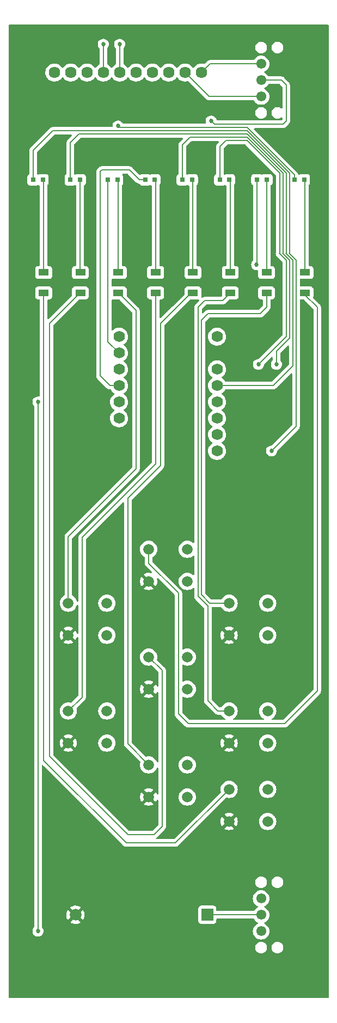
<source format=gtl>
%TF.GenerationSoftware,KiCad,Pcbnew,(6.0.0)*%
%TF.CreationDate,2022-06-12T01:08:41-04:00*%
%TF.ProjectId,8 Seg Design Tool,38205365-6720-4446-9573-69676e20546f,v01*%
%TF.SameCoordinates,Original*%
%TF.FileFunction,Copper,L1,Top*%
%TF.FilePolarity,Positive*%
%FSLAX46Y46*%
G04 Gerber Fmt 4.6, Leading zero omitted, Abs format (unit mm)*
G04 Created by KiCad (PCBNEW (6.0.0)) date 2022-06-12 01:08:41*
%MOMM*%
%LPD*%
G01*
G04 APERTURE LIST*
%TA.AperFunction,ComponentPad*%
%ADD10C,1.782000*%
%TD*%
%TA.AperFunction,SMDPad,CuDef*%
%ADD11R,0.800000X0.800000*%
%TD*%
%TA.AperFunction,ComponentPad*%
%ADD12C,1.662000*%
%TD*%
%TA.AperFunction,SMDPad,CuDef*%
%ADD13R,1.600200X0.990600*%
%TD*%
%TA.AperFunction,ComponentPad*%
%ADD14R,1.828800X1.828800*%
%TD*%
%TA.AperFunction,ComponentPad*%
%ADD15C,1.828800*%
%TD*%
%TA.AperFunction,ComponentPad*%
%ADD16C,1.760220*%
%TD*%
%TA.AperFunction,ComponentPad*%
%ADD17C,1.549400*%
%TD*%
%TA.AperFunction,ViaPad*%
%ADD18C,0.685800*%
%TD*%
%TA.AperFunction,Conductor*%
%ADD19C,0.152400*%
%TD*%
G04 APERTURE END LIST*
D10*
X104161389Y-31559500D03*
X106701389Y-31559500D03*
X109241389Y-31559500D03*
X111781389Y-31559500D03*
X114321389Y-31559500D03*
X116861389Y-31559500D03*
X119401389Y-31559500D03*
X121941389Y-31559500D03*
X124481389Y-31559500D03*
X127021389Y-31559500D03*
D11*
X102350000Y-48265500D03*
X100850000Y-48265500D03*
D12*
X106327914Y-119080500D03*
X106327914Y-114080500D03*
X112327914Y-119080500D03*
X112327914Y-114080500D03*
D11*
X142990000Y-48265500D03*
X141490000Y-48265500D03*
D12*
X118827952Y-127462500D03*
X118827952Y-122462500D03*
X124827952Y-127462500D03*
X124827952Y-122462500D03*
D13*
X131517568Y-65862200D03*
X131517568Y-62661800D03*
D11*
X108155714Y-48265500D03*
X106655714Y-48265500D03*
D13*
X119906136Y-65862200D03*
X119906136Y-62661800D03*
X108204000Y-65862200D03*
X108204000Y-62661800D03*
D14*
X127931799Y-162554488D03*
D15*
X107433999Y-162554488D03*
D16*
X114207889Y-72638500D03*
X114207889Y-75178500D03*
X114207889Y-77718500D03*
X114207889Y-80258500D03*
X114207889Y-82798500D03*
X114207889Y-85338500D03*
X129447889Y-90418500D03*
X129447889Y-87878500D03*
X129447889Y-85338500D03*
X129447889Y-82798500D03*
X129447889Y-80258500D03*
X129447889Y-77718500D03*
X129447889Y-72638500D03*
D12*
X118827952Y-144226500D03*
X118827952Y-139226500D03*
X124827952Y-144226500D03*
X124827952Y-139226500D03*
X131327864Y-135844500D03*
X131327864Y-130844500D03*
X137327864Y-135844500D03*
X137327864Y-130844500D03*
X131327864Y-148036500D03*
X131327864Y-143036500D03*
X137327864Y-148036500D03*
X137327864Y-143036500D03*
D17*
X136313788Y-160020000D03*
X136313788Y-162560000D03*
X136313788Y-165100000D03*
D11*
X113961428Y-48265500D03*
X112461428Y-48265500D03*
D12*
X131327864Y-119080500D03*
X131327864Y-114080500D03*
X137327864Y-119080500D03*
X137327864Y-114080500D03*
D17*
X136313788Y-30220500D03*
X136313788Y-32760500D03*
X136313788Y-35300500D03*
D11*
X125572856Y-48265500D03*
X124072856Y-48265500D03*
D13*
X125711864Y-65862200D03*
X125711864Y-62661800D03*
X114100432Y-65862200D03*
X114100432Y-62661800D03*
D12*
X106327914Y-135844500D03*
X106327914Y-130844500D03*
X112327914Y-135844500D03*
X112327914Y-130844500D03*
D13*
X102489000Y-65862200D03*
X102489000Y-62661800D03*
D11*
X131378570Y-48265500D03*
X129878570Y-48265500D03*
X137184284Y-48265500D03*
X135684284Y-48265500D03*
D13*
X143129000Y-65862200D03*
X143129000Y-62661800D03*
D11*
X119767142Y-48265500D03*
X118267142Y-48265500D03*
D13*
X137160000Y-65862200D03*
X137160000Y-62661800D03*
D12*
X118827940Y-110698500D03*
X118827940Y-105698500D03*
X124827940Y-110698500D03*
X124827940Y-105698500D03*
D18*
X114046000Y-39878000D03*
X135618500Y-61468000D03*
X135890000Y-76962000D03*
X138684000Y-76962000D03*
X137922000Y-90424000D03*
X111760000Y-27178000D03*
X114300000Y-27178000D03*
X128524000Y-39116000D03*
X101600000Y-165100000D03*
X101600000Y-82804000D03*
D19*
X136308276Y-162554488D02*
X136313788Y-162560000D01*
X127931799Y-162554488D02*
X136308287Y-162554488D01*
X142990000Y-48265500D02*
X143129000Y-48404500D01*
X143129000Y-48404500D02*
X143129000Y-62661800D01*
X141490000Y-48265500D02*
X141490000Y-47510000D01*
X141490000Y-47510000D02*
X134112000Y-40132000D01*
X134112000Y-40132000D02*
X129794000Y-40132000D01*
X114300000Y-40132000D02*
X114046000Y-39878000D01*
X129794000Y-40132000D02*
X114300000Y-40132000D01*
X137160000Y-56167300D02*
X137160000Y-48265500D01*
X137160000Y-56167300D02*
X137160000Y-62661800D01*
X135684284Y-61402216D02*
X135618500Y-61468000D01*
X135684284Y-48265500D02*
X135684284Y-61402216D01*
X131517568Y-55934432D02*
X131517568Y-62661800D01*
X131517570Y-48404500D02*
X131378570Y-48265500D01*
X131517570Y-55934430D02*
X131517570Y-48404500D01*
X134112000Y-42164000D02*
X139192000Y-47244000D01*
X129878570Y-48265500D02*
X129878570Y-43095430D01*
X140208000Y-60706000D02*
X140208000Y-72644000D01*
X139192000Y-47244000D02*
X139192000Y-59690000D01*
X130810000Y-42164000D02*
X134112000Y-42164000D01*
X140208000Y-72644000D02*
X135890000Y-76962000D01*
X139174500Y-59690000D02*
X140190500Y-60706000D01*
X129878570Y-43095430D02*
X130810000Y-42164000D01*
X125711864Y-56115864D02*
X125711864Y-62661800D01*
X125711856Y-48404500D02*
X125572856Y-48265500D01*
X125711856Y-56115856D02*
X125711856Y-48404500D01*
X125222000Y-41656000D02*
X134112000Y-41656000D01*
X138684000Y-75946000D02*
X138684000Y-76962000D01*
X140716000Y-72898000D02*
X138684000Y-74930000D01*
X138684000Y-74930000D02*
X138684000Y-75946000D01*
X139700000Y-47244000D02*
X139700000Y-59690000D01*
X124072856Y-48265500D02*
X124072856Y-42805144D01*
X140716000Y-60706000D02*
X140716000Y-72898000D01*
X124072856Y-42805144D02*
X125222000Y-41656000D01*
X139682500Y-59690000D02*
X140698500Y-60706000D01*
X134112000Y-41656000D02*
X139700000Y-47244000D01*
X119906142Y-56152142D02*
X119906142Y-48404500D01*
X119906142Y-48404500D02*
X119767142Y-48265500D01*
X119906136Y-62661800D02*
X119906136Y-56152148D01*
X115824000Y-46736000D02*
X111506000Y-46736000D01*
X118267142Y-48265500D02*
X117353500Y-48265500D01*
X117353500Y-48265500D02*
X115824000Y-46736000D01*
X111506000Y-46736000D02*
X111252000Y-46990000D01*
X112770500Y-80258500D02*
X114207889Y-80258500D01*
X111252000Y-78740000D02*
X112770500Y-80258500D01*
X111252000Y-46990000D02*
X111252000Y-78740000D01*
X114100428Y-48404500D02*
X113961428Y-48265500D01*
X114100428Y-55934428D02*
X114100428Y-48404500D01*
X114100432Y-62661800D02*
X114100432Y-55934432D01*
X112461428Y-73432039D02*
X114207889Y-75178500D01*
X112461428Y-48265500D02*
X112461428Y-73432039D01*
X108155714Y-62613514D02*
X108204000Y-62661800D01*
X108155714Y-48265500D02*
X108155714Y-62613514D01*
X141224000Y-60706000D02*
X141224000Y-77216000D01*
X107950000Y-41148000D02*
X134112000Y-41148000D01*
X106655703Y-48265500D02*
X106655703Y-42442297D01*
X141224000Y-77216000D02*
X138176000Y-80264000D01*
X140208000Y-47244000D02*
X140208000Y-59690000D01*
X106655703Y-42442297D02*
X107950000Y-41148000D01*
X138176000Y-80264000D02*
X138170500Y-80258500D01*
X140190500Y-59690000D02*
X141206500Y-60706000D01*
X134112000Y-41148000D02*
X140208000Y-47244000D01*
X138170500Y-80258500D02*
X129447889Y-80258500D01*
X102489000Y-48404500D02*
X102489000Y-62661800D01*
X102350000Y-48265500D02*
X102489000Y-48404500D01*
X141732000Y-86614000D02*
X137922000Y-90424000D01*
X134112000Y-40640000D02*
X140716000Y-47244000D01*
X100850000Y-43676000D02*
X103886000Y-40640000D01*
X141732000Y-60706000D02*
X141732000Y-86614000D01*
X140716000Y-47244000D02*
X140716000Y-59690000D01*
X103886000Y-40640000D02*
X134112000Y-40640000D01*
X140698500Y-59690000D02*
X141714500Y-60706000D01*
X100850000Y-48265500D02*
X100850000Y-43676000D01*
X111760000Y-27178000D02*
X111781389Y-27199389D01*
X111781389Y-27199389D02*
X111781389Y-31559500D01*
X114321389Y-27199389D02*
X114321389Y-31559500D01*
X114300000Y-27178000D02*
X114321389Y-27199389D01*
X128222389Y-35300500D02*
X124481389Y-31559500D01*
X136313788Y-35300500D02*
X128222389Y-35300500D01*
X128360389Y-30220500D02*
X127021389Y-31559500D01*
X136313788Y-30220500D02*
X128360389Y-30220500D01*
X143129000Y-66167000D02*
X145034000Y-68072000D01*
X123444000Y-131318000D02*
X123444000Y-112522000D01*
X145034000Y-68072000D02*
X145034000Y-127762000D01*
X143129000Y-65862200D02*
X143129000Y-66167000D01*
X123444000Y-112522000D02*
X118827940Y-107905940D01*
X124968000Y-132842000D02*
X123444000Y-131318000D01*
X118827940Y-107905940D02*
X118827940Y-105698500D01*
X139954000Y-132842000D02*
X124968000Y-132842000D01*
X145034000Y-127762000D02*
X139954000Y-132842000D01*
X128304500Y-114080500D02*
X131327864Y-114080500D01*
X137160000Y-65862200D02*
X137160000Y-68072000D01*
X128016000Y-69088000D02*
X127000000Y-70104000D01*
X127000000Y-112776000D02*
X128304500Y-114080500D01*
X137160000Y-68072000D02*
X136144000Y-69088000D01*
X127000000Y-70104000D02*
X127000000Y-112776000D01*
X136144000Y-69088000D02*
X128016000Y-69088000D01*
X126492000Y-113030000D02*
X128016000Y-114554000D01*
X129574500Y-130844500D02*
X131327864Y-130844500D01*
X130323768Y-67056000D02*
X131517568Y-65862200D01*
X126492000Y-113030000D02*
X126492000Y-68072000D01*
X128016000Y-114554000D02*
X128016000Y-129286000D01*
X128016000Y-129286000D02*
X129574500Y-130844500D01*
X126492000Y-68072000D02*
X127508000Y-67056000D01*
X127508000Y-67056000D02*
X130323768Y-67056000D01*
X125399800Y-65862200D02*
X120650000Y-70612000D01*
X120650000Y-92710000D02*
X120650000Y-70612000D01*
X115570000Y-135929274D02*
X115570000Y-97750726D01*
X115570000Y-97790000D02*
X120650000Y-92710000D01*
X118827952Y-139226500D02*
X115570000Y-135968548D01*
X106327914Y-130844500D02*
X108458000Y-128714414D01*
X119906142Y-92437858D02*
X119906142Y-67074142D01*
X108458000Y-128714414D02*
X108458000Y-103886000D01*
X108458000Y-103886000D02*
X119906142Y-92437858D01*
X119906136Y-65862200D02*
X119906136Y-67074136D01*
X106327914Y-103730086D02*
X116840000Y-93218000D01*
X114100432Y-65862200D02*
X114122200Y-65862200D01*
X106327914Y-114080500D02*
X106327914Y-103730086D01*
X114122200Y-65862200D02*
X116840000Y-68580000D01*
X116840000Y-93218000D02*
X116840000Y-68580000D01*
X103378000Y-137922000D02*
X103378000Y-70612000D01*
X119634000Y-150114000D02*
X115570000Y-150114000D01*
X120904000Y-124538548D02*
X120904000Y-148844000D01*
X118827952Y-122462500D02*
X120904000Y-124538548D01*
X115570000Y-150114000D02*
X103378000Y-137922000D01*
X120904000Y-148844000D02*
X119634000Y-150114000D01*
X108127800Y-65862200D02*
X103378000Y-70612000D01*
X102489000Y-138557000D02*
X102489000Y-67437000D01*
X115316000Y-151384000D02*
X102489000Y-138557000D01*
X122980364Y-151384000D02*
X115316000Y-151384000D01*
X102489000Y-65862200D02*
X102489000Y-67437000D01*
X131327864Y-143036500D02*
X122980364Y-151384000D01*
X139440500Y-32760500D02*
X136313788Y-32760500D01*
X140208000Y-33528000D02*
X139440500Y-32760500D01*
X139700000Y-39624000D02*
X129032000Y-39624000D01*
X129032000Y-39624000D02*
X128524000Y-39116000D01*
X140208000Y-39116000D02*
X140208000Y-33528000D01*
X139700000Y-39624000D02*
X140208000Y-39116000D01*
X101600000Y-82804000D02*
X101600000Y-165100000D01*
%TA.AperFunction,Conductor*%
G36*
X146754121Y-24150002D02*
G01*
X146800614Y-24203658D01*
X146812000Y-24256000D01*
X146812000Y-175388000D01*
X146791998Y-175456121D01*
X146738342Y-175502614D01*
X146686000Y-175514000D01*
X97154000Y-175514000D01*
X97085879Y-175493998D01*
X97039386Y-175440342D01*
X97028000Y-175388000D01*
X97028000Y-167734825D01*
X135411588Y-167734825D01*
X135451018Y-167920331D01*
X135528156Y-168093585D01*
X135639629Y-168247015D01*
X135780567Y-168373916D01*
X135944809Y-168468741D01*
X135951095Y-168470783D01*
X135951094Y-168470783D01*
X136118898Y-168525306D01*
X136118899Y-168525306D01*
X136125177Y-168527346D01*
X136131740Y-168528036D01*
X136131741Y-168528036D01*
X136155175Y-168530499D01*
X136266502Y-168542200D01*
X136361074Y-168542200D01*
X136472401Y-168530499D01*
X136495835Y-168528036D01*
X136495836Y-168528036D01*
X136502399Y-168527346D01*
X136508677Y-168525306D01*
X136508678Y-168525306D01*
X136676482Y-168470783D01*
X136676481Y-168470783D01*
X136682767Y-168468741D01*
X136847009Y-168373916D01*
X136987947Y-168247015D01*
X137099420Y-168093585D01*
X137176558Y-167920331D01*
X137215988Y-167734825D01*
X137951588Y-167734825D01*
X137991018Y-167920331D01*
X138068156Y-168093585D01*
X138179629Y-168247015D01*
X138320567Y-168373916D01*
X138484809Y-168468741D01*
X138491095Y-168470783D01*
X138491094Y-168470783D01*
X138658898Y-168525306D01*
X138658899Y-168525306D01*
X138665177Y-168527346D01*
X138671740Y-168528036D01*
X138671741Y-168528036D01*
X138695175Y-168530499D01*
X138806502Y-168542200D01*
X138901074Y-168542200D01*
X139012401Y-168530499D01*
X139035835Y-168528036D01*
X139035836Y-168528036D01*
X139042399Y-168527346D01*
X139048677Y-168525306D01*
X139048678Y-168525306D01*
X139216482Y-168470783D01*
X139216481Y-168470783D01*
X139222767Y-168468741D01*
X139387009Y-168373916D01*
X139527947Y-168247015D01*
X139639420Y-168093585D01*
X139716558Y-167920331D01*
X139755988Y-167734825D01*
X139755988Y-167545175D01*
X139716558Y-167359669D01*
X139639420Y-167186415D01*
X139527947Y-167032985D01*
X139387009Y-166906084D01*
X139222767Y-166811259D01*
X139147548Y-166786819D01*
X139048678Y-166754694D01*
X139048677Y-166754694D01*
X139042399Y-166752654D01*
X139035836Y-166751964D01*
X139035835Y-166751964D01*
X139012401Y-166749501D01*
X138901074Y-166737800D01*
X138806502Y-166737800D01*
X138695175Y-166749501D01*
X138671741Y-166751964D01*
X138671740Y-166751964D01*
X138665177Y-166752654D01*
X138658899Y-166754694D01*
X138658898Y-166754694D01*
X138560028Y-166786819D01*
X138484809Y-166811259D01*
X138320567Y-166906084D01*
X138179629Y-167032985D01*
X138068156Y-167186415D01*
X137991018Y-167359669D01*
X137951588Y-167545175D01*
X137951588Y-167734825D01*
X137215988Y-167734825D01*
X137215988Y-167545175D01*
X137176558Y-167359669D01*
X137099420Y-167186415D01*
X136987947Y-167032985D01*
X136847009Y-166906084D01*
X136682767Y-166811259D01*
X136607548Y-166786819D01*
X136508678Y-166754694D01*
X136508677Y-166754694D01*
X136502399Y-166752654D01*
X136495836Y-166751964D01*
X136495835Y-166751964D01*
X136472401Y-166749501D01*
X136361074Y-166737800D01*
X136266502Y-166737800D01*
X136155175Y-166749501D01*
X136131741Y-166751964D01*
X136131740Y-166751964D01*
X136125177Y-166752654D01*
X136118899Y-166754694D01*
X136118898Y-166754694D01*
X136020028Y-166786819D01*
X135944809Y-166811259D01*
X135780567Y-166906084D01*
X135639629Y-167032985D01*
X135528156Y-167186415D01*
X135451018Y-167359669D01*
X135411588Y-167545175D01*
X135411588Y-167734825D01*
X97028000Y-167734825D01*
X97028000Y-48713634D01*
X99941500Y-48713634D01*
X99948255Y-48775816D01*
X99999385Y-48912205D01*
X100086739Y-49028761D01*
X100203295Y-49116115D01*
X100339684Y-49167245D01*
X100401866Y-49174000D01*
X101298134Y-49174000D01*
X101360316Y-49167245D01*
X101496705Y-49116115D01*
X101524436Y-49095332D01*
X101590943Y-49070485D01*
X101660325Y-49085539D01*
X101675564Y-49095332D01*
X101703295Y-49116115D01*
X101711704Y-49119267D01*
X101711705Y-49119268D01*
X101822529Y-49160814D01*
X101879294Y-49203455D01*
X101903994Y-49270017D01*
X101904300Y-49278796D01*
X101904300Y-61532000D01*
X101884298Y-61600121D01*
X101830642Y-61646614D01*
X101778300Y-61658000D01*
X101640766Y-61658000D01*
X101578584Y-61664755D01*
X101442195Y-61715885D01*
X101325639Y-61803239D01*
X101238285Y-61919795D01*
X101187155Y-62056184D01*
X101180400Y-62118366D01*
X101180400Y-63205234D01*
X101187155Y-63267416D01*
X101238285Y-63403805D01*
X101325639Y-63520361D01*
X101442195Y-63607715D01*
X101578584Y-63658845D01*
X101640766Y-63665600D01*
X103337234Y-63665600D01*
X103399416Y-63658845D01*
X103535805Y-63607715D01*
X103652361Y-63520361D01*
X103739715Y-63403805D01*
X103790845Y-63267416D01*
X103797600Y-63205234D01*
X103797600Y-62118366D01*
X103790845Y-62056184D01*
X103739715Y-61919795D01*
X103652361Y-61803239D01*
X103535805Y-61715885D01*
X103399416Y-61664755D01*
X103337234Y-61658000D01*
X103199700Y-61658000D01*
X103131579Y-61637998D01*
X103085086Y-61584342D01*
X103073700Y-61532000D01*
X103073700Y-49118714D01*
X103093702Y-49050593D01*
X103108297Y-49032481D01*
X103113261Y-49028761D01*
X103200615Y-48912205D01*
X103251745Y-48775816D01*
X103258500Y-48713634D01*
X103258500Y-47817366D01*
X103251745Y-47755184D01*
X103200615Y-47618795D01*
X103113261Y-47502239D01*
X102996705Y-47414885D01*
X102860316Y-47363755D01*
X102798134Y-47357000D01*
X101901866Y-47357000D01*
X101839684Y-47363755D01*
X101703295Y-47414885D01*
X101681006Y-47431589D01*
X101675564Y-47435668D01*
X101609057Y-47460515D01*
X101539675Y-47445461D01*
X101524436Y-47435668D01*
X101503888Y-47420268D01*
X101503886Y-47420267D01*
X101496706Y-47414886D01*
X101496763Y-47414810D01*
X101450043Y-47367982D01*
X101434700Y-47307724D01*
X101434700Y-43970380D01*
X101454702Y-43902259D01*
X101471605Y-43881285D01*
X104091286Y-41261605D01*
X104153598Y-41227579D01*
X104180381Y-41224700D01*
X106742218Y-41224700D01*
X106810339Y-41244702D01*
X106856832Y-41298358D01*
X106866936Y-41368632D01*
X106837442Y-41433212D01*
X106831314Y-41439795D01*
X106275197Y-41995913D01*
X106262804Y-42006781D01*
X106238690Y-42025284D01*
X106202067Y-42073013D01*
X106144969Y-42147424D01*
X106144969Y-42147425D01*
X106086053Y-42289660D01*
X106073089Y-42388131D01*
X106065958Y-42442297D01*
X106067036Y-42450485D01*
X106069925Y-42472430D01*
X106071003Y-42488876D01*
X106071003Y-47307730D01*
X106051001Y-47375851D01*
X106009201Y-47414813D01*
X106009009Y-47414885D01*
X105892453Y-47502239D01*
X105805099Y-47618795D01*
X105753969Y-47755184D01*
X105747214Y-47817366D01*
X105747214Y-48713634D01*
X105753969Y-48775816D01*
X105805099Y-48912205D01*
X105892453Y-49028761D01*
X106009009Y-49116115D01*
X106145398Y-49167245D01*
X106207580Y-49174000D01*
X107103848Y-49174000D01*
X107166030Y-49167245D01*
X107302419Y-49116115D01*
X107330150Y-49095332D01*
X107396657Y-49070485D01*
X107466039Y-49085539D01*
X107481278Y-49095332D01*
X107508482Y-49115720D01*
X107509008Y-49116114D01*
X107508951Y-49116190D01*
X107555671Y-49163018D01*
X107571014Y-49223276D01*
X107571014Y-61532000D01*
X107551012Y-61600121D01*
X107497356Y-61646614D01*
X107445014Y-61658000D01*
X107355766Y-61658000D01*
X107293584Y-61664755D01*
X107157195Y-61715885D01*
X107040639Y-61803239D01*
X106953285Y-61919795D01*
X106902155Y-62056184D01*
X106895400Y-62118366D01*
X106895400Y-63205234D01*
X106902155Y-63267416D01*
X106953285Y-63403805D01*
X107040639Y-63520361D01*
X107157195Y-63607715D01*
X107293584Y-63658845D01*
X107355766Y-63665600D01*
X109052234Y-63665600D01*
X109114416Y-63658845D01*
X109250805Y-63607715D01*
X109367361Y-63520361D01*
X109454715Y-63403805D01*
X109505845Y-63267416D01*
X109512600Y-63205234D01*
X109512600Y-62118366D01*
X109505845Y-62056184D01*
X109454715Y-61919795D01*
X109367361Y-61803239D01*
X109250805Y-61715885D01*
X109114416Y-61664755D01*
X109052234Y-61658000D01*
X108866414Y-61658000D01*
X108798293Y-61637998D01*
X108751800Y-61584342D01*
X108740414Y-61532000D01*
X108740414Y-49223276D01*
X108760416Y-49155155D01*
X108802219Y-49116190D01*
X108802419Y-49116115D01*
X108918975Y-49028761D01*
X109006329Y-48912205D01*
X109057459Y-48775816D01*
X109064214Y-48713634D01*
X109064214Y-47817366D01*
X109057459Y-47755184D01*
X109006329Y-47618795D01*
X108918975Y-47502239D01*
X108802419Y-47414885D01*
X108666030Y-47363755D01*
X108603848Y-47357000D01*
X107707580Y-47357000D01*
X107645398Y-47363755D01*
X107509009Y-47414885D01*
X107486720Y-47431589D01*
X107481278Y-47435668D01*
X107414771Y-47460515D01*
X107345389Y-47445461D01*
X107330150Y-47435668D01*
X107309599Y-47420266D01*
X107302420Y-47414886D01*
X107302475Y-47414812D01*
X107255746Y-47367976D01*
X107240403Y-47307718D01*
X107240403Y-42736678D01*
X107260405Y-42668557D01*
X107277308Y-42647582D01*
X108155287Y-41769604D01*
X108217599Y-41735579D01*
X108244382Y-41732700D01*
X124014220Y-41732700D01*
X124082341Y-41752702D01*
X124128834Y-41806358D01*
X124138938Y-41876632D01*
X124109444Y-41941212D01*
X124103315Y-41947795D01*
X123692353Y-42358757D01*
X123679962Y-42369624D01*
X123655843Y-42388131D01*
X123596279Y-42465758D01*
X123573152Y-42495896D01*
X123573151Y-42495898D01*
X123562122Y-42510271D01*
X123562122Y-42510272D01*
X123503206Y-42652507D01*
X123492060Y-42737170D01*
X123483111Y-42805144D01*
X123484189Y-42813332D01*
X123487078Y-42835277D01*
X123488156Y-42851723D01*
X123488156Y-47307724D01*
X123468154Y-47375845D01*
X123426351Y-47414810D01*
X123426151Y-47414885D01*
X123309595Y-47502239D01*
X123222241Y-47618795D01*
X123171111Y-47755184D01*
X123164356Y-47817366D01*
X123164356Y-48713634D01*
X123171111Y-48775816D01*
X123222241Y-48912205D01*
X123309595Y-49028761D01*
X123426151Y-49116115D01*
X123562540Y-49167245D01*
X123624722Y-49174000D01*
X124520990Y-49174000D01*
X124583172Y-49167245D01*
X124719561Y-49116115D01*
X124747292Y-49095332D01*
X124813799Y-49070485D01*
X124883181Y-49085539D01*
X124898420Y-49095332D01*
X124926151Y-49116115D01*
X124934560Y-49119267D01*
X124934561Y-49119268D01*
X125045385Y-49160814D01*
X125102150Y-49203455D01*
X125126850Y-49270017D01*
X125127156Y-49278796D01*
X125127156Y-56154177D01*
X125127161Y-56154218D01*
X125127164Y-56154299D01*
X125127164Y-61532000D01*
X125107162Y-61600121D01*
X125053506Y-61646614D01*
X125001164Y-61658000D01*
X124863630Y-61658000D01*
X124801448Y-61664755D01*
X124665059Y-61715885D01*
X124548503Y-61803239D01*
X124461149Y-61919795D01*
X124410019Y-62056184D01*
X124403264Y-62118366D01*
X124403264Y-63205234D01*
X124410019Y-63267416D01*
X124461149Y-63403805D01*
X124548503Y-63520361D01*
X124665059Y-63607715D01*
X124801448Y-63658845D01*
X124863630Y-63665600D01*
X126560098Y-63665600D01*
X126622280Y-63658845D01*
X126758669Y-63607715D01*
X126875225Y-63520361D01*
X126962579Y-63403805D01*
X127013709Y-63267416D01*
X127020464Y-63205234D01*
X127020464Y-62118366D01*
X127013709Y-62056184D01*
X126962579Y-61919795D01*
X126875225Y-61803239D01*
X126758669Y-61715885D01*
X126622280Y-61664755D01*
X126560098Y-61658000D01*
X126422564Y-61658000D01*
X126354443Y-61637998D01*
X126307950Y-61584342D01*
X126296564Y-61532000D01*
X126296564Y-56077543D01*
X126296559Y-56077502D01*
X126296556Y-56077421D01*
X126296556Y-49118714D01*
X126316558Y-49050593D01*
X126331153Y-49032481D01*
X126336117Y-49028761D01*
X126423471Y-48912205D01*
X126474601Y-48775816D01*
X126481356Y-48713634D01*
X126481356Y-47817366D01*
X126474601Y-47755184D01*
X126423471Y-47618795D01*
X126336117Y-47502239D01*
X126219561Y-47414885D01*
X126083172Y-47363755D01*
X126020990Y-47357000D01*
X125124722Y-47357000D01*
X125062540Y-47363755D01*
X124926151Y-47414885D01*
X124903862Y-47431589D01*
X124898420Y-47435668D01*
X124831913Y-47460515D01*
X124762531Y-47445461D01*
X124747292Y-47435668D01*
X124726744Y-47420268D01*
X124726742Y-47420267D01*
X124719562Y-47414886D01*
X124719619Y-47414810D01*
X124672899Y-47367982D01*
X124657556Y-47307724D01*
X124657556Y-43099524D01*
X124677558Y-43031403D01*
X124694461Y-43010429D01*
X125427285Y-42277605D01*
X125489597Y-42243579D01*
X125516380Y-42240700D01*
X129602220Y-42240700D01*
X129670341Y-42260702D01*
X129716834Y-42314358D01*
X129726938Y-42384632D01*
X129697444Y-42449212D01*
X129691315Y-42455795D01*
X129498067Y-42649043D01*
X129485676Y-42659910D01*
X129461557Y-42678417D01*
X129419176Y-42733650D01*
X129367836Y-42800557D01*
X129367836Y-42800558D01*
X129361795Y-42815143D01*
X129361794Y-42815144D01*
X129312080Y-42935164D01*
X129308920Y-42942793D01*
X129293870Y-43057109D01*
X129288825Y-43095430D01*
X129289903Y-43103618D01*
X129292792Y-43125563D01*
X129293870Y-43142009D01*
X129293870Y-47307724D01*
X129273868Y-47375845D01*
X129232065Y-47414810D01*
X129231865Y-47414885D01*
X129115309Y-47502239D01*
X129027955Y-47618795D01*
X128976825Y-47755184D01*
X128970070Y-47817366D01*
X128970070Y-48713634D01*
X128976825Y-48775816D01*
X129027955Y-48912205D01*
X129115309Y-49028761D01*
X129231865Y-49116115D01*
X129368254Y-49167245D01*
X129430436Y-49174000D01*
X130326704Y-49174000D01*
X130388886Y-49167245D01*
X130525275Y-49116115D01*
X130553006Y-49095332D01*
X130619513Y-49070485D01*
X130688895Y-49085539D01*
X130704134Y-49095332D01*
X130731865Y-49116115D01*
X130740274Y-49119267D01*
X130740275Y-49119268D01*
X130851099Y-49160814D01*
X130907864Y-49203455D01*
X130932564Y-49270017D01*
X130932870Y-49278796D01*
X130932870Y-55896096D01*
X130932868Y-55896111D01*
X130932868Y-61532000D01*
X130912866Y-61600121D01*
X130859210Y-61646614D01*
X130806868Y-61658000D01*
X130669334Y-61658000D01*
X130607152Y-61664755D01*
X130470763Y-61715885D01*
X130354207Y-61803239D01*
X130266853Y-61919795D01*
X130215723Y-62056184D01*
X130208968Y-62118366D01*
X130208968Y-63205234D01*
X130215723Y-63267416D01*
X130266853Y-63403805D01*
X130354207Y-63520361D01*
X130470763Y-63607715D01*
X130607152Y-63658845D01*
X130669334Y-63665600D01*
X132365802Y-63665600D01*
X132427984Y-63658845D01*
X132564373Y-63607715D01*
X132680929Y-63520361D01*
X132768283Y-63403805D01*
X132819413Y-63267416D01*
X132826168Y-63205234D01*
X132826168Y-62118366D01*
X132819413Y-62056184D01*
X132768283Y-61919795D01*
X132680929Y-61803239D01*
X132564373Y-61715885D01*
X132427984Y-61664755D01*
X132365802Y-61658000D01*
X132228268Y-61658000D01*
X132160147Y-61637998D01*
X132113654Y-61584342D01*
X132102268Y-61532000D01*
X132102268Y-61468000D01*
X134762410Y-61468000D01*
X134781118Y-61645991D01*
X134783158Y-61652269D01*
X134783158Y-61652270D01*
X134787215Y-61664755D01*
X134836423Y-61816203D01*
X134925909Y-61971197D01*
X135045664Y-62104199D01*
X135051006Y-62108080D01*
X135051008Y-62108082D01*
X135065163Y-62118366D01*
X135190455Y-62209396D01*
X135196483Y-62212080D01*
X135196485Y-62212081D01*
X135347923Y-62279505D01*
X135353954Y-62282190D01*
X135441484Y-62300795D01*
X135522557Y-62318028D01*
X135522561Y-62318028D01*
X135529014Y-62319400D01*
X135707986Y-62319400D01*
X135712832Y-62318370D01*
X135782070Y-62331033D01*
X135833916Y-62379536D01*
X135851400Y-62443570D01*
X135851400Y-63205234D01*
X135858155Y-63267416D01*
X135909285Y-63403805D01*
X135996639Y-63520361D01*
X136113195Y-63607715D01*
X136249584Y-63658845D01*
X136311766Y-63665600D01*
X138008234Y-63665600D01*
X138070416Y-63658845D01*
X138206805Y-63607715D01*
X138323361Y-63520361D01*
X138410715Y-63403805D01*
X138461845Y-63267416D01*
X138468600Y-63205234D01*
X138468600Y-62118366D01*
X138461845Y-62056184D01*
X138410715Y-61919795D01*
X138323361Y-61803239D01*
X138206805Y-61715885D01*
X138070416Y-61664755D01*
X138008234Y-61658000D01*
X137870700Y-61658000D01*
X137802579Y-61637998D01*
X137756086Y-61584342D01*
X137744700Y-61532000D01*
X137744700Y-49235791D01*
X137764702Y-49167670D01*
X137814993Y-49124093D01*
X137814710Y-49123577D01*
X137817095Y-49122271D01*
X137818358Y-49121177D01*
X137821404Y-49119912D01*
X137822585Y-49119266D01*
X137830989Y-49116115D01*
X137838168Y-49110735D01*
X137838171Y-49110733D01*
X137940365Y-49034142D01*
X137947545Y-49028761D01*
X138034899Y-48912205D01*
X138086029Y-48775816D01*
X138092784Y-48713634D01*
X138092784Y-47817366D01*
X138086029Y-47755184D01*
X138034899Y-47618795D01*
X137947545Y-47502239D01*
X137830989Y-47414885D01*
X137694600Y-47363755D01*
X137632418Y-47357000D01*
X136736150Y-47357000D01*
X136673968Y-47363755D01*
X136537579Y-47414885D01*
X136515290Y-47431589D01*
X136509848Y-47435668D01*
X136443341Y-47460515D01*
X136373959Y-47445461D01*
X136358720Y-47435668D01*
X136353278Y-47431589D01*
X136330989Y-47414885D01*
X136194600Y-47363755D01*
X136132418Y-47357000D01*
X135236150Y-47357000D01*
X135173968Y-47363755D01*
X135037579Y-47414885D01*
X134921023Y-47502239D01*
X134833669Y-47618795D01*
X134782539Y-47755184D01*
X134775784Y-47817366D01*
X134775784Y-48713634D01*
X134782539Y-48775816D01*
X134833669Y-48912205D01*
X134921023Y-49028761D01*
X135037052Y-49115720D01*
X135037053Y-49115721D01*
X135037579Y-49116115D01*
X135037522Y-49116191D01*
X135084241Y-49163018D01*
X135099584Y-49223276D01*
X135099584Y-60728426D01*
X135079582Y-60796547D01*
X135055041Y-60822529D01*
X135055915Y-60823500D01*
X135051008Y-60827918D01*
X135045664Y-60831801D01*
X135041243Y-60836711D01*
X135041242Y-60836712D01*
X134937268Y-60952188D01*
X134925909Y-60964803D01*
X134836423Y-61119797D01*
X134781118Y-61290009D01*
X134762410Y-61468000D01*
X132102268Y-61468000D01*
X132102268Y-55972779D01*
X132102269Y-55972761D01*
X132102270Y-55972751D01*
X132102270Y-49118714D01*
X132122272Y-49050593D01*
X132136867Y-49032481D01*
X132141831Y-49028761D01*
X132229185Y-48912205D01*
X132280315Y-48775816D01*
X132287070Y-48713634D01*
X132287070Y-47817366D01*
X132280315Y-47755184D01*
X132229185Y-47618795D01*
X132141831Y-47502239D01*
X132025275Y-47414885D01*
X131888886Y-47363755D01*
X131826704Y-47357000D01*
X130930436Y-47357000D01*
X130868254Y-47363755D01*
X130731865Y-47414885D01*
X130709576Y-47431589D01*
X130704134Y-47435668D01*
X130637627Y-47460515D01*
X130568245Y-47445461D01*
X130553006Y-47435668D01*
X130532458Y-47420268D01*
X130532456Y-47420267D01*
X130525276Y-47414886D01*
X130525333Y-47414810D01*
X130478613Y-47367982D01*
X130463270Y-47307724D01*
X130463270Y-43389810D01*
X130483272Y-43321689D01*
X130500175Y-43300715D01*
X131015285Y-42785605D01*
X131077597Y-42751579D01*
X131104380Y-42748700D01*
X133817620Y-42748700D01*
X133885741Y-42768702D01*
X133906715Y-42785605D01*
X138570395Y-47449285D01*
X138604421Y-47511597D01*
X138607300Y-47538380D01*
X138607300Y-59515799D01*
X138604468Y-59537313D01*
X138604851Y-59537363D01*
X138584755Y-59690000D01*
X138585833Y-59698188D01*
X138603773Y-59834453D01*
X138603774Y-59834457D01*
X138604851Y-59842637D01*
X138608009Y-59850261D01*
X138608010Y-59850265D01*
X138660605Y-59977242D01*
X138663766Y-59984873D01*
X138733958Y-60076348D01*
X139586395Y-60928785D01*
X139620421Y-60991097D01*
X139623300Y-61017880D01*
X139623300Y-72349620D01*
X139603298Y-72417741D01*
X139586395Y-72438715D01*
X135951415Y-76073695D01*
X135889103Y-76107721D01*
X135862320Y-76110600D01*
X135800514Y-76110600D01*
X135794061Y-76111972D01*
X135794057Y-76111972D01*
X135712984Y-76129205D01*
X135625454Y-76147810D01*
X135619424Y-76150495D01*
X135619423Y-76150495D01*
X135467985Y-76217919D01*
X135467983Y-76217920D01*
X135461955Y-76220604D01*
X135456614Y-76224484D01*
X135456613Y-76224485D01*
X135337657Y-76310912D01*
X135317164Y-76325801D01*
X135312743Y-76330711D01*
X135312742Y-76330712D01*
X135284317Y-76362282D01*
X135197409Y-76458803D01*
X135107923Y-76613797D01*
X135052618Y-76784009D01*
X135033910Y-76962000D01*
X135052618Y-77139991D01*
X135107923Y-77310203D01*
X135197409Y-77465197D01*
X135317164Y-77598199D01*
X135322506Y-77602080D01*
X135322508Y-77602082D01*
X135442984Y-77689613D01*
X135461955Y-77703396D01*
X135467983Y-77706080D01*
X135467985Y-77706081D01*
X135495879Y-77718500D01*
X135625454Y-77776190D01*
X135712984Y-77794795D01*
X135794057Y-77812028D01*
X135794061Y-77812028D01*
X135800514Y-77813400D01*
X135979486Y-77813400D01*
X135985939Y-77812028D01*
X135985943Y-77812028D01*
X136067016Y-77794795D01*
X136154546Y-77776190D01*
X136284121Y-77718500D01*
X136312015Y-77706081D01*
X136312017Y-77706080D01*
X136318045Y-77703396D01*
X136337016Y-77689613D01*
X136457492Y-77602082D01*
X136457494Y-77602080D01*
X136462836Y-77598199D01*
X136582591Y-77465197D01*
X136672077Y-77310203D01*
X136727382Y-77139991D01*
X136744856Y-76973743D01*
X136771870Y-76908086D01*
X136781071Y-76897819D01*
X137884205Y-75794685D01*
X137946517Y-75760659D01*
X138017332Y-75765724D01*
X138074168Y-75808271D01*
X138098979Y-75874791D01*
X138099300Y-75883780D01*
X138099300Y-76290610D01*
X138079298Y-76358731D01*
X138066937Y-76374920D01*
X138052849Y-76390567D01*
X137991409Y-76458803D01*
X137988108Y-76464521D01*
X137988105Y-76464525D01*
X137937271Y-76552572D01*
X137901923Y-76613797D01*
X137846618Y-76784009D01*
X137827910Y-76962000D01*
X137846618Y-77139991D01*
X137901923Y-77310203D01*
X137991409Y-77465197D01*
X138111164Y-77598199D01*
X138116506Y-77602080D01*
X138116508Y-77602082D01*
X138236984Y-77689613D01*
X138255955Y-77703396D01*
X138261983Y-77706080D01*
X138261985Y-77706081D01*
X138289879Y-77718500D01*
X138419454Y-77776190D01*
X138506984Y-77794795D01*
X138588057Y-77812028D01*
X138588061Y-77812028D01*
X138594514Y-77813400D01*
X138773486Y-77813400D01*
X138779939Y-77812028D01*
X138779943Y-77812028D01*
X138861016Y-77794795D01*
X138948546Y-77776190D01*
X139078121Y-77718500D01*
X139106015Y-77706081D01*
X139106017Y-77706080D01*
X139112045Y-77703396D01*
X139131016Y-77689613D01*
X139251492Y-77602082D01*
X139251494Y-77602080D01*
X139256836Y-77598199D01*
X139376591Y-77465197D01*
X139466077Y-77310203D01*
X139521382Y-77139991D01*
X139540090Y-76962000D01*
X139521382Y-76784009D01*
X139466077Y-76613797D01*
X139430729Y-76552572D01*
X139379895Y-76464525D01*
X139379892Y-76464521D01*
X139376591Y-76458803D01*
X139315152Y-76390567D01*
X139301063Y-76374920D01*
X139270346Y-76310912D01*
X139268700Y-76290610D01*
X139268700Y-75224380D01*
X139288702Y-75156259D01*
X139305605Y-75135285D01*
X140424205Y-74016685D01*
X140486517Y-73982659D01*
X140557332Y-73987724D01*
X140614168Y-74030271D01*
X140638979Y-74096791D01*
X140639300Y-74105780D01*
X140639300Y-76921620D01*
X140619298Y-76989741D01*
X140602395Y-77010715D01*
X137976215Y-79636895D01*
X137913903Y-79670921D01*
X137887120Y-79673800D01*
X130790337Y-79673800D01*
X130722216Y-79653798D01*
X130679294Y-79607344D01*
X130677931Y-79604801D01*
X130675870Y-79600062D01*
X130673064Y-79595724D01*
X130673061Y-79595719D01*
X130554649Y-79412683D01*
X130554647Y-79412680D01*
X130551841Y-79408343D01*
X130398164Y-79239454D01*
X130394113Y-79236255D01*
X130394109Y-79236251D01*
X130223023Y-79101135D01*
X130223019Y-79101133D01*
X130218968Y-79097933D01*
X130214446Y-79095437D01*
X130210134Y-79092572D01*
X130211253Y-79090888D01*
X130167380Y-79046599D01*
X130152616Y-78977154D01*
X130177740Y-78910752D01*
X130205081Y-78884158D01*
X130347250Y-78782750D01*
X130508993Y-78621570D01*
X130571405Y-78534715D01*
X130639221Y-78440338D01*
X130642239Y-78436138D01*
X130652790Y-78414791D01*
X130741117Y-78236075D01*
X130741118Y-78236073D01*
X130743411Y-78231433D01*
X130809790Y-78012953D01*
X130839595Y-77786566D01*
X130841258Y-77718500D01*
X130831687Y-77602082D01*
X130822972Y-77496078D01*
X130822971Y-77496072D01*
X130822548Y-77490927D01*
X130766921Y-77269465D01*
X130750927Y-77232681D01*
X130677930Y-77064799D01*
X130677928Y-77064796D01*
X130675870Y-77060062D01*
X130659621Y-77034944D01*
X130554649Y-76872683D01*
X130554647Y-76872680D01*
X130551841Y-76868343D01*
X130398164Y-76699454D01*
X130394113Y-76696255D01*
X130394109Y-76696251D01*
X130223023Y-76561135D01*
X130223019Y-76561133D01*
X130218968Y-76557933D01*
X130201839Y-76548477D01*
X130125976Y-76506599D01*
X130019063Y-76447580D01*
X130014194Y-76445856D01*
X130014190Y-76445854D01*
X129808694Y-76373084D01*
X129808690Y-76373083D01*
X129803819Y-76371358D01*
X129798726Y-76370451D01*
X129798723Y-76370450D01*
X129703466Y-76353482D01*
X129579017Y-76331315D01*
X129493861Y-76330274D01*
X129355862Y-76328588D01*
X129355860Y-76328588D01*
X129350692Y-76328525D01*
X129124979Y-76363064D01*
X129018305Y-76397930D01*
X128912855Y-76432396D01*
X128912849Y-76432398D01*
X128907937Y-76434004D01*
X128903351Y-76436391D01*
X128903347Y-76436393D01*
X128849307Y-76464525D01*
X128705396Y-76539441D01*
X128701254Y-76542551D01*
X128597992Y-76620082D01*
X128522795Y-76676541D01*
X128519223Y-76680279D01*
X128426097Y-76777730D01*
X128365038Y-76841624D01*
X128236362Y-77030257D01*
X128234188Y-77034941D01*
X128234186Y-77034944D01*
X128188472Y-77133427D01*
X128140222Y-77237372D01*
X128079200Y-77457409D01*
X128054936Y-77684457D01*
X128055233Y-77689609D01*
X128055233Y-77689613D01*
X128062371Y-77813400D01*
X128068080Y-77912419D01*
X128069217Y-77917465D01*
X128069218Y-77917471D01*
X128089581Y-78007826D01*
X128118280Y-78135174D01*
X128204188Y-78346739D01*
X128323496Y-78541432D01*
X128326877Y-78545335D01*
X128469615Y-78710117D01*
X128469619Y-78710121D01*
X128473000Y-78714024D01*
X128476975Y-78717324D01*
X128476978Y-78717327D01*
X128535378Y-78765811D01*
X128648685Y-78859881D01*
X128681282Y-78878929D01*
X128730004Y-78930567D01*
X128743075Y-79000350D01*
X128716343Y-79066122D01*
X128693369Y-79088471D01*
X128522795Y-79216541D01*
X128365038Y-79381624D01*
X128236362Y-79570257D01*
X128234188Y-79574941D01*
X128234186Y-79574944D01*
X128188299Y-79673800D01*
X128140222Y-79777372D01*
X128079200Y-79997409D01*
X128054936Y-80224457D01*
X128068080Y-80452419D01*
X128069217Y-80457465D01*
X128069218Y-80457471D01*
X128089581Y-80547826D01*
X128118280Y-80675174D01*
X128120222Y-80679956D01*
X128120223Y-80679960D01*
X128202244Y-80881952D01*
X128204188Y-80886739D01*
X128323496Y-81081432D01*
X128326877Y-81085335D01*
X128469615Y-81250117D01*
X128469619Y-81250121D01*
X128473000Y-81254024D01*
X128648685Y-81399881D01*
X128681282Y-81418929D01*
X128730004Y-81470567D01*
X128743075Y-81540350D01*
X128716343Y-81606122D01*
X128693369Y-81628471D01*
X128522795Y-81756541D01*
X128365038Y-81921624D01*
X128236362Y-82110257D01*
X128234188Y-82114941D01*
X128234186Y-82114944D01*
X128145259Y-82306521D01*
X128140222Y-82317372D01*
X128079200Y-82537409D01*
X128054936Y-82764457D01*
X128055233Y-82769609D01*
X128055233Y-82769613D01*
X128060630Y-82863216D01*
X128068080Y-82992419D01*
X128069217Y-82997465D01*
X128069218Y-82997471D01*
X128089581Y-83087826D01*
X128118280Y-83215174D01*
X128204188Y-83426739D01*
X128323496Y-83621432D01*
X128326877Y-83625335D01*
X128469615Y-83790117D01*
X128469619Y-83790121D01*
X128473000Y-83794024D01*
X128648685Y-83939881D01*
X128681282Y-83958929D01*
X128730004Y-84010567D01*
X128743075Y-84080350D01*
X128716343Y-84146122D01*
X128693369Y-84168471D01*
X128522795Y-84296541D01*
X128365038Y-84461624D01*
X128236362Y-84650257D01*
X128234188Y-84654941D01*
X128234186Y-84654944D01*
X128224541Y-84675724D01*
X128140222Y-84857372D01*
X128079200Y-85077409D01*
X128054936Y-85304457D01*
X128068080Y-85532419D01*
X128069217Y-85537465D01*
X128069218Y-85537471D01*
X128089581Y-85627826D01*
X128118280Y-85755174D01*
X128204188Y-85966739D01*
X128323496Y-86161432D01*
X128326877Y-86165335D01*
X128469615Y-86330117D01*
X128469619Y-86330121D01*
X128473000Y-86334024D01*
X128648685Y-86479881D01*
X128681282Y-86498929D01*
X128730004Y-86550567D01*
X128743075Y-86620350D01*
X128716343Y-86686122D01*
X128693369Y-86708471D01*
X128522795Y-86836541D01*
X128365038Y-87001624D01*
X128236362Y-87190257D01*
X128234188Y-87194941D01*
X128234186Y-87194944D01*
X128224541Y-87215724D01*
X128140222Y-87397372D01*
X128079200Y-87617409D01*
X128054936Y-87844457D01*
X128068080Y-88072419D01*
X128069217Y-88077465D01*
X128069218Y-88077471D01*
X128089581Y-88167826D01*
X128118280Y-88295174D01*
X128204188Y-88506739D01*
X128323496Y-88701432D01*
X128326877Y-88705335D01*
X128469615Y-88870117D01*
X128469619Y-88870121D01*
X128473000Y-88874024D01*
X128648685Y-89019881D01*
X128681282Y-89038929D01*
X128730004Y-89090567D01*
X128743075Y-89160350D01*
X128716343Y-89226122D01*
X128693369Y-89248471D01*
X128522795Y-89376541D01*
X128365038Y-89541624D01*
X128236362Y-89730257D01*
X128234188Y-89734941D01*
X128234186Y-89734944D01*
X128145259Y-89926521D01*
X128140222Y-89937372D01*
X128079200Y-90157409D01*
X128054936Y-90384457D01*
X128055233Y-90389609D01*
X128055233Y-90389613D01*
X128057893Y-90435743D01*
X128068080Y-90612419D01*
X128069217Y-90617465D01*
X128069218Y-90617471D01*
X128089581Y-90707826D01*
X128118280Y-90835174D01*
X128120222Y-90839956D01*
X128120223Y-90839960D01*
X128159252Y-90936075D01*
X128204188Y-91046739D01*
X128323496Y-91241432D01*
X128326877Y-91245335D01*
X128469615Y-91410117D01*
X128469619Y-91410121D01*
X128473000Y-91414024D01*
X128648685Y-91559881D01*
X128845834Y-91675085D01*
X129059151Y-91756543D01*
X129064217Y-91757574D01*
X129064218Y-91757574D01*
X129163196Y-91777711D01*
X129282909Y-91802067D01*
X129411018Y-91806765D01*
X129505932Y-91810246D01*
X129505937Y-91810246D01*
X129511096Y-91810435D01*
X129516217Y-91809779D01*
X129732459Y-91782078D01*
X129732460Y-91782078D01*
X129737587Y-91781421D01*
X129956297Y-91715804D01*
X129960936Y-91713531D01*
X129960942Y-91713529D01*
X130156719Y-91617619D01*
X130156722Y-91617617D01*
X130161354Y-91615348D01*
X130347250Y-91482750D01*
X130508993Y-91321570D01*
X130542170Y-91275400D01*
X130639221Y-91140338D01*
X130642239Y-91136138D01*
X130677852Y-91064082D01*
X130741117Y-90936075D01*
X130741118Y-90936073D01*
X130743411Y-90931433D01*
X130809790Y-90712953D01*
X130839595Y-90486566D01*
X130841258Y-90418500D01*
X130835053Y-90343023D01*
X130822972Y-90196078D01*
X130822971Y-90196072D01*
X130822548Y-90190927D01*
X130766921Y-89969465D01*
X130750927Y-89932681D01*
X130677930Y-89764799D01*
X130677928Y-89764796D01*
X130675870Y-89760062D01*
X130659621Y-89734944D01*
X130554649Y-89572683D01*
X130554647Y-89572680D01*
X130551841Y-89568343D01*
X130398164Y-89399454D01*
X130394113Y-89396255D01*
X130394109Y-89396251D01*
X130223023Y-89261135D01*
X130223019Y-89261133D01*
X130218968Y-89257933D01*
X130214446Y-89255437D01*
X130210134Y-89252572D01*
X130211253Y-89250888D01*
X130167380Y-89206599D01*
X130152616Y-89137154D01*
X130177740Y-89070752D01*
X130205081Y-89044158D01*
X130347250Y-88942750D01*
X130508993Y-88781570D01*
X130642239Y-88596138D01*
X130684247Y-88511143D01*
X130741117Y-88396075D01*
X130741118Y-88396073D01*
X130743411Y-88391433D01*
X130809790Y-88172953D01*
X130839595Y-87946566D01*
X130841258Y-87878500D01*
X130835053Y-87803023D01*
X130822972Y-87656078D01*
X130822971Y-87656072D01*
X130822548Y-87650927D01*
X130766921Y-87429465D01*
X130675870Y-87220062D01*
X130659621Y-87194944D01*
X130554649Y-87032683D01*
X130554647Y-87032680D01*
X130551841Y-87028343D01*
X130398164Y-86859454D01*
X130394113Y-86856255D01*
X130394109Y-86856251D01*
X130223023Y-86721135D01*
X130223019Y-86721133D01*
X130218968Y-86717933D01*
X130214446Y-86715437D01*
X130210134Y-86712572D01*
X130211253Y-86710888D01*
X130167380Y-86666599D01*
X130152616Y-86597154D01*
X130177740Y-86530752D01*
X130205081Y-86504158D01*
X130347250Y-86402750D01*
X130508993Y-86241570D01*
X130642239Y-86056138D01*
X130684247Y-85971143D01*
X130741117Y-85856075D01*
X130741118Y-85856073D01*
X130743411Y-85851433D01*
X130809790Y-85632953D01*
X130839595Y-85406566D01*
X130841258Y-85338500D01*
X130835053Y-85263023D01*
X130822972Y-85116078D01*
X130822971Y-85116072D01*
X130822548Y-85110927D01*
X130766921Y-84889465D01*
X130675870Y-84680062D01*
X130659621Y-84654944D01*
X130554649Y-84492683D01*
X130554647Y-84492680D01*
X130551841Y-84488343D01*
X130398164Y-84319454D01*
X130394113Y-84316255D01*
X130394109Y-84316251D01*
X130223023Y-84181135D01*
X130223019Y-84181133D01*
X130218968Y-84177933D01*
X130214446Y-84175437D01*
X130210134Y-84172572D01*
X130211253Y-84170888D01*
X130167380Y-84126599D01*
X130152616Y-84057154D01*
X130177740Y-83990752D01*
X130205081Y-83964158D01*
X130347250Y-83862750D01*
X130508993Y-83701570D01*
X130642239Y-83516138D01*
X130684247Y-83431143D01*
X130741117Y-83316075D01*
X130741118Y-83316073D01*
X130743411Y-83311433D01*
X130809790Y-83092953D01*
X130839595Y-82866566D01*
X130841258Y-82798500D01*
X130835053Y-82723023D01*
X130822972Y-82576078D01*
X130822971Y-82576072D01*
X130822548Y-82570927D01*
X130766921Y-82349465D01*
X130750927Y-82312681D01*
X130677930Y-82144799D01*
X130677928Y-82144796D01*
X130675870Y-82140062D01*
X130659621Y-82114944D01*
X130554649Y-81952683D01*
X130554647Y-81952680D01*
X130551841Y-81948343D01*
X130398164Y-81779454D01*
X130394113Y-81776255D01*
X130394109Y-81776251D01*
X130223023Y-81641135D01*
X130223019Y-81641133D01*
X130218968Y-81637933D01*
X130214446Y-81635437D01*
X130210134Y-81632572D01*
X130211253Y-81630888D01*
X130167380Y-81586599D01*
X130152616Y-81517154D01*
X130177740Y-81450752D01*
X130205081Y-81424158D01*
X130347250Y-81322750D01*
X130508993Y-81161570D01*
X130642239Y-80976138D01*
X130673260Y-80913372D01*
X130721372Y-80861166D01*
X130786216Y-80843200D01*
X138087647Y-80843200D01*
X138104094Y-80844278D01*
X138176000Y-80853745D01*
X138184188Y-80852667D01*
X138320449Y-80834728D01*
X138328637Y-80833650D01*
X138336264Y-80830491D01*
X138336267Y-80830490D01*
X138399755Y-80804192D01*
X138470873Y-80774734D01*
X138593013Y-80681013D01*
X138598036Y-80674467D01*
X138598039Y-80674464D01*
X138611523Y-80656891D01*
X138622391Y-80644499D01*
X140932205Y-78334685D01*
X140994517Y-78300659D01*
X141065332Y-78305724D01*
X141122168Y-78348271D01*
X141146979Y-78414791D01*
X141147300Y-78423780D01*
X141147300Y-86319619D01*
X141127298Y-86387740D01*
X141110395Y-86408714D01*
X137983415Y-89535695D01*
X137921103Y-89569721D01*
X137894320Y-89572600D01*
X137832514Y-89572600D01*
X137826061Y-89573972D01*
X137826057Y-89573972D01*
X137744984Y-89591205D01*
X137657454Y-89609810D01*
X137651424Y-89612495D01*
X137651423Y-89612495D01*
X137499985Y-89679919D01*
X137499983Y-89679920D01*
X137493955Y-89682604D01*
X137488614Y-89686484D01*
X137488613Y-89686485D01*
X137434237Y-89725992D01*
X137349164Y-89787801D01*
X137229409Y-89920803D01*
X137139923Y-90075797D01*
X137084618Y-90246009D01*
X137065910Y-90424000D01*
X137084618Y-90601991D01*
X137139923Y-90772203D01*
X137229409Y-90927197D01*
X137233827Y-90932104D01*
X137233828Y-90932105D01*
X137341010Y-91051143D01*
X137349164Y-91060199D01*
X137354506Y-91064080D01*
X137354508Y-91064082D01*
X137488613Y-91161515D01*
X137493955Y-91165396D01*
X137499983Y-91168080D01*
X137499985Y-91168081D01*
X137651423Y-91235505D01*
X137657454Y-91238190D01*
X137744984Y-91256795D01*
X137826057Y-91274028D01*
X137826061Y-91274028D01*
X137832514Y-91275400D01*
X138011486Y-91275400D01*
X138017939Y-91274028D01*
X138017943Y-91274028D01*
X138099016Y-91256795D01*
X138186546Y-91238190D01*
X138192577Y-91235505D01*
X138344015Y-91168081D01*
X138344017Y-91168080D01*
X138350045Y-91165396D01*
X138355387Y-91161515D01*
X138489492Y-91064082D01*
X138489494Y-91064080D01*
X138494836Y-91060199D01*
X138502990Y-91051143D01*
X138610172Y-90932105D01*
X138610173Y-90932104D01*
X138614591Y-90927197D01*
X138704077Y-90772203D01*
X138759382Y-90601991D01*
X138776856Y-90435743D01*
X138803870Y-90370086D01*
X138813071Y-90359819D01*
X142112507Y-87060384D01*
X142124899Y-87049516D01*
X142142463Y-87036039D01*
X142149013Y-87031013D01*
X142242734Y-86908872D01*
X142301650Y-86766637D01*
X142310497Y-86699441D01*
X142321746Y-86614000D01*
X142317778Y-86583862D01*
X142316700Y-86567415D01*
X142316700Y-66992000D01*
X142336702Y-66923879D01*
X142390358Y-66877386D01*
X142442700Y-66866000D01*
X142948920Y-66866000D01*
X143017041Y-66886002D01*
X143038015Y-66902905D01*
X144412395Y-68277285D01*
X144446421Y-68339597D01*
X144449300Y-68366380D01*
X144449300Y-127467620D01*
X144429298Y-127535741D01*
X144412395Y-127556715D01*
X139748715Y-132220395D01*
X139686403Y-132254421D01*
X139659620Y-132257300D01*
X138035982Y-132257300D01*
X137967861Y-132237298D01*
X137921368Y-132183642D01*
X137911264Y-132113368D01*
X137940758Y-132048788D01*
X137982731Y-132017106D01*
X137995181Y-132011301D01*
X137995192Y-132011295D01*
X138000173Y-132008972D01*
X138107512Y-131933812D01*
X138187656Y-131877695D01*
X138187659Y-131877693D01*
X138192167Y-131874536D01*
X138357900Y-131708803D01*
X138393903Y-131657386D01*
X138489179Y-131521317D01*
X138489180Y-131521315D01*
X138492336Y-131516808D01*
X138494659Y-131511826D01*
X138494662Y-131511821D01*
X138589068Y-131309368D01*
X138589069Y-131309366D01*
X138591391Y-131304386D01*
X138612662Y-131225003D01*
X138650629Y-131083305D01*
X138650629Y-131083304D01*
X138652053Y-131077990D01*
X138672481Y-130844500D01*
X138652053Y-130611010D01*
X138591391Y-130384614D01*
X138533189Y-130259800D01*
X138494662Y-130177179D01*
X138494659Y-130177174D01*
X138492336Y-130172192D01*
X138489180Y-130167685D01*
X138489179Y-130167683D01*
X138361059Y-129984708D01*
X138361057Y-129984705D01*
X138357900Y-129980197D01*
X138192167Y-129814464D01*
X138187659Y-129811307D01*
X138187656Y-129811305D01*
X138059434Y-129721523D01*
X138000173Y-129680028D01*
X137995191Y-129677705D01*
X137995186Y-129677702D01*
X137792732Y-129583296D01*
X137792730Y-129583295D01*
X137787750Y-129580973D01*
X137782442Y-129579551D01*
X137782440Y-129579550D01*
X137566669Y-129521735D01*
X137566668Y-129521735D01*
X137561354Y-129520311D01*
X137327864Y-129499883D01*
X137094374Y-129520311D01*
X137089060Y-129521735D01*
X137089059Y-129521735D01*
X136873288Y-129579550D01*
X136873286Y-129579551D01*
X136867978Y-129580973D01*
X136862998Y-129583295D01*
X136862996Y-129583296D01*
X136660543Y-129677702D01*
X136660538Y-129677705D01*
X136655556Y-129680028D01*
X136651049Y-129683184D01*
X136651047Y-129683185D01*
X136468072Y-129811305D01*
X136468069Y-129811307D01*
X136463561Y-129814464D01*
X136297828Y-129980197D01*
X136294671Y-129984705D01*
X136294669Y-129984708D01*
X136166549Y-130167683D01*
X136166548Y-130167685D01*
X136163392Y-130172192D01*
X136161069Y-130177174D01*
X136161066Y-130177179D01*
X136122539Y-130259800D01*
X136064337Y-130384614D01*
X136003675Y-130611010D01*
X135983247Y-130844500D01*
X136003675Y-131077990D01*
X136005099Y-131083304D01*
X136005099Y-131083305D01*
X136043067Y-131225003D01*
X136064337Y-131304386D01*
X136066659Y-131309366D01*
X136066660Y-131309368D01*
X136161066Y-131511821D01*
X136161069Y-131511826D01*
X136163392Y-131516808D01*
X136166548Y-131521315D01*
X136166549Y-131521317D01*
X136261826Y-131657386D01*
X136297828Y-131708803D01*
X136463561Y-131874536D01*
X136468069Y-131877693D01*
X136468072Y-131877695D01*
X136548216Y-131933812D01*
X136655555Y-132008972D01*
X136660536Y-132011295D01*
X136660547Y-132011301D01*
X136672997Y-132017106D01*
X136726281Y-132064023D01*
X136745742Y-132132300D01*
X136725200Y-132200260D01*
X136671177Y-132246326D01*
X136619746Y-132257300D01*
X132035982Y-132257300D01*
X131967861Y-132237298D01*
X131921368Y-132183642D01*
X131911264Y-132113368D01*
X131940758Y-132048788D01*
X131982731Y-132017106D01*
X131995181Y-132011301D01*
X131995192Y-132011295D01*
X132000173Y-132008972D01*
X132107512Y-131933812D01*
X132187656Y-131877695D01*
X132187659Y-131877693D01*
X132192167Y-131874536D01*
X132357900Y-131708803D01*
X132393903Y-131657386D01*
X132489179Y-131521317D01*
X132489180Y-131521315D01*
X132492336Y-131516808D01*
X132494659Y-131511826D01*
X132494662Y-131511821D01*
X132589068Y-131309368D01*
X132589069Y-131309366D01*
X132591391Y-131304386D01*
X132612662Y-131225003D01*
X132650629Y-131083305D01*
X132650629Y-131083304D01*
X132652053Y-131077990D01*
X132672481Y-130844500D01*
X132652053Y-130611010D01*
X132591391Y-130384614D01*
X132533189Y-130259800D01*
X132494662Y-130177179D01*
X132494659Y-130177174D01*
X132492336Y-130172192D01*
X132489180Y-130167685D01*
X132489179Y-130167683D01*
X132361059Y-129984708D01*
X132361057Y-129984705D01*
X132357900Y-129980197D01*
X132192167Y-129814464D01*
X132187659Y-129811307D01*
X132187656Y-129811305D01*
X132059434Y-129721523D01*
X132000173Y-129680028D01*
X131995191Y-129677705D01*
X131995186Y-129677702D01*
X131792732Y-129583296D01*
X131792730Y-129583295D01*
X131787750Y-129580973D01*
X131782442Y-129579551D01*
X131782440Y-129579550D01*
X131566669Y-129521735D01*
X131566668Y-129521735D01*
X131561354Y-129520311D01*
X131327864Y-129499883D01*
X131094374Y-129520311D01*
X131089060Y-129521735D01*
X131089059Y-129521735D01*
X130873288Y-129579550D01*
X130873286Y-129579551D01*
X130867978Y-129580973D01*
X130862998Y-129583295D01*
X130862996Y-129583296D01*
X130660543Y-129677702D01*
X130660538Y-129677705D01*
X130655556Y-129680028D01*
X130651049Y-129683184D01*
X130651047Y-129683185D01*
X130468072Y-129811305D01*
X130468069Y-129811307D01*
X130463561Y-129814464D01*
X130297828Y-129980197D01*
X130163392Y-130172192D01*
X130161068Y-130177176D01*
X130161065Y-130177181D01*
X130156463Y-130187051D01*
X130109546Y-130240336D01*
X130042269Y-130259800D01*
X129868880Y-130259800D01*
X129800759Y-130239798D01*
X129779785Y-130222895D01*
X128637605Y-129080715D01*
X128603579Y-129018403D01*
X128600700Y-128991620D01*
X128600700Y-120188821D01*
X130584098Y-120188821D01*
X130593394Y-120200836D01*
X130651298Y-120241381D01*
X130660793Y-120246864D01*
X130863168Y-120341232D01*
X130873460Y-120344978D01*
X131089146Y-120402771D01*
X131099941Y-120404674D01*
X131322389Y-120424136D01*
X131333339Y-120424136D01*
X131555787Y-120404674D01*
X131566582Y-120402771D01*
X131782268Y-120344978D01*
X131792560Y-120341232D01*
X131994935Y-120246864D01*
X132004430Y-120241381D01*
X132063171Y-120200250D01*
X132071547Y-120189771D01*
X132064479Y-120176325D01*
X131340676Y-119452522D01*
X131326732Y-119444908D01*
X131324899Y-119445039D01*
X131318284Y-119449290D01*
X130590528Y-120177046D01*
X130584098Y-120188821D01*
X128600700Y-120188821D01*
X128600700Y-119085975D01*
X129984228Y-119085975D01*
X130003690Y-119308423D01*
X130005593Y-119319218D01*
X130063386Y-119534904D01*
X130067132Y-119545196D01*
X130161500Y-119747570D01*
X130166983Y-119757066D01*
X130208115Y-119815808D01*
X130218592Y-119824183D01*
X130232040Y-119817114D01*
X130955842Y-119093312D01*
X130962220Y-119081632D01*
X131692272Y-119081632D01*
X131692403Y-119083465D01*
X131696654Y-119090080D01*
X132424410Y-119817836D01*
X132436185Y-119824266D01*
X132448200Y-119814970D01*
X132488745Y-119757066D01*
X132494228Y-119747570D01*
X132588596Y-119545196D01*
X132592342Y-119534904D01*
X132650135Y-119319218D01*
X132652038Y-119308423D01*
X132671500Y-119085975D01*
X132671500Y-119080500D01*
X135983247Y-119080500D01*
X136003675Y-119313990D01*
X136064337Y-119540386D01*
X136066659Y-119545366D01*
X136066660Y-119545368D01*
X136161066Y-119747821D01*
X136161069Y-119747826D01*
X136163392Y-119752808D01*
X136297828Y-119944803D01*
X136463561Y-120110536D01*
X136468069Y-120113693D01*
X136468072Y-120113695D01*
X136548216Y-120169812D01*
X136655555Y-120244972D01*
X136660537Y-120247295D01*
X136660542Y-120247298D01*
X136861984Y-120341232D01*
X136867978Y-120344027D01*
X136873286Y-120345449D01*
X136873288Y-120345450D01*
X137089059Y-120403265D01*
X137089060Y-120403265D01*
X137094374Y-120404689D01*
X137327864Y-120425117D01*
X137561354Y-120404689D01*
X137566668Y-120403265D01*
X137566669Y-120403265D01*
X137782440Y-120345450D01*
X137782442Y-120345449D01*
X137787750Y-120344027D01*
X137793744Y-120341232D01*
X137995186Y-120247298D01*
X137995191Y-120247295D01*
X138000173Y-120244972D01*
X138107512Y-120169812D01*
X138187656Y-120113695D01*
X138187659Y-120113693D01*
X138192167Y-120110536D01*
X138357900Y-119944803D01*
X138492336Y-119752808D01*
X138494659Y-119747826D01*
X138494662Y-119747821D01*
X138589068Y-119545368D01*
X138589069Y-119545366D01*
X138591391Y-119540386D01*
X138652053Y-119313990D01*
X138672481Y-119080500D01*
X138652053Y-118847010D01*
X138642838Y-118812617D01*
X138592814Y-118625924D01*
X138592813Y-118625922D01*
X138591391Y-118620614D01*
X138494779Y-118413430D01*
X138494662Y-118413179D01*
X138494659Y-118413174D01*
X138492336Y-118408192D01*
X138357900Y-118216197D01*
X138192167Y-118050464D01*
X138187659Y-118047307D01*
X138187656Y-118047305D01*
X138080365Y-117972179D01*
X138000173Y-117916028D01*
X137995191Y-117913705D01*
X137995186Y-117913702D01*
X137792732Y-117819296D01*
X137792730Y-117819295D01*
X137787750Y-117816973D01*
X137782442Y-117815551D01*
X137782440Y-117815550D01*
X137566669Y-117757735D01*
X137566668Y-117757735D01*
X137561354Y-117756311D01*
X137327864Y-117735883D01*
X137094374Y-117756311D01*
X137089060Y-117757735D01*
X137089059Y-117757735D01*
X136873288Y-117815550D01*
X136873286Y-117815551D01*
X136867978Y-117816973D01*
X136862998Y-117819295D01*
X136862996Y-117819296D01*
X136660543Y-117913702D01*
X136660538Y-117913705D01*
X136655556Y-117916028D01*
X136651049Y-117919184D01*
X136651047Y-117919185D01*
X136468072Y-118047305D01*
X136468069Y-118047307D01*
X136463561Y-118050464D01*
X136297828Y-118216197D01*
X136163392Y-118408192D01*
X136161069Y-118413174D01*
X136161066Y-118413179D01*
X136160949Y-118413430D01*
X136064337Y-118620614D01*
X136062915Y-118625922D01*
X136062914Y-118625924D01*
X136012890Y-118812617D01*
X136003675Y-118847010D01*
X135983247Y-119080500D01*
X132671500Y-119080500D01*
X132671500Y-119075025D01*
X132652038Y-118852577D01*
X132650135Y-118841782D01*
X132592342Y-118626096D01*
X132588596Y-118615804D01*
X132494228Y-118413430D01*
X132488745Y-118403934D01*
X132447613Y-118345192D01*
X132437136Y-118336817D01*
X132423688Y-118343886D01*
X131699886Y-119067688D01*
X131692272Y-119081632D01*
X130962220Y-119081632D01*
X130963456Y-119079368D01*
X130963325Y-119077535D01*
X130959074Y-119070920D01*
X130231318Y-118343164D01*
X130219543Y-118336734D01*
X130207528Y-118346030D01*
X130166983Y-118403934D01*
X130161500Y-118413430D01*
X130067132Y-118615804D01*
X130063386Y-118626096D01*
X130005593Y-118841782D01*
X130003690Y-118852577D01*
X129984228Y-119075025D01*
X129984228Y-119085975D01*
X128600700Y-119085975D01*
X128600700Y-117971228D01*
X130584181Y-117971228D01*
X130591250Y-117984676D01*
X131315052Y-118708478D01*
X131328996Y-118716092D01*
X131330829Y-118715961D01*
X131337444Y-118711710D01*
X132065200Y-117983954D01*
X132071630Y-117972179D01*
X132062334Y-117960164D01*
X132004430Y-117919619D01*
X131994935Y-117914136D01*
X131792560Y-117819768D01*
X131782268Y-117816022D01*
X131566582Y-117758229D01*
X131555787Y-117756326D01*
X131333339Y-117736864D01*
X131322389Y-117736864D01*
X131099941Y-117756326D01*
X131089146Y-117758229D01*
X130873460Y-117816022D01*
X130863168Y-117819768D01*
X130660794Y-117914136D01*
X130651298Y-117919619D01*
X130592556Y-117960751D01*
X130584181Y-117971228D01*
X128600700Y-117971228D01*
X128600700Y-114791200D01*
X128620702Y-114723079D01*
X128674358Y-114676586D01*
X128726700Y-114665200D01*
X130042269Y-114665200D01*
X130110390Y-114685202D01*
X130156463Y-114737949D01*
X130161065Y-114747819D01*
X130161066Y-114747821D01*
X130163392Y-114752808D01*
X130297828Y-114944803D01*
X130463561Y-115110536D01*
X130468069Y-115113693D01*
X130468072Y-115113695D01*
X130548216Y-115169812D01*
X130655555Y-115244972D01*
X130660537Y-115247295D01*
X130660542Y-115247298D01*
X130862996Y-115341704D01*
X130867978Y-115344027D01*
X130873286Y-115345449D01*
X130873288Y-115345450D01*
X131089059Y-115403265D01*
X131089060Y-115403265D01*
X131094374Y-115404689D01*
X131327864Y-115425117D01*
X131561354Y-115404689D01*
X131566668Y-115403265D01*
X131566669Y-115403265D01*
X131782440Y-115345450D01*
X131782442Y-115345449D01*
X131787750Y-115344027D01*
X131792732Y-115341704D01*
X131995186Y-115247298D01*
X131995191Y-115247295D01*
X132000173Y-115244972D01*
X132107512Y-115169812D01*
X132187656Y-115113695D01*
X132187659Y-115113693D01*
X132192167Y-115110536D01*
X132357900Y-114944803D01*
X132425416Y-114848381D01*
X132489179Y-114757317D01*
X132489180Y-114757315D01*
X132492336Y-114752808D01*
X132494659Y-114747826D01*
X132494662Y-114747821D01*
X132589068Y-114545368D01*
X132589069Y-114545366D01*
X132591391Y-114540386D01*
X132635729Y-114374915D01*
X132650629Y-114319305D01*
X132650629Y-114319304D01*
X132652053Y-114313990D01*
X132672481Y-114080500D01*
X135983247Y-114080500D01*
X136003675Y-114313990D01*
X136005099Y-114319304D01*
X136005099Y-114319305D01*
X136020000Y-114374915D01*
X136064337Y-114540386D01*
X136066659Y-114545366D01*
X136066660Y-114545368D01*
X136161066Y-114747821D01*
X136161069Y-114747826D01*
X136163392Y-114752808D01*
X136166548Y-114757315D01*
X136166549Y-114757317D01*
X136230313Y-114848381D01*
X136297828Y-114944803D01*
X136463561Y-115110536D01*
X136468069Y-115113693D01*
X136468072Y-115113695D01*
X136548216Y-115169812D01*
X136655555Y-115244972D01*
X136660537Y-115247295D01*
X136660542Y-115247298D01*
X136862996Y-115341704D01*
X136867978Y-115344027D01*
X136873286Y-115345449D01*
X136873288Y-115345450D01*
X137089059Y-115403265D01*
X137089060Y-115403265D01*
X137094374Y-115404689D01*
X137327864Y-115425117D01*
X137561354Y-115404689D01*
X137566668Y-115403265D01*
X137566669Y-115403265D01*
X137782440Y-115345450D01*
X137782442Y-115345449D01*
X137787750Y-115344027D01*
X137792732Y-115341704D01*
X137995186Y-115247298D01*
X137995191Y-115247295D01*
X138000173Y-115244972D01*
X138107512Y-115169812D01*
X138187656Y-115113695D01*
X138187659Y-115113693D01*
X138192167Y-115110536D01*
X138357900Y-114944803D01*
X138425416Y-114848381D01*
X138489179Y-114757317D01*
X138489180Y-114757315D01*
X138492336Y-114752808D01*
X138494659Y-114747826D01*
X138494662Y-114747821D01*
X138589068Y-114545368D01*
X138589069Y-114545366D01*
X138591391Y-114540386D01*
X138635729Y-114374915D01*
X138650629Y-114319305D01*
X138650629Y-114319304D01*
X138652053Y-114313990D01*
X138672481Y-114080500D01*
X138652053Y-113847010D01*
X138591391Y-113620614D01*
X138524138Y-113476391D01*
X138494662Y-113413179D01*
X138494659Y-113413174D01*
X138492336Y-113408192D01*
X138489180Y-113403685D01*
X138489179Y-113403683D01*
X138361059Y-113220708D01*
X138361057Y-113220705D01*
X138357900Y-113216197D01*
X138192167Y-113050464D01*
X138187659Y-113047307D01*
X138187656Y-113047305D01*
X138096421Y-112983422D01*
X138000173Y-112916028D01*
X137995191Y-112913705D01*
X137995186Y-112913702D01*
X137792732Y-112819296D01*
X137792730Y-112819295D01*
X137787750Y-112816973D01*
X137782442Y-112815551D01*
X137782440Y-112815550D01*
X137566669Y-112757735D01*
X137566668Y-112757735D01*
X137561354Y-112756311D01*
X137327864Y-112735883D01*
X137094374Y-112756311D01*
X137089060Y-112757735D01*
X137089059Y-112757735D01*
X136873288Y-112815550D01*
X136873286Y-112815551D01*
X136867978Y-112816973D01*
X136862998Y-112819295D01*
X136862996Y-112819296D01*
X136660543Y-112913702D01*
X136660538Y-112913705D01*
X136655556Y-112916028D01*
X136651049Y-112919184D01*
X136651047Y-112919185D01*
X136468072Y-113047305D01*
X136468069Y-113047307D01*
X136463561Y-113050464D01*
X136297828Y-113216197D01*
X136294671Y-113220705D01*
X136294669Y-113220708D01*
X136166549Y-113403683D01*
X136166548Y-113403685D01*
X136163392Y-113408192D01*
X136161069Y-113413174D01*
X136161066Y-113413179D01*
X136131590Y-113476391D01*
X136064337Y-113620614D01*
X136003675Y-113847010D01*
X135983247Y-114080500D01*
X132672481Y-114080500D01*
X132652053Y-113847010D01*
X132591391Y-113620614D01*
X132524138Y-113476391D01*
X132494662Y-113413179D01*
X132494659Y-113413174D01*
X132492336Y-113408192D01*
X132489180Y-113403685D01*
X132489179Y-113403683D01*
X132361059Y-113220708D01*
X132361057Y-113220705D01*
X132357900Y-113216197D01*
X132192167Y-113050464D01*
X132187659Y-113047307D01*
X132187656Y-113047305D01*
X132096421Y-112983422D01*
X132000173Y-112916028D01*
X131995191Y-112913705D01*
X131995186Y-112913702D01*
X131792732Y-112819296D01*
X131792730Y-112819295D01*
X131787750Y-112816973D01*
X131782442Y-112815551D01*
X131782440Y-112815550D01*
X131566669Y-112757735D01*
X131566668Y-112757735D01*
X131561354Y-112756311D01*
X131327864Y-112735883D01*
X131094374Y-112756311D01*
X131089060Y-112757735D01*
X131089059Y-112757735D01*
X130873288Y-112815550D01*
X130873286Y-112815551D01*
X130867978Y-112816973D01*
X130862998Y-112819295D01*
X130862996Y-112819296D01*
X130660543Y-112913702D01*
X130660538Y-112913705D01*
X130655556Y-112916028D01*
X130651049Y-112919184D01*
X130651047Y-112919185D01*
X130468072Y-113047305D01*
X130468069Y-113047307D01*
X130463561Y-113050464D01*
X130297828Y-113216197D01*
X130163392Y-113408192D01*
X130161068Y-113413176D01*
X130161065Y-113413181D01*
X130156463Y-113423051D01*
X130109546Y-113476336D01*
X130042269Y-113495800D01*
X128598882Y-113495800D01*
X128530761Y-113475798D01*
X128509787Y-113458896D01*
X127621605Y-112570715D01*
X127587580Y-112508402D01*
X127584700Y-112481619D01*
X127584700Y-72604457D01*
X128054936Y-72604457D01*
X128068080Y-72832419D01*
X128069217Y-72837465D01*
X128069218Y-72837471D01*
X128089581Y-72927826D01*
X128118280Y-73055174D01*
X128204188Y-73266739D01*
X128323496Y-73461432D01*
X128326877Y-73465335D01*
X128469615Y-73630117D01*
X128469619Y-73630121D01*
X128473000Y-73634024D01*
X128648685Y-73779881D01*
X128845834Y-73895085D01*
X129059151Y-73976543D01*
X129064217Y-73977574D01*
X129064218Y-73977574D01*
X129089212Y-73982659D01*
X129282909Y-74022067D01*
X129411018Y-74026765D01*
X129505932Y-74030246D01*
X129505937Y-74030246D01*
X129511096Y-74030435D01*
X129516217Y-74029779D01*
X129732459Y-74002078D01*
X129732460Y-74002078D01*
X129737587Y-74001421D01*
X129956297Y-73935804D01*
X129960936Y-73933531D01*
X129960942Y-73933529D01*
X130156719Y-73837619D01*
X130156722Y-73837617D01*
X130161354Y-73835348D01*
X130347250Y-73702750D01*
X130508993Y-73541570D01*
X130560163Y-73470360D01*
X130639221Y-73360338D01*
X130642239Y-73356138D01*
X130684247Y-73271143D01*
X130741117Y-73156075D01*
X130741118Y-73156073D01*
X130743411Y-73151433D01*
X130809790Y-72932953D01*
X130839595Y-72706566D01*
X130841258Y-72638500D01*
X130824833Y-72438715D01*
X130822972Y-72416078D01*
X130822971Y-72416072D01*
X130822548Y-72410927D01*
X130766921Y-72189465D01*
X130675870Y-71980062D01*
X130659621Y-71954944D01*
X130554649Y-71792683D01*
X130554647Y-71792680D01*
X130551841Y-71788343D01*
X130398164Y-71619454D01*
X130394113Y-71616255D01*
X130394109Y-71616251D01*
X130223023Y-71481135D01*
X130223019Y-71481133D01*
X130218968Y-71477933D01*
X130191104Y-71462551D01*
X130165520Y-71448428D01*
X130019063Y-71367580D01*
X130014194Y-71365856D01*
X130014190Y-71365854D01*
X129808694Y-71293084D01*
X129808690Y-71293083D01*
X129803819Y-71291358D01*
X129798726Y-71290451D01*
X129798723Y-71290450D01*
X129703466Y-71273482D01*
X129579017Y-71251315D01*
X129493861Y-71250274D01*
X129355862Y-71248588D01*
X129355860Y-71248588D01*
X129350692Y-71248525D01*
X129124979Y-71283064D01*
X129018305Y-71317930D01*
X128912855Y-71352396D01*
X128912849Y-71352398D01*
X128907937Y-71354004D01*
X128903351Y-71356391D01*
X128903347Y-71356393D01*
X128877057Y-71370079D01*
X128705396Y-71459441D01*
X128522795Y-71596541D01*
X128365038Y-71761624D01*
X128236362Y-71950257D01*
X128234188Y-71954941D01*
X128234186Y-71954944D01*
X128224541Y-71975724D01*
X128140222Y-72157372D01*
X128079200Y-72377409D01*
X128054936Y-72604457D01*
X127584700Y-72604457D01*
X127584700Y-70398380D01*
X127604702Y-70330259D01*
X127621605Y-70309285D01*
X128221285Y-69709605D01*
X128283597Y-69675579D01*
X128310380Y-69672700D01*
X136097422Y-69672700D01*
X136113869Y-69673778D01*
X136144000Y-69677745D01*
X136182319Y-69672700D01*
X136182324Y-69672700D01*
X136288449Y-69658728D01*
X136296637Y-69657650D01*
X136397213Y-69615990D01*
X136438873Y-69598734D01*
X136483386Y-69564577D01*
X136561013Y-69505013D01*
X136566039Y-69498463D01*
X136566043Y-69498459D01*
X136579523Y-69480891D01*
X136590391Y-69468499D01*
X137540503Y-68518387D01*
X137552895Y-68507519D01*
X137558394Y-68503300D01*
X137562146Y-68500421D01*
X137570463Y-68494039D01*
X137577013Y-68489013D01*
X137636577Y-68411386D01*
X137670734Y-68366873D01*
X137687990Y-68325213D01*
X137699155Y-68298259D01*
X137726490Y-68232266D01*
X137729650Y-68224637D01*
X137744700Y-68110321D01*
X137744700Y-68110319D01*
X137749745Y-68072000D01*
X137745778Y-68041867D01*
X137744700Y-68025421D01*
X137744700Y-66992000D01*
X137764702Y-66923879D01*
X137818358Y-66877386D01*
X137870700Y-66866000D01*
X138008234Y-66866000D01*
X138070416Y-66859245D01*
X138206805Y-66808115D01*
X138323361Y-66720761D01*
X138410715Y-66604205D01*
X138461845Y-66467816D01*
X138468600Y-66405634D01*
X138468600Y-65318766D01*
X138461845Y-65256584D01*
X138410715Y-65120195D01*
X138323361Y-65003639D01*
X138206805Y-64916285D01*
X138070416Y-64865155D01*
X138008234Y-64858400D01*
X136311766Y-64858400D01*
X136249584Y-64865155D01*
X136113195Y-64916285D01*
X135996639Y-65003639D01*
X135909285Y-65120195D01*
X135858155Y-65256584D01*
X135851400Y-65318766D01*
X135851400Y-66405634D01*
X135858155Y-66467816D01*
X135909285Y-66604205D01*
X135996639Y-66720761D01*
X136113195Y-66808115D01*
X136249584Y-66859245D01*
X136311766Y-66866000D01*
X136449300Y-66866000D01*
X136517421Y-66886002D01*
X136563914Y-66939658D01*
X136575300Y-66992000D01*
X136575300Y-67777620D01*
X136555298Y-67845741D01*
X136538395Y-67866715D01*
X135938715Y-68466395D01*
X135876403Y-68500421D01*
X135849620Y-68503300D01*
X128062578Y-68503300D01*
X128046131Y-68502222D01*
X128024188Y-68499333D01*
X128016000Y-68498255D01*
X127977681Y-68503300D01*
X127977676Y-68503300D01*
X127871551Y-68517272D01*
X127863363Y-68518350D01*
X127762787Y-68560010D01*
X127721127Y-68577266D01*
X127676614Y-68611423D01*
X127598987Y-68670987D01*
X127593961Y-68677537D01*
X127593957Y-68677541D01*
X127580477Y-68695109D01*
X127569609Y-68707501D01*
X127291795Y-68985315D01*
X127229483Y-69019341D01*
X127158668Y-69014276D01*
X127101832Y-68971729D01*
X127077021Y-68905209D01*
X127076700Y-68896220D01*
X127076700Y-68366380D01*
X127096702Y-68298259D01*
X127113605Y-68277285D01*
X127713285Y-67677605D01*
X127775597Y-67643579D01*
X127802380Y-67640700D01*
X130277190Y-67640700D01*
X130293637Y-67641778D01*
X130323768Y-67645745D01*
X130362087Y-67640700D01*
X130362092Y-67640700D01*
X130468217Y-67626728D01*
X130476405Y-67625650D01*
X130576981Y-67583990D01*
X130618641Y-67566734D01*
X130663154Y-67532577D01*
X130740781Y-67473013D01*
X130745807Y-67466463D01*
X130745811Y-67466459D01*
X130759291Y-67448891D01*
X130770159Y-67436499D01*
X131303753Y-66902905D01*
X131366065Y-66868879D01*
X131392848Y-66866000D01*
X132365802Y-66866000D01*
X132427984Y-66859245D01*
X132564373Y-66808115D01*
X132680929Y-66720761D01*
X132768283Y-66604205D01*
X132819413Y-66467816D01*
X132826168Y-66405634D01*
X132826168Y-65318766D01*
X132819413Y-65256584D01*
X132768283Y-65120195D01*
X132680929Y-65003639D01*
X132564373Y-64916285D01*
X132427984Y-64865155D01*
X132365802Y-64858400D01*
X130669334Y-64858400D01*
X130607152Y-64865155D01*
X130470763Y-64916285D01*
X130354207Y-65003639D01*
X130266853Y-65120195D01*
X130215723Y-65256584D01*
X130208968Y-65318766D01*
X130208968Y-66291720D01*
X130188966Y-66359841D01*
X130172063Y-66380815D01*
X130118483Y-66434395D01*
X130056171Y-66468421D01*
X130029388Y-66471300D01*
X127554578Y-66471300D01*
X127538131Y-66470222D01*
X127516188Y-66467333D01*
X127508000Y-66466255D01*
X127469681Y-66471300D01*
X127469676Y-66471300D01*
X127363551Y-66485272D01*
X127355363Y-66486350D01*
X127254787Y-66528010D01*
X127213127Y-66545266D01*
X127206575Y-66550294D01*
X127206332Y-66550434D01*
X127137337Y-66567174D01*
X127070245Y-66543956D01*
X127026356Y-66488150D01*
X127018066Y-66427710D01*
X127020095Y-66409033D01*
X127020095Y-66409029D01*
X127020464Y-66405634D01*
X127020464Y-65318766D01*
X127013709Y-65256584D01*
X126962579Y-65120195D01*
X126875225Y-65003639D01*
X126758669Y-64916285D01*
X126622280Y-64865155D01*
X126560098Y-64858400D01*
X124863630Y-64858400D01*
X124801448Y-64865155D01*
X124665059Y-64916285D01*
X124548503Y-65003639D01*
X124461149Y-65120195D01*
X124410019Y-65256584D01*
X124403264Y-65318766D01*
X124403264Y-65979655D01*
X124383262Y-66047776D01*
X124366359Y-66068750D01*
X122507558Y-67927552D01*
X120705937Y-69729173D01*
X120643625Y-69763199D01*
X120572810Y-69758134D01*
X120515974Y-69715587D01*
X120491163Y-69649067D01*
X120490842Y-69640078D01*
X120490842Y-67035821D01*
X120490838Y-67035790D01*
X120490836Y-67035729D01*
X120490836Y-66992000D01*
X120510838Y-66923879D01*
X120564494Y-66877386D01*
X120616836Y-66866000D01*
X120754370Y-66866000D01*
X120816552Y-66859245D01*
X120952941Y-66808115D01*
X121069497Y-66720761D01*
X121156851Y-66604205D01*
X121207981Y-66467816D01*
X121214736Y-66405634D01*
X121214736Y-65318766D01*
X121207981Y-65256584D01*
X121156851Y-65120195D01*
X121069497Y-65003639D01*
X120952941Y-64916285D01*
X120816552Y-64865155D01*
X120754370Y-64858400D01*
X119057902Y-64858400D01*
X118995720Y-64865155D01*
X118859331Y-64916285D01*
X118742775Y-65003639D01*
X118655421Y-65120195D01*
X118604291Y-65256584D01*
X118597536Y-65318766D01*
X118597536Y-66405634D01*
X118604291Y-66467816D01*
X118655421Y-66604205D01*
X118742775Y-66720761D01*
X118859331Y-66808115D01*
X118995720Y-66859245D01*
X119057902Y-66866000D01*
X119195436Y-66866000D01*
X119263557Y-66886002D01*
X119310050Y-66939658D01*
X119321436Y-66992000D01*
X119321436Y-67112457D01*
X119321440Y-67112488D01*
X119321442Y-67112549D01*
X119321442Y-92143477D01*
X119301440Y-92211598D01*
X119284537Y-92232572D01*
X108077497Y-103439613D01*
X108065106Y-103450480D01*
X108040987Y-103468987D01*
X107981423Y-103546614D01*
X107958296Y-103576752D01*
X107958295Y-103576754D01*
X107947266Y-103591127D01*
X107947266Y-103591128D01*
X107888350Y-103733363D01*
X107873300Y-103847679D01*
X107868255Y-103886000D01*
X107869333Y-103894188D01*
X107872222Y-103916133D01*
X107873300Y-103932579D01*
X107873300Y-113715461D01*
X107853298Y-113783582D01*
X107799642Y-113830075D01*
X107729368Y-113840179D01*
X107664788Y-113810685D01*
X107625593Y-113748072D01*
X107592864Y-113625924D01*
X107592863Y-113625922D01*
X107591441Y-113620614D01*
X107524188Y-113476391D01*
X107494712Y-113413179D01*
X107494709Y-113413174D01*
X107492386Y-113408192D01*
X107489230Y-113403685D01*
X107489229Y-113403683D01*
X107361109Y-113220708D01*
X107361107Y-113220705D01*
X107357950Y-113216197D01*
X107192217Y-113050464D01*
X107187709Y-113047307D01*
X107187706Y-113047305D01*
X107096471Y-112983422D01*
X107000223Y-112916028D01*
X106995242Y-112913705D01*
X106995231Y-112913699D01*
X106985363Y-112909098D01*
X106932078Y-112862181D01*
X106912614Y-112794904D01*
X106912614Y-104024466D01*
X106932616Y-103956345D01*
X106949519Y-103935371D01*
X117220507Y-93664384D01*
X117232899Y-93653516D01*
X117250463Y-93640039D01*
X117257013Y-93635013D01*
X117350734Y-93512872D01*
X117409650Y-93370637D01*
X117429746Y-93218000D01*
X117425778Y-93187862D01*
X117424700Y-93171415D01*
X117424700Y-68626586D01*
X117425778Y-68610139D01*
X117428668Y-68588188D01*
X117429746Y-68580000D01*
X117409650Y-68427363D01*
X117350734Y-68285128D01*
X117280543Y-68193652D01*
X117280542Y-68193651D01*
X117257013Y-68162987D01*
X117232893Y-68144479D01*
X117220503Y-68133612D01*
X115445937Y-66359047D01*
X115411912Y-66296735D01*
X115409032Y-66269952D01*
X115409032Y-65318766D01*
X115402277Y-65256584D01*
X115351147Y-65120195D01*
X115263793Y-65003639D01*
X115147237Y-64916285D01*
X115010848Y-64865155D01*
X114948666Y-64858400D01*
X113252198Y-64858400D01*
X113190016Y-64865155D01*
X113189770Y-64862890D01*
X113130383Y-64859794D01*
X113072737Y-64818353D01*
X113046646Y-64752324D01*
X113046128Y-64740910D01*
X113046128Y-63783090D01*
X113066130Y-63714969D01*
X113119786Y-63668476D01*
X113189116Y-63658508D01*
X113190016Y-63658845D01*
X113195895Y-63659484D01*
X113195897Y-63659484D01*
X113248801Y-63665231D01*
X113252198Y-63665600D01*
X114948666Y-63665600D01*
X115010848Y-63658845D01*
X115147237Y-63607715D01*
X115263793Y-63520361D01*
X115351147Y-63403805D01*
X115402277Y-63267416D01*
X115409032Y-63205234D01*
X115409032Y-62118366D01*
X115402277Y-62056184D01*
X115351147Y-61919795D01*
X115263793Y-61803239D01*
X115147237Y-61715885D01*
X115010848Y-61664755D01*
X114948666Y-61658000D01*
X114811132Y-61658000D01*
X114743011Y-61637998D01*
X114696518Y-61584342D01*
X114685132Y-61532000D01*
X114685132Y-55896111D01*
X114685129Y-55896091D01*
X114685128Y-55896051D01*
X114685128Y-49118714D01*
X114705130Y-49050593D01*
X114719725Y-49032481D01*
X114724689Y-49028761D01*
X114812043Y-48912205D01*
X114863173Y-48775816D01*
X114869928Y-48713634D01*
X114869928Y-47817366D01*
X114863173Y-47755184D01*
X114812043Y-47618795D01*
X114806658Y-47611610D01*
X114806657Y-47611608D01*
X114739698Y-47522265D01*
X114714850Y-47455758D01*
X114729903Y-47386376D01*
X114780077Y-47336146D01*
X114840524Y-47320700D01*
X115529620Y-47320700D01*
X115597741Y-47340702D01*
X115618715Y-47357605D01*
X116907112Y-48646003D01*
X116917979Y-48658393D01*
X116936487Y-48682513D01*
X116967151Y-48706042D01*
X116967152Y-48706043D01*
X117058628Y-48776234D01*
X117200863Y-48835150D01*
X117282932Y-48845955D01*
X117326004Y-48851626D01*
X117390931Y-48880349D01*
X117416171Y-48911257D01*
X117416527Y-48912205D01*
X117421911Y-48919388D01*
X117421911Y-48919389D01*
X117459855Y-48970017D01*
X117503881Y-49028761D01*
X117620437Y-49116115D01*
X117756826Y-49167245D01*
X117819008Y-49174000D01*
X118715276Y-49174000D01*
X118777458Y-49167245D01*
X118913847Y-49116115D01*
X118941578Y-49095332D01*
X119008085Y-49070485D01*
X119077467Y-49085539D01*
X119092706Y-49095332D01*
X119120437Y-49116115D01*
X119128846Y-49119267D01*
X119128847Y-49119268D01*
X119239671Y-49160814D01*
X119296436Y-49203455D01*
X119321136Y-49270017D01*
X119321442Y-49278796D01*
X119321442Y-56113735D01*
X119321440Y-56113796D01*
X119321436Y-56113827D01*
X119321436Y-61532000D01*
X119301434Y-61600121D01*
X119247778Y-61646614D01*
X119195436Y-61658000D01*
X119057902Y-61658000D01*
X118995720Y-61664755D01*
X118859331Y-61715885D01*
X118742775Y-61803239D01*
X118655421Y-61919795D01*
X118604291Y-62056184D01*
X118597536Y-62118366D01*
X118597536Y-63205234D01*
X118604291Y-63267416D01*
X118655421Y-63403805D01*
X118742775Y-63520361D01*
X118859331Y-63607715D01*
X118995720Y-63658845D01*
X119057902Y-63665600D01*
X120754370Y-63665600D01*
X120816552Y-63658845D01*
X120952941Y-63607715D01*
X121069497Y-63520361D01*
X121156851Y-63403805D01*
X121207981Y-63267416D01*
X121214736Y-63205234D01*
X121214736Y-62118366D01*
X121207981Y-62056184D01*
X121156851Y-61919795D01*
X121069497Y-61803239D01*
X120952941Y-61715885D01*
X120816552Y-61664755D01*
X120754370Y-61658000D01*
X120616836Y-61658000D01*
X120548715Y-61637998D01*
X120502222Y-61584342D01*
X120490836Y-61532000D01*
X120490836Y-56190555D01*
X120490838Y-56190494D01*
X120490842Y-56190463D01*
X120490842Y-49118714D01*
X120510844Y-49050593D01*
X120525439Y-49032481D01*
X120530403Y-49028761D01*
X120617757Y-48912205D01*
X120668887Y-48775816D01*
X120675642Y-48713634D01*
X120675642Y-47817366D01*
X120668887Y-47755184D01*
X120617757Y-47618795D01*
X120530403Y-47502239D01*
X120413847Y-47414885D01*
X120277458Y-47363755D01*
X120215276Y-47357000D01*
X119319008Y-47357000D01*
X119256826Y-47363755D01*
X119120437Y-47414885D01*
X119098148Y-47431589D01*
X119092706Y-47435668D01*
X119026199Y-47460515D01*
X118956817Y-47445461D01*
X118941578Y-47435668D01*
X118936136Y-47431589D01*
X118913847Y-47414885D01*
X118777458Y-47363755D01*
X118715276Y-47357000D01*
X117819008Y-47357000D01*
X117756826Y-47363755D01*
X117620437Y-47414885D01*
X117541707Y-47473890D01*
X117475203Y-47498737D01*
X117405821Y-47483684D01*
X117377049Y-47462158D01*
X116270387Y-46355497D01*
X116259519Y-46343105D01*
X116246039Y-46325537D01*
X116241013Y-46318987D01*
X116163386Y-46259423D01*
X116118873Y-46225266D01*
X116077213Y-46208010D01*
X115976637Y-46166350D01*
X115968449Y-46165272D01*
X115862324Y-46151300D01*
X115862319Y-46151300D01*
X115824000Y-46146255D01*
X115815812Y-46147333D01*
X115793867Y-46150222D01*
X115777421Y-46151300D01*
X111552578Y-46151300D01*
X111536131Y-46150222D01*
X111514188Y-46147333D01*
X111506000Y-46146255D01*
X111467681Y-46151300D01*
X111467676Y-46151300D01*
X111361551Y-46165272D01*
X111353363Y-46166350D01*
X111345736Y-46169509D01*
X111345733Y-46169510D01*
X111270043Y-46200862D01*
X111211127Y-46225266D01*
X111166614Y-46259423D01*
X111088987Y-46318987D01*
X111083961Y-46325537D01*
X111083957Y-46325541D01*
X111070477Y-46343109D01*
X111059609Y-46355501D01*
X110871497Y-46543613D01*
X110859106Y-46554480D01*
X110834987Y-46572987D01*
X110775423Y-46650614D01*
X110752296Y-46680752D01*
X110752295Y-46680754D01*
X110741266Y-46695127D01*
X110741266Y-46695128D01*
X110682350Y-46837363D01*
X110667636Y-46949127D01*
X110662255Y-46990000D01*
X110663333Y-46998188D01*
X110666222Y-47020133D01*
X110667300Y-47036579D01*
X110667300Y-78693422D01*
X110666222Y-78709869D01*
X110662255Y-78740000D01*
X110667300Y-78778319D01*
X110667300Y-78778321D01*
X110682350Y-78892637D01*
X110716054Y-78974004D01*
X110741266Y-79034873D01*
X110775423Y-79079386D01*
X110834987Y-79157013D01*
X110841537Y-79162039D01*
X110841541Y-79162043D01*
X110859109Y-79175523D01*
X110871501Y-79186391D01*
X112324112Y-80639003D01*
X112334979Y-80651393D01*
X112353487Y-80675513D01*
X112384151Y-80699042D01*
X112475627Y-80769234D01*
X112492143Y-80776075D01*
X112534543Y-80793638D01*
X112610233Y-80824990D01*
X112610236Y-80824991D01*
X112617863Y-80828150D01*
X112626051Y-80829228D01*
X112732176Y-80843200D01*
X112732181Y-80843200D01*
X112770500Y-80848245D01*
X112778688Y-80847167D01*
X112800633Y-80844278D01*
X112817079Y-80843200D01*
X112866943Y-80843200D01*
X112935064Y-80863202D01*
X112974376Y-80903365D01*
X113080799Y-81077031D01*
X113083496Y-81081432D01*
X113086877Y-81085335D01*
X113229615Y-81250117D01*
X113229619Y-81250121D01*
X113233000Y-81254024D01*
X113408685Y-81399881D01*
X113441282Y-81418929D01*
X113490004Y-81470567D01*
X113503075Y-81540350D01*
X113476343Y-81606122D01*
X113453369Y-81628471D01*
X113282795Y-81756541D01*
X113125038Y-81921624D01*
X112996362Y-82110257D01*
X112994188Y-82114941D01*
X112994186Y-82114944D01*
X112905259Y-82306521D01*
X112900222Y-82317372D01*
X112839200Y-82537409D01*
X112814936Y-82764457D01*
X112815233Y-82769609D01*
X112815233Y-82769613D01*
X112820630Y-82863216D01*
X112828080Y-82992419D01*
X112829217Y-82997465D01*
X112829218Y-82997471D01*
X112849581Y-83087826D01*
X112878280Y-83215174D01*
X112964188Y-83426739D01*
X113083496Y-83621432D01*
X113086877Y-83625335D01*
X113229615Y-83790117D01*
X113229619Y-83790121D01*
X113233000Y-83794024D01*
X113408685Y-83939881D01*
X113441282Y-83958929D01*
X113490004Y-84010567D01*
X113503075Y-84080350D01*
X113476343Y-84146122D01*
X113453369Y-84168471D01*
X113282795Y-84296541D01*
X113125038Y-84461624D01*
X112996362Y-84650257D01*
X112994188Y-84654941D01*
X112994186Y-84654944D01*
X112984541Y-84675724D01*
X112900222Y-84857372D01*
X112839200Y-85077409D01*
X112814936Y-85304457D01*
X112828080Y-85532419D01*
X112829217Y-85537465D01*
X112829218Y-85537471D01*
X112849581Y-85627826D01*
X112878280Y-85755174D01*
X112964188Y-85966739D01*
X113083496Y-86161432D01*
X113086877Y-86165335D01*
X113229615Y-86330117D01*
X113229619Y-86330121D01*
X113233000Y-86334024D01*
X113408685Y-86479881D01*
X113605834Y-86595085D01*
X113610659Y-86596927D01*
X113610660Y-86596928D01*
X113655367Y-86614000D01*
X113819151Y-86676543D01*
X113824217Y-86677574D01*
X113824218Y-86677574D01*
X113866233Y-86686122D01*
X114042909Y-86722067D01*
X114171018Y-86726765D01*
X114265932Y-86730246D01*
X114265937Y-86730246D01*
X114271096Y-86730435D01*
X114276217Y-86729779D01*
X114492459Y-86702078D01*
X114492460Y-86702078D01*
X114497587Y-86701421D01*
X114716297Y-86635804D01*
X114720936Y-86633531D01*
X114720942Y-86633529D01*
X114916719Y-86537619D01*
X114916722Y-86537617D01*
X114921354Y-86535348D01*
X115107250Y-86402750D01*
X115268993Y-86241570D01*
X115402239Y-86056138D01*
X115444247Y-85971143D01*
X115501117Y-85856075D01*
X115501118Y-85856073D01*
X115503411Y-85851433D01*
X115569790Y-85632953D01*
X115599595Y-85406566D01*
X115601258Y-85338500D01*
X115595053Y-85263023D01*
X115582972Y-85116078D01*
X115582971Y-85116072D01*
X115582548Y-85110927D01*
X115526921Y-84889465D01*
X115435870Y-84680062D01*
X115419621Y-84654944D01*
X115314649Y-84492683D01*
X115314647Y-84492680D01*
X115311841Y-84488343D01*
X115158164Y-84319454D01*
X115154113Y-84316255D01*
X115154109Y-84316251D01*
X114983023Y-84181135D01*
X114983019Y-84181133D01*
X114978968Y-84177933D01*
X114974446Y-84175437D01*
X114970134Y-84172572D01*
X114971253Y-84170888D01*
X114927380Y-84126599D01*
X114912616Y-84057154D01*
X114937740Y-83990752D01*
X114965081Y-83964158D01*
X115107250Y-83862750D01*
X115268993Y-83701570D01*
X115402239Y-83516138D01*
X115444247Y-83431143D01*
X115501117Y-83316075D01*
X115501118Y-83316073D01*
X115503411Y-83311433D01*
X115569790Y-83092953D01*
X115599595Y-82866566D01*
X115601258Y-82798500D01*
X115595053Y-82723023D01*
X115582972Y-82576078D01*
X115582971Y-82576072D01*
X115582548Y-82570927D01*
X115526921Y-82349465D01*
X115510927Y-82312681D01*
X115437930Y-82144799D01*
X115437928Y-82144796D01*
X115435870Y-82140062D01*
X115419621Y-82114944D01*
X115314649Y-81952683D01*
X115314647Y-81952680D01*
X115311841Y-81948343D01*
X115158164Y-81779454D01*
X115154113Y-81776255D01*
X115154109Y-81776251D01*
X114983023Y-81641135D01*
X114983019Y-81641133D01*
X114978968Y-81637933D01*
X114974446Y-81635437D01*
X114970134Y-81632572D01*
X114971253Y-81630888D01*
X114927380Y-81586599D01*
X114912616Y-81517154D01*
X114937740Y-81450752D01*
X114965081Y-81424158D01*
X115107250Y-81322750D01*
X115268993Y-81161570D01*
X115402239Y-80976138D01*
X115444247Y-80891143D01*
X115501117Y-80776075D01*
X115501118Y-80776073D01*
X115503411Y-80771433D01*
X115569790Y-80552953D01*
X115599595Y-80326566D01*
X115601258Y-80258500D01*
X115595053Y-80183023D01*
X115582972Y-80036078D01*
X115582971Y-80036072D01*
X115582548Y-80030927D01*
X115526921Y-79809465D01*
X115467932Y-79673800D01*
X115437930Y-79604799D01*
X115437928Y-79604796D01*
X115435870Y-79600062D01*
X115433061Y-79595719D01*
X115314649Y-79412683D01*
X115314647Y-79412680D01*
X115311841Y-79408343D01*
X115158164Y-79239454D01*
X115154113Y-79236255D01*
X115154109Y-79236251D01*
X114983023Y-79101135D01*
X114983019Y-79101133D01*
X114978968Y-79097933D01*
X114974446Y-79095437D01*
X114970134Y-79092572D01*
X114971253Y-79090888D01*
X114927380Y-79046599D01*
X114912616Y-78977154D01*
X114937740Y-78910752D01*
X114965081Y-78884158D01*
X115107250Y-78782750D01*
X115268993Y-78621570D01*
X115331405Y-78534715D01*
X115399221Y-78440338D01*
X115402239Y-78436138D01*
X115412790Y-78414791D01*
X115501117Y-78236075D01*
X115501118Y-78236073D01*
X115503411Y-78231433D01*
X115569790Y-78012953D01*
X115599595Y-77786566D01*
X115601258Y-77718500D01*
X115591687Y-77602082D01*
X115582972Y-77496078D01*
X115582971Y-77496072D01*
X115582548Y-77490927D01*
X115526921Y-77269465D01*
X115510927Y-77232681D01*
X115437930Y-77064799D01*
X115437928Y-77064796D01*
X115435870Y-77060062D01*
X115419621Y-77034944D01*
X115314649Y-76872683D01*
X115314647Y-76872680D01*
X115311841Y-76868343D01*
X115158164Y-76699454D01*
X115154113Y-76696255D01*
X115154109Y-76696251D01*
X114983023Y-76561135D01*
X114983019Y-76561133D01*
X114978968Y-76557933D01*
X114974445Y-76555436D01*
X114970134Y-76552572D01*
X114971253Y-76550888D01*
X114927380Y-76506599D01*
X114912616Y-76437154D01*
X114937740Y-76370752D01*
X114965081Y-76344158D01*
X115107250Y-76242750D01*
X115268993Y-76081570D01*
X115402239Y-75896138D01*
X115412790Y-75874791D01*
X115501117Y-75696075D01*
X115501118Y-75696073D01*
X115503411Y-75691433D01*
X115569790Y-75472953D01*
X115599595Y-75246566D01*
X115601258Y-75178500D01*
X115595053Y-75103023D01*
X115582972Y-74956078D01*
X115582971Y-74956072D01*
X115582548Y-74950927D01*
X115526921Y-74729465D01*
X115435870Y-74520062D01*
X115311841Y-74328343D01*
X115158164Y-74159454D01*
X115154113Y-74156255D01*
X115154109Y-74156251D01*
X114983023Y-74021135D01*
X114983019Y-74021133D01*
X114978968Y-74017933D01*
X114974446Y-74015437D01*
X114970134Y-74012572D01*
X114971253Y-74010888D01*
X114927380Y-73966599D01*
X114912616Y-73897154D01*
X114937740Y-73830752D01*
X114965081Y-73804158D01*
X115107250Y-73702750D01*
X115268993Y-73541570D01*
X115320163Y-73470360D01*
X115399221Y-73360338D01*
X115402239Y-73356138D01*
X115444247Y-73271143D01*
X115501117Y-73156075D01*
X115501118Y-73156073D01*
X115503411Y-73151433D01*
X115569790Y-72932953D01*
X115599595Y-72706566D01*
X115601258Y-72638500D01*
X115584833Y-72438715D01*
X115582972Y-72416078D01*
X115582971Y-72416072D01*
X115582548Y-72410927D01*
X115526921Y-72189465D01*
X115435870Y-71980062D01*
X115419621Y-71954944D01*
X115314649Y-71792683D01*
X115314647Y-71792680D01*
X115311841Y-71788343D01*
X115158164Y-71619454D01*
X115154113Y-71616255D01*
X115154109Y-71616251D01*
X114983023Y-71481135D01*
X114983019Y-71481133D01*
X114978968Y-71477933D01*
X114951104Y-71462551D01*
X114925520Y-71448428D01*
X114779063Y-71367580D01*
X114774194Y-71365856D01*
X114774190Y-71365854D01*
X114568694Y-71293084D01*
X114568690Y-71293083D01*
X114563819Y-71291358D01*
X114558726Y-71290451D01*
X114558723Y-71290450D01*
X114463466Y-71273482D01*
X114339017Y-71251315D01*
X114253861Y-71250274D01*
X114115862Y-71248588D01*
X114115860Y-71248588D01*
X114110692Y-71248525D01*
X113884979Y-71283064D01*
X113778305Y-71317930D01*
X113672855Y-71352396D01*
X113672849Y-71352398D01*
X113667937Y-71354004D01*
X113663351Y-71356391D01*
X113663347Y-71356393D01*
X113637057Y-71370079D01*
X113465396Y-71459441D01*
X113282795Y-71596541D01*
X113263960Y-71616251D01*
X113263222Y-71617023D01*
X113201698Y-71652453D01*
X113130785Y-71648996D01*
X113072999Y-71607750D01*
X113046685Y-71541810D01*
X113046128Y-71529972D01*
X113046128Y-66983490D01*
X113066130Y-66915369D01*
X113119786Y-66868876D01*
X113189116Y-66858908D01*
X113190016Y-66859245D01*
X113195895Y-66859884D01*
X113195897Y-66859884D01*
X113248801Y-66865631D01*
X113252198Y-66866000D01*
X114246920Y-66866000D01*
X114315041Y-66886002D01*
X114336015Y-66902905D01*
X116218395Y-68785286D01*
X116252421Y-68847598D01*
X116255300Y-68874381D01*
X116255300Y-92923619D01*
X116235298Y-92991740D01*
X116218395Y-93012714D01*
X105947411Y-103283699D01*
X105935020Y-103294566D01*
X105910901Y-103313073D01*
X105863179Y-103375266D01*
X105817180Y-103435213D01*
X105817180Y-103435214D01*
X105811140Y-103449796D01*
X105811139Y-103449797D01*
X105771037Y-103546612D01*
X105758264Y-103577449D01*
X105743214Y-103691765D01*
X105738169Y-103730086D01*
X105739247Y-103738274D01*
X105742136Y-103760219D01*
X105743214Y-103776665D01*
X105743214Y-112794905D01*
X105723212Y-112863026D01*
X105670465Y-112909099D01*
X105660595Y-112913701D01*
X105660590Y-112913704D01*
X105655606Y-112916028D01*
X105559357Y-112983422D01*
X105468122Y-113047305D01*
X105468119Y-113047307D01*
X105463611Y-113050464D01*
X105297878Y-113216197D01*
X105294721Y-113220705D01*
X105294719Y-113220708D01*
X105166599Y-113403683D01*
X105166598Y-113403685D01*
X105163442Y-113408192D01*
X105161119Y-113413174D01*
X105161116Y-113413179D01*
X105131640Y-113476391D01*
X105064387Y-113620614D01*
X105003725Y-113847010D01*
X104983297Y-114080500D01*
X105003725Y-114313990D01*
X105005149Y-114319304D01*
X105005149Y-114319305D01*
X105020050Y-114374915D01*
X105064387Y-114540386D01*
X105066709Y-114545366D01*
X105066710Y-114545368D01*
X105161116Y-114747821D01*
X105161119Y-114747826D01*
X105163442Y-114752808D01*
X105166598Y-114757315D01*
X105166599Y-114757317D01*
X105230363Y-114848381D01*
X105297878Y-114944803D01*
X105463611Y-115110536D01*
X105468119Y-115113693D01*
X105468122Y-115113695D01*
X105548266Y-115169812D01*
X105655605Y-115244972D01*
X105660587Y-115247295D01*
X105660592Y-115247298D01*
X105863046Y-115341704D01*
X105868028Y-115344027D01*
X105873336Y-115345449D01*
X105873338Y-115345450D01*
X106089109Y-115403265D01*
X106089110Y-115403265D01*
X106094424Y-115404689D01*
X106327914Y-115425117D01*
X106561404Y-115404689D01*
X106566718Y-115403265D01*
X106566719Y-115403265D01*
X106782490Y-115345450D01*
X106782492Y-115345449D01*
X106787800Y-115344027D01*
X106792782Y-115341704D01*
X106995236Y-115247298D01*
X106995241Y-115247295D01*
X107000223Y-115244972D01*
X107107562Y-115169812D01*
X107187706Y-115113695D01*
X107187709Y-115113693D01*
X107192217Y-115110536D01*
X107357950Y-114944803D01*
X107425466Y-114848381D01*
X107489229Y-114757317D01*
X107489230Y-114757315D01*
X107492386Y-114752808D01*
X107494709Y-114747826D01*
X107494712Y-114747821D01*
X107589118Y-114545368D01*
X107589119Y-114545366D01*
X107591441Y-114540386D01*
X107625593Y-114412928D01*
X107662545Y-114352305D01*
X107726405Y-114321284D01*
X107796900Y-114329712D01*
X107851647Y-114374915D01*
X107873300Y-114445539D01*
X107873300Y-118717393D01*
X107853298Y-118785514D01*
X107799642Y-118832007D01*
X107729368Y-118842111D01*
X107664788Y-118812617D01*
X107625593Y-118750004D01*
X107592392Y-118626096D01*
X107588646Y-118615804D01*
X107494278Y-118413430D01*
X107488795Y-118403934D01*
X107447663Y-118345192D01*
X107437186Y-118336817D01*
X107423738Y-118343886D01*
X106699936Y-119067688D01*
X106692322Y-119081632D01*
X106692453Y-119083465D01*
X106696704Y-119090080D01*
X107424460Y-119817836D01*
X107436235Y-119824266D01*
X107448250Y-119814970D01*
X107488795Y-119757066D01*
X107494278Y-119747570D01*
X107588646Y-119545196D01*
X107592392Y-119534904D01*
X107625593Y-119410996D01*
X107662545Y-119350373D01*
X107726406Y-119319352D01*
X107796900Y-119327780D01*
X107851647Y-119372983D01*
X107873300Y-119443607D01*
X107873300Y-128420033D01*
X107853298Y-128488154D01*
X107836395Y-128509128D01*
X107327121Y-129018403D01*
X106820904Y-129524620D01*
X106758592Y-129558645D01*
X106699198Y-129557232D01*
X106566719Y-129521735D01*
X106566718Y-129521735D01*
X106561404Y-129520311D01*
X106327914Y-129499883D01*
X106094424Y-129520311D01*
X106089110Y-129521735D01*
X106089109Y-129521735D01*
X105873338Y-129579550D01*
X105873336Y-129579551D01*
X105868028Y-129580973D01*
X105863048Y-129583295D01*
X105863046Y-129583296D01*
X105660593Y-129677702D01*
X105660588Y-129677705D01*
X105655606Y-129680028D01*
X105651099Y-129683184D01*
X105651097Y-129683185D01*
X105468122Y-129811305D01*
X105468119Y-129811307D01*
X105463611Y-129814464D01*
X105297878Y-129980197D01*
X105294721Y-129984705D01*
X105294719Y-129984708D01*
X105166599Y-130167683D01*
X105166598Y-130167685D01*
X105163442Y-130172192D01*
X105161119Y-130177174D01*
X105161116Y-130177179D01*
X105122589Y-130259800D01*
X105064387Y-130384614D01*
X105003725Y-130611010D01*
X104983297Y-130844500D01*
X105003725Y-131077990D01*
X105005149Y-131083304D01*
X105005149Y-131083305D01*
X105043117Y-131225003D01*
X105064387Y-131304386D01*
X105066709Y-131309366D01*
X105066710Y-131309368D01*
X105161116Y-131511821D01*
X105161119Y-131511826D01*
X105163442Y-131516808D01*
X105166598Y-131521315D01*
X105166599Y-131521317D01*
X105261876Y-131657386D01*
X105297878Y-131708803D01*
X105463611Y-131874536D01*
X105468119Y-131877693D01*
X105468122Y-131877695D01*
X105548266Y-131933812D01*
X105655605Y-132008972D01*
X105660587Y-132011295D01*
X105660592Y-132011298D01*
X105863046Y-132105704D01*
X105868028Y-132108027D01*
X105873336Y-132109449D01*
X105873338Y-132109450D01*
X106089109Y-132167265D01*
X106089110Y-132167265D01*
X106094424Y-132168689D01*
X106327914Y-132189117D01*
X106561404Y-132168689D01*
X106566718Y-132167265D01*
X106566719Y-132167265D01*
X106782490Y-132109450D01*
X106782492Y-132109449D01*
X106787800Y-132108027D01*
X106792782Y-132105704D01*
X106995236Y-132011298D01*
X106995241Y-132011295D01*
X107000223Y-132008972D01*
X107107562Y-131933812D01*
X107187706Y-131877695D01*
X107187709Y-131877693D01*
X107192217Y-131874536D01*
X107357950Y-131708803D01*
X107393953Y-131657386D01*
X107489229Y-131521317D01*
X107489230Y-131521315D01*
X107492386Y-131516808D01*
X107494709Y-131511826D01*
X107494712Y-131511821D01*
X107589118Y-131309368D01*
X107589119Y-131309366D01*
X107591441Y-131304386D01*
X107612712Y-131225003D01*
X107650679Y-131083305D01*
X107650679Y-131083304D01*
X107652103Y-131077990D01*
X107672531Y-130844500D01*
X110983297Y-130844500D01*
X111003725Y-131077990D01*
X111005149Y-131083304D01*
X111005149Y-131083305D01*
X111043117Y-131225003D01*
X111064387Y-131304386D01*
X111066709Y-131309366D01*
X111066710Y-131309368D01*
X111161116Y-131511821D01*
X111161119Y-131511826D01*
X111163442Y-131516808D01*
X111166598Y-131521315D01*
X111166599Y-131521317D01*
X111261876Y-131657386D01*
X111297878Y-131708803D01*
X111463611Y-131874536D01*
X111468119Y-131877693D01*
X111468122Y-131877695D01*
X111548266Y-131933812D01*
X111655605Y-132008972D01*
X111660587Y-132011295D01*
X111660592Y-132011298D01*
X111863046Y-132105704D01*
X111868028Y-132108027D01*
X111873336Y-132109449D01*
X111873338Y-132109450D01*
X112089109Y-132167265D01*
X112089110Y-132167265D01*
X112094424Y-132168689D01*
X112327914Y-132189117D01*
X112561404Y-132168689D01*
X112566718Y-132167265D01*
X112566719Y-132167265D01*
X112782490Y-132109450D01*
X112782492Y-132109449D01*
X112787800Y-132108027D01*
X112792782Y-132105704D01*
X112995236Y-132011298D01*
X112995241Y-132011295D01*
X113000223Y-132008972D01*
X113107562Y-131933812D01*
X113187706Y-131877695D01*
X113187709Y-131877693D01*
X113192217Y-131874536D01*
X113357950Y-131708803D01*
X113393953Y-131657386D01*
X113489229Y-131521317D01*
X113489230Y-131521315D01*
X113492386Y-131516808D01*
X113494709Y-131511826D01*
X113494712Y-131511821D01*
X113589118Y-131309368D01*
X113589119Y-131309366D01*
X113591441Y-131304386D01*
X113612712Y-131225003D01*
X113650679Y-131083305D01*
X113650679Y-131083304D01*
X113652103Y-131077990D01*
X113672531Y-130844500D01*
X113652103Y-130611010D01*
X113591441Y-130384614D01*
X113533239Y-130259800D01*
X113494712Y-130177179D01*
X113494709Y-130177174D01*
X113492386Y-130172192D01*
X113489230Y-130167685D01*
X113489229Y-130167683D01*
X113361109Y-129984708D01*
X113361107Y-129984705D01*
X113357950Y-129980197D01*
X113192217Y-129814464D01*
X113187709Y-129811307D01*
X113187706Y-129811305D01*
X113059484Y-129721523D01*
X113000223Y-129680028D01*
X112995241Y-129677705D01*
X112995236Y-129677702D01*
X112792782Y-129583296D01*
X112792780Y-129583295D01*
X112787800Y-129580973D01*
X112782492Y-129579551D01*
X112782490Y-129579550D01*
X112566719Y-129521735D01*
X112566718Y-129521735D01*
X112561404Y-129520311D01*
X112327914Y-129499883D01*
X112094424Y-129520311D01*
X112089110Y-129521735D01*
X112089109Y-129521735D01*
X111873338Y-129579550D01*
X111873336Y-129579551D01*
X111868028Y-129580973D01*
X111863048Y-129583295D01*
X111863046Y-129583296D01*
X111660593Y-129677702D01*
X111660588Y-129677705D01*
X111655606Y-129680028D01*
X111651099Y-129683184D01*
X111651097Y-129683185D01*
X111468122Y-129811305D01*
X111468119Y-129811307D01*
X111463611Y-129814464D01*
X111297878Y-129980197D01*
X111294721Y-129984705D01*
X111294719Y-129984708D01*
X111166599Y-130167683D01*
X111166598Y-130167685D01*
X111163442Y-130172192D01*
X111161119Y-130177174D01*
X111161116Y-130177179D01*
X111122589Y-130259800D01*
X111064387Y-130384614D01*
X111003725Y-130611010D01*
X110983297Y-130844500D01*
X107672531Y-130844500D01*
X107652103Y-130611010D01*
X107615182Y-130473216D01*
X107616872Y-130402239D01*
X107647794Y-130351510D01*
X108838507Y-129160798D01*
X108850899Y-129149930D01*
X108868463Y-129136453D01*
X108875013Y-129131427D01*
X108968734Y-129009286D01*
X109027650Y-128867051D01*
X109030493Y-128845458D01*
X109047746Y-128714414D01*
X109043778Y-128684274D01*
X109042700Y-128667828D01*
X109042700Y-119080500D01*
X110983297Y-119080500D01*
X111003725Y-119313990D01*
X111064387Y-119540386D01*
X111066709Y-119545366D01*
X111066710Y-119545368D01*
X111161116Y-119747821D01*
X111161119Y-119747826D01*
X111163442Y-119752808D01*
X111297878Y-119944803D01*
X111463611Y-120110536D01*
X111468119Y-120113693D01*
X111468122Y-120113695D01*
X111548266Y-120169812D01*
X111655605Y-120244972D01*
X111660587Y-120247295D01*
X111660592Y-120247298D01*
X111862034Y-120341232D01*
X111868028Y-120344027D01*
X111873336Y-120345449D01*
X111873338Y-120345450D01*
X112089109Y-120403265D01*
X112089110Y-120403265D01*
X112094424Y-120404689D01*
X112327914Y-120425117D01*
X112561404Y-120404689D01*
X112566718Y-120403265D01*
X112566719Y-120403265D01*
X112782490Y-120345450D01*
X112782492Y-120345449D01*
X112787800Y-120344027D01*
X112793794Y-120341232D01*
X112995236Y-120247298D01*
X112995241Y-120247295D01*
X113000223Y-120244972D01*
X113107562Y-120169812D01*
X113187706Y-120113695D01*
X113187709Y-120113693D01*
X113192217Y-120110536D01*
X113357950Y-119944803D01*
X113492386Y-119752808D01*
X113494709Y-119747826D01*
X113494712Y-119747821D01*
X113589118Y-119545368D01*
X113589119Y-119545366D01*
X113591441Y-119540386D01*
X113652103Y-119313990D01*
X113672531Y-119080500D01*
X113652103Y-118847010D01*
X113642888Y-118812617D01*
X113592864Y-118625924D01*
X113592863Y-118625922D01*
X113591441Y-118620614D01*
X113494829Y-118413430D01*
X113494712Y-118413179D01*
X113494709Y-118413174D01*
X113492386Y-118408192D01*
X113357950Y-118216197D01*
X113192217Y-118050464D01*
X113187709Y-118047307D01*
X113187706Y-118047305D01*
X113080415Y-117972179D01*
X113000223Y-117916028D01*
X112995241Y-117913705D01*
X112995236Y-117913702D01*
X112792782Y-117819296D01*
X112792780Y-117819295D01*
X112787800Y-117816973D01*
X112782492Y-117815551D01*
X112782490Y-117815550D01*
X112566719Y-117757735D01*
X112566718Y-117757735D01*
X112561404Y-117756311D01*
X112327914Y-117735883D01*
X112094424Y-117756311D01*
X112089110Y-117757735D01*
X112089109Y-117757735D01*
X111873338Y-117815550D01*
X111873336Y-117815551D01*
X111868028Y-117816973D01*
X111863048Y-117819295D01*
X111863046Y-117819296D01*
X111660593Y-117913702D01*
X111660588Y-117913705D01*
X111655606Y-117916028D01*
X111651099Y-117919184D01*
X111651097Y-117919185D01*
X111468122Y-118047305D01*
X111468119Y-118047307D01*
X111463611Y-118050464D01*
X111297878Y-118216197D01*
X111163442Y-118408192D01*
X111161119Y-118413174D01*
X111161116Y-118413179D01*
X111160999Y-118413430D01*
X111064387Y-118620614D01*
X111062965Y-118625922D01*
X111062964Y-118625924D01*
X111012940Y-118812617D01*
X111003725Y-118847010D01*
X110983297Y-119080500D01*
X109042700Y-119080500D01*
X109042700Y-114080500D01*
X110983297Y-114080500D01*
X111003725Y-114313990D01*
X111005149Y-114319304D01*
X111005149Y-114319305D01*
X111020050Y-114374915D01*
X111064387Y-114540386D01*
X111066709Y-114545366D01*
X111066710Y-114545368D01*
X111161116Y-114747821D01*
X111161119Y-114747826D01*
X111163442Y-114752808D01*
X111166598Y-114757315D01*
X111166599Y-114757317D01*
X111230363Y-114848381D01*
X111297878Y-114944803D01*
X111463611Y-115110536D01*
X111468119Y-115113693D01*
X111468122Y-115113695D01*
X111548266Y-115169812D01*
X111655605Y-115244972D01*
X111660587Y-115247295D01*
X111660592Y-115247298D01*
X111863046Y-115341704D01*
X111868028Y-115344027D01*
X111873336Y-115345449D01*
X111873338Y-115345450D01*
X112089109Y-115403265D01*
X112089110Y-115403265D01*
X112094424Y-115404689D01*
X112327914Y-115425117D01*
X112561404Y-115404689D01*
X112566718Y-115403265D01*
X112566719Y-115403265D01*
X112782490Y-115345450D01*
X112782492Y-115345449D01*
X112787800Y-115344027D01*
X112792782Y-115341704D01*
X112995236Y-115247298D01*
X112995241Y-115247295D01*
X113000223Y-115244972D01*
X113107562Y-115169812D01*
X113187706Y-115113695D01*
X113187709Y-115113693D01*
X113192217Y-115110536D01*
X113357950Y-114944803D01*
X113425466Y-114848381D01*
X113489229Y-114757317D01*
X113489230Y-114757315D01*
X113492386Y-114752808D01*
X113494709Y-114747826D01*
X113494712Y-114747821D01*
X113589118Y-114545368D01*
X113589119Y-114545366D01*
X113591441Y-114540386D01*
X113635779Y-114374915D01*
X113650679Y-114319305D01*
X113650679Y-114319304D01*
X113652103Y-114313990D01*
X113672531Y-114080500D01*
X113652103Y-113847010D01*
X113591441Y-113620614D01*
X113524188Y-113476391D01*
X113494712Y-113413179D01*
X113494709Y-113413174D01*
X113492386Y-113408192D01*
X113489230Y-113403685D01*
X113489229Y-113403683D01*
X113361109Y-113220708D01*
X113361107Y-113220705D01*
X113357950Y-113216197D01*
X113192217Y-113050464D01*
X113187709Y-113047307D01*
X113187706Y-113047305D01*
X113096471Y-112983422D01*
X113000223Y-112916028D01*
X112995241Y-112913705D01*
X112995236Y-112913702D01*
X112792782Y-112819296D01*
X112792780Y-112819295D01*
X112787800Y-112816973D01*
X112782492Y-112815551D01*
X112782490Y-112815550D01*
X112566719Y-112757735D01*
X112566718Y-112757735D01*
X112561404Y-112756311D01*
X112327914Y-112735883D01*
X112094424Y-112756311D01*
X112089110Y-112757735D01*
X112089109Y-112757735D01*
X111873338Y-112815550D01*
X111873336Y-112815551D01*
X111868028Y-112816973D01*
X111863048Y-112819295D01*
X111863046Y-112819296D01*
X111660593Y-112913702D01*
X111660588Y-112913705D01*
X111655606Y-112916028D01*
X111651099Y-112919184D01*
X111651097Y-112919185D01*
X111468122Y-113047305D01*
X111468119Y-113047307D01*
X111463611Y-113050464D01*
X111297878Y-113216197D01*
X111294721Y-113220705D01*
X111294719Y-113220708D01*
X111166599Y-113403683D01*
X111166598Y-113403685D01*
X111163442Y-113408192D01*
X111161119Y-113413174D01*
X111161116Y-113413179D01*
X111131640Y-113476391D01*
X111064387Y-113620614D01*
X111003725Y-113847010D01*
X110983297Y-114080500D01*
X109042700Y-114080500D01*
X109042700Y-104180380D01*
X109062702Y-104112259D01*
X109079605Y-104091285D01*
X114770205Y-98400686D01*
X114832517Y-98366660D01*
X114903332Y-98371725D01*
X114960168Y-98414272D01*
X114984979Y-98480792D01*
X114985300Y-98489781D01*
X114985300Y-135921970D01*
X114984222Y-135938417D01*
X114980255Y-135968548D01*
X114981333Y-135976736D01*
X114999273Y-136113001D01*
X114999274Y-136113005D01*
X115000351Y-136121185D01*
X115003509Y-136128809D01*
X115003510Y-136128813D01*
X115038501Y-136213290D01*
X115059266Y-136263421D01*
X115129458Y-136354896D01*
X117508072Y-138733510D01*
X117542098Y-138795822D01*
X117540684Y-138855216D01*
X117503763Y-138993010D01*
X117483335Y-139226500D01*
X117503763Y-139459990D01*
X117564425Y-139686386D01*
X117566747Y-139691366D01*
X117566748Y-139691368D01*
X117661154Y-139893821D01*
X117661157Y-139893826D01*
X117663480Y-139898808D01*
X117797916Y-140090803D01*
X117963649Y-140256536D01*
X117968157Y-140259693D01*
X117968160Y-140259695D01*
X118048304Y-140315812D01*
X118155643Y-140390972D01*
X118160625Y-140393295D01*
X118160630Y-140393298D01*
X118363084Y-140487704D01*
X118368066Y-140490027D01*
X118373374Y-140491449D01*
X118373376Y-140491450D01*
X118589147Y-140549265D01*
X118589148Y-140549265D01*
X118594462Y-140550689D01*
X118827952Y-140571117D01*
X119061442Y-140550689D01*
X119066756Y-140549265D01*
X119066757Y-140549265D01*
X119282528Y-140491450D01*
X119282530Y-140491449D01*
X119287838Y-140490027D01*
X119292820Y-140487704D01*
X119495274Y-140393298D01*
X119495279Y-140393295D01*
X119500261Y-140390972D01*
X119607600Y-140315812D01*
X119687744Y-140259695D01*
X119687747Y-140259693D01*
X119692255Y-140256536D01*
X119857988Y-140090803D01*
X119992424Y-139898808D01*
X119994747Y-139893826D01*
X119994750Y-139893821D01*
X120079105Y-139712922D01*
X120126023Y-139659637D01*
X120194300Y-139640176D01*
X120262260Y-139660718D01*
X120308325Y-139714741D01*
X120319300Y-139766172D01*
X120319300Y-143688012D01*
X120299298Y-143756133D01*
X120245642Y-143802626D01*
X120175368Y-143812730D01*
X120110788Y-143783236D01*
X120079105Y-143741262D01*
X119994316Y-143559430D01*
X119988833Y-143549934D01*
X119947701Y-143491192D01*
X119937224Y-143482817D01*
X119923776Y-143489886D01*
X119199974Y-144213688D01*
X119192360Y-144227632D01*
X119192491Y-144229465D01*
X119196742Y-144236080D01*
X119924498Y-144963836D01*
X119936273Y-144970266D01*
X119948288Y-144960970D01*
X119988833Y-144903066D01*
X119994316Y-144893570D01*
X120079105Y-144711738D01*
X120126022Y-144658453D01*
X120194300Y-144638992D01*
X120262259Y-144659534D01*
X120308325Y-144713557D01*
X120319300Y-144764988D01*
X120319300Y-148549620D01*
X120299298Y-148617741D01*
X120282395Y-148638715D01*
X119428715Y-149492395D01*
X119366403Y-149526421D01*
X119339620Y-149529300D01*
X115864381Y-149529300D01*
X115796260Y-149509298D01*
X115775286Y-149492395D01*
X111617712Y-145334821D01*
X118084186Y-145334821D01*
X118093482Y-145346836D01*
X118151386Y-145387381D01*
X118160881Y-145392864D01*
X118363256Y-145487232D01*
X118373548Y-145490978D01*
X118589234Y-145548771D01*
X118600029Y-145550674D01*
X118822477Y-145570136D01*
X118833427Y-145570136D01*
X119055875Y-145550674D01*
X119066670Y-145548771D01*
X119282356Y-145490978D01*
X119292648Y-145487232D01*
X119495023Y-145392864D01*
X119504518Y-145387381D01*
X119563259Y-145346250D01*
X119571635Y-145335771D01*
X119564567Y-145322325D01*
X118840764Y-144598522D01*
X118826820Y-144590908D01*
X118824987Y-144591039D01*
X118818372Y-144595290D01*
X118090616Y-145323046D01*
X118084186Y-145334821D01*
X111617712Y-145334821D01*
X110514866Y-144231975D01*
X117484316Y-144231975D01*
X117503778Y-144454423D01*
X117505681Y-144465218D01*
X117563474Y-144680904D01*
X117567220Y-144691196D01*
X117661588Y-144893570D01*
X117667071Y-144903066D01*
X117708203Y-144961808D01*
X117718680Y-144970183D01*
X117732128Y-144963114D01*
X118455930Y-144239312D01*
X118463544Y-144225368D01*
X118463413Y-144223535D01*
X118459162Y-144216920D01*
X117731406Y-143489164D01*
X117719631Y-143482734D01*
X117707616Y-143492030D01*
X117667071Y-143549934D01*
X117661588Y-143559430D01*
X117567220Y-143761804D01*
X117563474Y-143772096D01*
X117505681Y-143987782D01*
X117503778Y-143998577D01*
X117484316Y-144221025D01*
X117484316Y-144231975D01*
X110514866Y-144231975D01*
X109400119Y-143117228D01*
X118084269Y-143117228D01*
X118091338Y-143130676D01*
X118815140Y-143854478D01*
X118829084Y-143862092D01*
X118830917Y-143861961D01*
X118837532Y-143857710D01*
X119565288Y-143129954D01*
X119571718Y-143118179D01*
X119562422Y-143106164D01*
X119504518Y-143065619D01*
X119495023Y-143060136D01*
X119292648Y-142965768D01*
X119282356Y-142962022D01*
X119066670Y-142904229D01*
X119055875Y-142902326D01*
X118833427Y-142882864D01*
X118822477Y-142882864D01*
X118600029Y-142902326D01*
X118589234Y-142904229D01*
X118373548Y-142962022D01*
X118363256Y-142965768D01*
X118160882Y-143060136D01*
X118151386Y-143065619D01*
X118092644Y-143106751D01*
X118084269Y-143117228D01*
X109400119Y-143117228D01*
X103999605Y-137716715D01*
X103965579Y-137654403D01*
X103962700Y-137627620D01*
X103962700Y-136952821D01*
X105584148Y-136952821D01*
X105593444Y-136964836D01*
X105651348Y-137005381D01*
X105660843Y-137010864D01*
X105863218Y-137105232D01*
X105873510Y-137108978D01*
X106089196Y-137166771D01*
X106099991Y-137168674D01*
X106322439Y-137188136D01*
X106333389Y-137188136D01*
X106555837Y-137168674D01*
X106566632Y-137166771D01*
X106782318Y-137108978D01*
X106792610Y-137105232D01*
X106994985Y-137010864D01*
X107004480Y-137005381D01*
X107063221Y-136964250D01*
X107071597Y-136953771D01*
X107064529Y-136940325D01*
X106340726Y-136216522D01*
X106326782Y-136208908D01*
X106324949Y-136209039D01*
X106318334Y-136213290D01*
X105590578Y-136941046D01*
X105584148Y-136952821D01*
X103962700Y-136952821D01*
X103962700Y-135849975D01*
X104984278Y-135849975D01*
X105003740Y-136072423D01*
X105005643Y-136083218D01*
X105063436Y-136298904D01*
X105067182Y-136309196D01*
X105161550Y-136511570D01*
X105167033Y-136521066D01*
X105208165Y-136579808D01*
X105218642Y-136588183D01*
X105232090Y-136581114D01*
X105955892Y-135857312D01*
X105962270Y-135845632D01*
X106692322Y-135845632D01*
X106692453Y-135847465D01*
X106696704Y-135854080D01*
X107424460Y-136581836D01*
X107436235Y-136588266D01*
X107448250Y-136578970D01*
X107488795Y-136521066D01*
X107494278Y-136511570D01*
X107588646Y-136309196D01*
X107592392Y-136298904D01*
X107650185Y-136083218D01*
X107652088Y-136072423D01*
X107671550Y-135849975D01*
X107671550Y-135844500D01*
X110983297Y-135844500D01*
X111003725Y-136077990D01*
X111005149Y-136083304D01*
X111005149Y-136083305D01*
X111053411Y-136263421D01*
X111064387Y-136304386D01*
X111066709Y-136309366D01*
X111066710Y-136309368D01*
X111161116Y-136511821D01*
X111161119Y-136511826D01*
X111163442Y-136516808D01*
X111297878Y-136708803D01*
X111463611Y-136874536D01*
X111468119Y-136877693D01*
X111468122Y-136877695D01*
X111548266Y-136933812D01*
X111655605Y-137008972D01*
X111660587Y-137011295D01*
X111660592Y-137011298D01*
X111862034Y-137105232D01*
X111868028Y-137108027D01*
X111873336Y-137109449D01*
X111873338Y-137109450D01*
X112089109Y-137167265D01*
X112089110Y-137167265D01*
X112094424Y-137168689D01*
X112327914Y-137189117D01*
X112561404Y-137168689D01*
X112566718Y-137167265D01*
X112566719Y-137167265D01*
X112782490Y-137109450D01*
X112782492Y-137109449D01*
X112787800Y-137108027D01*
X112793794Y-137105232D01*
X112995236Y-137011298D01*
X112995241Y-137011295D01*
X113000223Y-137008972D01*
X113107562Y-136933812D01*
X113187706Y-136877695D01*
X113187709Y-136877693D01*
X113192217Y-136874536D01*
X113357950Y-136708803D01*
X113492386Y-136516808D01*
X113494709Y-136511826D01*
X113494712Y-136511821D01*
X113589118Y-136309368D01*
X113589119Y-136309366D01*
X113591441Y-136304386D01*
X113602418Y-136263421D01*
X113650679Y-136083305D01*
X113650679Y-136083304D01*
X113652103Y-136077990D01*
X113672531Y-135844500D01*
X113652103Y-135611010D01*
X113591441Y-135384614D01*
X113494829Y-135177430D01*
X113494712Y-135177179D01*
X113494709Y-135177174D01*
X113492386Y-135172192D01*
X113357950Y-134980197D01*
X113192217Y-134814464D01*
X113187709Y-134811307D01*
X113187706Y-134811305D01*
X113080415Y-134736179D01*
X113000223Y-134680028D01*
X112995241Y-134677705D01*
X112995236Y-134677702D01*
X112792782Y-134583296D01*
X112792780Y-134583295D01*
X112787800Y-134580973D01*
X112782492Y-134579551D01*
X112782490Y-134579550D01*
X112566719Y-134521735D01*
X112566718Y-134521735D01*
X112561404Y-134520311D01*
X112327914Y-134499883D01*
X112094424Y-134520311D01*
X112089110Y-134521735D01*
X112089109Y-134521735D01*
X111873338Y-134579550D01*
X111873336Y-134579551D01*
X111868028Y-134580973D01*
X111863048Y-134583295D01*
X111863046Y-134583296D01*
X111660593Y-134677702D01*
X111660588Y-134677705D01*
X111655606Y-134680028D01*
X111651099Y-134683184D01*
X111651097Y-134683185D01*
X111468122Y-134811305D01*
X111468119Y-134811307D01*
X111463611Y-134814464D01*
X111297878Y-134980197D01*
X111163442Y-135172192D01*
X111161119Y-135177174D01*
X111161116Y-135177179D01*
X111160999Y-135177430D01*
X111064387Y-135384614D01*
X111003725Y-135611010D01*
X110983297Y-135844500D01*
X107671550Y-135844500D01*
X107671550Y-135839025D01*
X107652088Y-135616577D01*
X107650185Y-135605782D01*
X107592392Y-135390096D01*
X107588646Y-135379804D01*
X107494278Y-135177430D01*
X107488795Y-135167934D01*
X107447663Y-135109192D01*
X107437186Y-135100817D01*
X107423738Y-135107886D01*
X106699936Y-135831688D01*
X106692322Y-135845632D01*
X105962270Y-135845632D01*
X105963506Y-135843368D01*
X105963375Y-135841535D01*
X105959124Y-135834920D01*
X105231368Y-135107164D01*
X105219593Y-135100734D01*
X105207578Y-135110030D01*
X105167033Y-135167934D01*
X105161550Y-135177430D01*
X105067182Y-135379804D01*
X105063436Y-135390096D01*
X105005643Y-135605782D01*
X105003740Y-135616577D01*
X104984278Y-135839025D01*
X104984278Y-135849975D01*
X103962700Y-135849975D01*
X103962700Y-134735228D01*
X105584231Y-134735228D01*
X105591300Y-134748676D01*
X106315102Y-135472478D01*
X106329046Y-135480092D01*
X106330879Y-135479961D01*
X106337494Y-135475710D01*
X107065250Y-134747954D01*
X107071680Y-134736179D01*
X107062384Y-134724164D01*
X107004480Y-134683619D01*
X106994985Y-134678136D01*
X106792610Y-134583768D01*
X106782318Y-134580022D01*
X106566632Y-134522229D01*
X106555837Y-134520326D01*
X106333389Y-134500864D01*
X106322439Y-134500864D01*
X106099991Y-134520326D01*
X106089196Y-134522229D01*
X105873510Y-134580022D01*
X105863218Y-134583768D01*
X105660844Y-134678136D01*
X105651348Y-134683619D01*
X105592606Y-134724751D01*
X105584231Y-134735228D01*
X103962700Y-134735228D01*
X103962700Y-120188821D01*
X105584148Y-120188821D01*
X105593444Y-120200836D01*
X105651348Y-120241381D01*
X105660843Y-120246864D01*
X105863218Y-120341232D01*
X105873510Y-120344978D01*
X106089196Y-120402771D01*
X106099991Y-120404674D01*
X106322439Y-120424136D01*
X106333389Y-120424136D01*
X106555837Y-120404674D01*
X106566632Y-120402771D01*
X106782318Y-120344978D01*
X106792610Y-120341232D01*
X106994985Y-120246864D01*
X107004480Y-120241381D01*
X107063221Y-120200250D01*
X107071597Y-120189771D01*
X107064529Y-120176325D01*
X106340726Y-119452522D01*
X106326782Y-119444908D01*
X106324949Y-119445039D01*
X106318334Y-119449290D01*
X105590578Y-120177046D01*
X105584148Y-120188821D01*
X103962700Y-120188821D01*
X103962700Y-119085975D01*
X104984278Y-119085975D01*
X105003740Y-119308423D01*
X105005643Y-119319218D01*
X105063436Y-119534904D01*
X105067182Y-119545196D01*
X105161550Y-119747570D01*
X105167033Y-119757066D01*
X105208165Y-119815808D01*
X105218642Y-119824183D01*
X105232090Y-119817114D01*
X105955892Y-119093312D01*
X105963506Y-119079368D01*
X105963375Y-119077535D01*
X105959124Y-119070920D01*
X105231368Y-118343164D01*
X105219593Y-118336734D01*
X105207578Y-118346030D01*
X105167033Y-118403934D01*
X105161550Y-118413430D01*
X105067182Y-118615804D01*
X105063436Y-118626096D01*
X105005643Y-118841782D01*
X105003740Y-118852577D01*
X104984278Y-119075025D01*
X104984278Y-119085975D01*
X103962700Y-119085975D01*
X103962700Y-117971228D01*
X105584231Y-117971228D01*
X105591300Y-117984676D01*
X106315102Y-118708478D01*
X106329046Y-118716092D01*
X106330879Y-118715961D01*
X106337494Y-118711710D01*
X107065250Y-117983954D01*
X107071680Y-117972179D01*
X107062384Y-117960164D01*
X107004480Y-117919619D01*
X106994985Y-117914136D01*
X106792610Y-117819768D01*
X106782318Y-117816022D01*
X106566632Y-117758229D01*
X106555837Y-117756326D01*
X106333389Y-117736864D01*
X106322439Y-117736864D01*
X106099991Y-117756326D01*
X106089196Y-117758229D01*
X105873510Y-117816022D01*
X105863218Y-117819768D01*
X105660844Y-117914136D01*
X105651348Y-117919619D01*
X105592606Y-117960751D01*
X105584231Y-117971228D01*
X103962700Y-117971228D01*
X103962700Y-70906380D01*
X103982702Y-70838259D01*
X103999605Y-70817285D01*
X107913986Y-66902905D01*
X107976298Y-66868879D01*
X108003081Y-66866000D01*
X109052234Y-66866000D01*
X109114416Y-66859245D01*
X109250805Y-66808115D01*
X109367361Y-66720761D01*
X109454715Y-66604205D01*
X109505845Y-66467816D01*
X109512600Y-66405634D01*
X109512600Y-65318766D01*
X109505845Y-65256584D01*
X109454715Y-65120195D01*
X109367361Y-65003639D01*
X109250805Y-64916285D01*
X109114416Y-64865155D01*
X109052234Y-64858400D01*
X107355766Y-64858400D01*
X107293584Y-64865155D01*
X107157195Y-64916285D01*
X107040639Y-65003639D01*
X106953285Y-65120195D01*
X106902155Y-65256584D01*
X106895400Y-65318766D01*
X106895400Y-66215519D01*
X106875398Y-66283640D01*
X106858495Y-66304614D01*
X104993570Y-68169540D01*
X103288795Y-69874315D01*
X103226483Y-69908341D01*
X103155668Y-69903276D01*
X103098832Y-69860729D01*
X103074021Y-69794209D01*
X103073700Y-69785220D01*
X103073700Y-66992000D01*
X103093702Y-66923879D01*
X103147358Y-66877386D01*
X103199700Y-66866000D01*
X103337234Y-66866000D01*
X103399416Y-66859245D01*
X103535805Y-66808115D01*
X103652361Y-66720761D01*
X103739715Y-66604205D01*
X103790845Y-66467816D01*
X103797600Y-66405634D01*
X103797600Y-65318766D01*
X103790845Y-65256584D01*
X103739715Y-65120195D01*
X103652361Y-65003639D01*
X103535805Y-64916285D01*
X103399416Y-64865155D01*
X103337234Y-64858400D01*
X101640766Y-64858400D01*
X101578584Y-64865155D01*
X101442195Y-64916285D01*
X101325639Y-65003639D01*
X101238285Y-65120195D01*
X101187155Y-65256584D01*
X101180400Y-65318766D01*
X101180400Y-66405634D01*
X101187155Y-66467816D01*
X101238285Y-66604205D01*
X101325639Y-66720761D01*
X101442195Y-66808115D01*
X101578584Y-66859245D01*
X101640766Y-66866000D01*
X101778300Y-66866000D01*
X101846421Y-66886002D01*
X101892914Y-66939658D01*
X101904300Y-66992000D01*
X101904300Y-81842663D01*
X101884298Y-81910784D01*
X101830642Y-81957277D01*
X101760368Y-81967381D01*
X101752102Y-81965909D01*
X101695950Y-81953973D01*
X101695941Y-81953972D01*
X101689486Y-81952600D01*
X101510514Y-81952600D01*
X101504061Y-81953972D01*
X101504057Y-81953972D01*
X101422984Y-81971205D01*
X101335454Y-81989810D01*
X101329424Y-81992495D01*
X101329423Y-81992495D01*
X101177985Y-82059919D01*
X101177983Y-82059920D01*
X101171955Y-82062604D01*
X101166614Y-82066484D01*
X101166613Y-82066485D01*
X101112237Y-82105992D01*
X101027164Y-82167801D01*
X100907409Y-82300803D01*
X100817923Y-82455797D01*
X100762618Y-82626009D01*
X100743910Y-82804000D01*
X100762618Y-82981991D01*
X100817923Y-83152203D01*
X100821226Y-83157925D01*
X100821227Y-83157926D01*
X100857043Y-83219960D01*
X100907409Y-83307197D01*
X100911829Y-83312106D01*
X100982937Y-83391080D01*
X101013654Y-83455088D01*
X101015300Y-83475390D01*
X101015300Y-164428610D01*
X100995298Y-164496731D01*
X100982937Y-164512920D01*
X100907409Y-164596803D01*
X100904107Y-164602522D01*
X100904105Y-164602525D01*
X100868178Y-164664753D01*
X100817923Y-164751797D01*
X100762618Y-164922009D01*
X100743910Y-165100000D01*
X100762618Y-165277991D01*
X100817923Y-165448203D01*
X100907409Y-165603197D01*
X101027164Y-165736199D01*
X101171955Y-165841396D01*
X101177983Y-165844080D01*
X101177985Y-165844081D01*
X101329423Y-165911505D01*
X101335454Y-165914190D01*
X101418646Y-165931873D01*
X101504057Y-165950028D01*
X101504061Y-165950028D01*
X101510514Y-165951400D01*
X101689486Y-165951400D01*
X101695939Y-165950028D01*
X101695943Y-165950028D01*
X101781354Y-165931873D01*
X101864546Y-165914190D01*
X101870577Y-165911505D01*
X102022015Y-165844081D01*
X102022017Y-165844080D01*
X102028045Y-165841396D01*
X102172836Y-165736199D01*
X102292591Y-165603197D01*
X102382077Y-165448203D01*
X102437382Y-165277991D01*
X102456090Y-165100000D01*
X102437382Y-164922009D01*
X102382077Y-164751797D01*
X102331822Y-164664753D01*
X102295895Y-164602525D01*
X102295893Y-164602522D01*
X102292591Y-164596803D01*
X102217063Y-164512920D01*
X102186346Y-164448912D01*
X102184700Y-164428610D01*
X102184700Y-163726422D01*
X106626895Y-163726422D01*
X106632176Y-163733476D01*
X106812836Y-163839046D01*
X106822119Y-163843493D01*
X107030971Y-163923246D01*
X107040873Y-163926123D01*
X107259928Y-163970690D01*
X107270181Y-163971913D01*
X107493580Y-163980105D01*
X107503866Y-163979638D01*
X107725615Y-163951231D01*
X107735701Y-163949088D01*
X107949828Y-163884846D01*
X107959423Y-163881086D01*
X108160183Y-163782734D01*
X108169033Y-163777459D01*
X108229420Y-163734385D01*
X108237820Y-163723685D01*
X108230833Y-163710532D01*
X108037323Y-163517022D01*
X126508899Y-163517022D01*
X126515654Y-163579204D01*
X126566784Y-163715593D01*
X126654138Y-163832149D01*
X126770694Y-163919503D01*
X126907083Y-163970633D01*
X126969265Y-163977388D01*
X128894333Y-163977388D01*
X128956515Y-163970633D01*
X129092904Y-163919503D01*
X129209460Y-163832149D01*
X129296814Y-163715593D01*
X129347944Y-163579204D01*
X129354699Y-163517022D01*
X129354699Y-163265188D01*
X129374701Y-163197067D01*
X129428357Y-163150574D01*
X129480699Y-163139188D01*
X135088618Y-163139188D01*
X135156739Y-163159190D01*
X135197059Y-163201478D01*
X135198259Y-163204051D01*
X135201413Y-163208555D01*
X135301784Y-163351899D01*
X135327045Y-163387976D01*
X135485812Y-163546743D01*
X135490320Y-163549900D01*
X135490323Y-163549902D01*
X135520951Y-163571348D01*
X135669737Y-163675529D01*
X135674719Y-163677852D01*
X135674724Y-163677855D01*
X135756109Y-163715805D01*
X135809394Y-163762722D01*
X135828855Y-163831000D01*
X135808313Y-163898960D01*
X135756109Y-163944195D01*
X135674724Y-163982145D01*
X135674719Y-163982148D01*
X135669737Y-163984471D01*
X135566940Y-164056451D01*
X135490323Y-164110098D01*
X135490320Y-164110100D01*
X135485812Y-164113257D01*
X135327045Y-164272024D01*
X135198259Y-164455949D01*
X135195936Y-164460931D01*
X135195933Y-164460936D01*
X135129909Y-164602525D01*
X135103368Y-164659443D01*
X135045255Y-164876323D01*
X135025686Y-165100000D01*
X135045255Y-165323677D01*
X135103368Y-165540557D01*
X135105690Y-165545538D01*
X135105691Y-165545539D01*
X135195933Y-165739064D01*
X135195936Y-165739069D01*
X135198259Y-165744051D01*
X135201416Y-165748559D01*
X135318353Y-165915562D01*
X135327045Y-165927976D01*
X135485812Y-166086743D01*
X135490320Y-166089900D01*
X135490323Y-166089902D01*
X135566940Y-166143549D01*
X135669737Y-166215529D01*
X135674719Y-166217852D01*
X135674724Y-166217855D01*
X135868249Y-166308097D01*
X135873231Y-166310420D01*
X135878539Y-166311842D01*
X135878541Y-166311843D01*
X136084796Y-166367109D01*
X136084798Y-166367109D01*
X136090111Y-166368533D01*
X136313788Y-166388102D01*
X136537465Y-166368533D01*
X136542778Y-166367109D01*
X136542780Y-166367109D01*
X136749035Y-166311843D01*
X136749037Y-166311842D01*
X136754345Y-166310420D01*
X136759327Y-166308097D01*
X136952852Y-166217855D01*
X136952857Y-166217852D01*
X136957839Y-166215529D01*
X137060636Y-166143549D01*
X137137253Y-166089902D01*
X137137256Y-166089900D01*
X137141764Y-166086743D01*
X137300531Y-165927976D01*
X137309224Y-165915562D01*
X137426160Y-165748559D01*
X137429317Y-165744051D01*
X137431640Y-165739069D01*
X137431643Y-165739064D01*
X137521885Y-165545539D01*
X137521886Y-165545538D01*
X137524208Y-165540557D01*
X137582321Y-165323677D01*
X137601890Y-165100000D01*
X137582321Y-164876323D01*
X137524208Y-164659443D01*
X137497667Y-164602525D01*
X137431643Y-164460936D01*
X137431640Y-164460931D01*
X137429317Y-164455949D01*
X137300531Y-164272024D01*
X137141764Y-164113257D01*
X137137256Y-164110100D01*
X137137253Y-164110098D01*
X137060636Y-164056451D01*
X136957839Y-163984471D01*
X136952857Y-163982148D01*
X136952852Y-163982145D01*
X136871467Y-163944195D01*
X136818182Y-163897278D01*
X136798721Y-163829000D01*
X136819263Y-163761040D01*
X136871467Y-163715805D01*
X136952852Y-163677855D01*
X136952857Y-163677852D01*
X136957839Y-163675529D01*
X137106625Y-163571348D01*
X137137253Y-163549902D01*
X137137256Y-163549900D01*
X137141764Y-163546743D01*
X137300531Y-163387976D01*
X137325793Y-163351899D01*
X137426160Y-163208559D01*
X137429317Y-163204051D01*
X137431640Y-163199069D01*
X137431643Y-163199064D01*
X137521885Y-163005539D01*
X137521886Y-163005538D01*
X137524208Y-163000557D01*
X137582321Y-162783677D01*
X137601890Y-162560000D01*
X137582321Y-162336323D01*
X137580897Y-162331008D01*
X137525631Y-162124753D01*
X137525630Y-162124751D01*
X137524208Y-162119443D01*
X137447981Y-161955974D01*
X137431643Y-161920936D01*
X137431640Y-161920931D01*
X137429317Y-161915949D01*
X137313749Y-161750901D01*
X137303690Y-161736535D01*
X137303688Y-161736532D01*
X137300531Y-161732024D01*
X137141764Y-161573257D01*
X137137256Y-161570100D01*
X137137253Y-161570098D01*
X137060636Y-161516451D01*
X136957839Y-161444471D01*
X136952857Y-161442148D01*
X136952852Y-161442145D01*
X136871467Y-161404195D01*
X136818182Y-161357278D01*
X136798721Y-161289000D01*
X136819263Y-161221040D01*
X136871467Y-161175805D01*
X136952852Y-161137855D01*
X136952857Y-161137852D01*
X136957839Y-161135529D01*
X137060636Y-161063549D01*
X137137253Y-161009902D01*
X137137256Y-161009900D01*
X137141764Y-161006743D01*
X137300531Y-160847976D01*
X137429317Y-160664051D01*
X137431640Y-160659069D01*
X137431643Y-160659064D01*
X137521885Y-160465539D01*
X137521886Y-160465538D01*
X137524208Y-160460557D01*
X137582321Y-160243677D01*
X137601890Y-160020000D01*
X137582321Y-159796323D01*
X137524208Y-159579443D01*
X137521885Y-159574461D01*
X137431643Y-159380936D01*
X137431640Y-159380931D01*
X137429317Y-159375949D01*
X137300531Y-159192024D01*
X137141764Y-159033257D01*
X137137256Y-159030100D01*
X137137253Y-159030098D01*
X137060636Y-158976451D01*
X136957839Y-158904471D01*
X136952857Y-158902148D01*
X136952852Y-158902145D01*
X136759327Y-158811903D01*
X136759326Y-158811902D01*
X136754345Y-158809580D01*
X136749037Y-158808158D01*
X136749035Y-158808157D01*
X136542780Y-158752891D01*
X136542778Y-158752891D01*
X136537465Y-158751467D01*
X136313788Y-158731898D01*
X136090111Y-158751467D01*
X136084798Y-158752891D01*
X136084796Y-158752891D01*
X135878541Y-158808157D01*
X135878539Y-158808158D01*
X135873231Y-158809580D01*
X135868250Y-158811902D01*
X135868249Y-158811903D01*
X135674724Y-158902145D01*
X135674719Y-158902148D01*
X135669737Y-158904471D01*
X135566940Y-158976451D01*
X135490323Y-159030098D01*
X135490320Y-159030100D01*
X135485812Y-159033257D01*
X135327045Y-159192024D01*
X135198259Y-159375949D01*
X135195936Y-159380931D01*
X135195933Y-159380936D01*
X135105691Y-159574461D01*
X135103368Y-159579443D01*
X135045255Y-159796323D01*
X135025686Y-160020000D01*
X135045255Y-160243677D01*
X135103368Y-160460557D01*
X135105690Y-160465538D01*
X135105691Y-160465539D01*
X135195933Y-160659064D01*
X135195936Y-160659069D01*
X135198259Y-160664051D01*
X135327045Y-160847976D01*
X135485812Y-161006743D01*
X135490320Y-161009900D01*
X135490323Y-161009902D01*
X135566940Y-161063549D01*
X135669737Y-161135529D01*
X135674719Y-161137852D01*
X135674724Y-161137855D01*
X135756109Y-161175805D01*
X135809394Y-161222722D01*
X135828855Y-161291000D01*
X135808313Y-161358960D01*
X135756109Y-161404195D01*
X135674724Y-161442145D01*
X135674719Y-161442148D01*
X135669737Y-161444471D01*
X135566940Y-161516451D01*
X135490323Y-161570098D01*
X135490320Y-161570100D01*
X135485812Y-161573257D01*
X135327045Y-161732024D01*
X135323888Y-161736532D01*
X135323886Y-161736535D01*
X135313827Y-161750901D01*
X135198259Y-161915949D01*
X135196157Y-161914477D01*
X135152344Y-161955974D01*
X135094982Y-161969788D01*
X129480699Y-161969788D01*
X129412578Y-161949786D01*
X129366085Y-161896130D01*
X129354699Y-161843788D01*
X129354699Y-161591954D01*
X129347944Y-161529772D01*
X129296814Y-161393383D01*
X129209460Y-161276827D01*
X129092904Y-161189473D01*
X128956515Y-161138343D01*
X128894333Y-161131588D01*
X126969265Y-161131588D01*
X126907083Y-161138343D01*
X126770694Y-161189473D01*
X126654138Y-161276827D01*
X126566784Y-161393383D01*
X126515654Y-161529772D01*
X126508899Y-161591954D01*
X126508899Y-163517022D01*
X108037323Y-163517022D01*
X107446811Y-162926510D01*
X107432867Y-162918896D01*
X107431034Y-162919027D01*
X107424419Y-162923278D01*
X106633655Y-163714042D01*
X106626895Y-163726422D01*
X102184700Y-163726422D01*
X102184700Y-162524773D01*
X106007447Y-162524773D01*
X106020316Y-162747957D01*
X106021752Y-162758178D01*
X106070900Y-162976258D01*
X106073979Y-162986087D01*
X106158090Y-163193227D01*
X106162733Y-163202418D01*
X106253625Y-163350742D01*
X106264081Y-163360202D01*
X106272859Y-163356418D01*
X107061977Y-162567300D01*
X107068355Y-162555620D01*
X107798407Y-162555620D01*
X107798538Y-162557453D01*
X107802789Y-162564068D01*
X108590620Y-163351899D01*
X108602630Y-163358458D01*
X108614369Y-163349490D01*
X108654394Y-163293789D01*
X108659705Y-163284950D01*
X108758752Y-163084545D01*
X108762550Y-163074952D01*
X108827538Y-162861051D01*
X108829715Y-162850981D01*
X108859133Y-162627532D01*
X108859652Y-162620858D01*
X108861192Y-162557853D01*
X108860998Y-162551134D01*
X108842533Y-162326528D01*
X108840850Y-162316366D01*
X108786387Y-162099539D01*
X108783066Y-162089784D01*
X108693926Y-161884778D01*
X108689048Y-161875680D01*
X108613637Y-161759113D01*
X108602951Y-161749909D01*
X108593384Y-161754313D01*
X107806021Y-162541676D01*
X107798407Y-162555620D01*
X107068355Y-162555620D01*
X107069591Y-162553356D01*
X107069460Y-162551523D01*
X107065209Y-162544908D01*
X106277502Y-161757201D01*
X106265966Y-161750901D01*
X106253684Y-161760524D01*
X106195901Y-161845231D01*
X106190815Y-161854184D01*
X106096688Y-162056962D01*
X106093129Y-162066637D01*
X106033387Y-162282060D01*
X106031456Y-162292180D01*
X106007699Y-162514484D01*
X106007447Y-162524773D01*
X102184700Y-162524773D01*
X102184700Y-161384915D01*
X106629222Y-161384915D01*
X106635967Y-161397246D01*
X107421187Y-162182466D01*
X107435131Y-162190080D01*
X107436964Y-162189949D01*
X107443579Y-162185698D01*
X108233242Y-161396035D01*
X108240263Y-161383178D01*
X108232490Y-161372511D01*
X108227900Y-161368886D01*
X108219314Y-161363181D01*
X108023598Y-161255141D01*
X108014199Y-161250916D01*
X107803465Y-161176291D01*
X107793494Y-161173657D01*
X107573406Y-161134453D01*
X107563154Y-161133484D01*
X107339607Y-161130753D01*
X107329323Y-161131473D01*
X107108340Y-161165287D01*
X107098321Y-161167674D01*
X106885821Y-161237130D01*
X106876319Y-161241125D01*
X106678027Y-161344349D01*
X106669302Y-161349843D01*
X106637675Y-161373590D01*
X106629222Y-161384915D01*
X102184700Y-161384915D01*
X102184700Y-157574825D01*
X135411588Y-157574825D01*
X135451018Y-157760331D01*
X135528156Y-157933585D01*
X135639629Y-158087015D01*
X135780567Y-158213916D01*
X135944809Y-158308741D01*
X135951095Y-158310783D01*
X135951094Y-158310783D01*
X136118898Y-158365306D01*
X136118899Y-158365306D01*
X136125177Y-158367346D01*
X136131740Y-158368036D01*
X136131741Y-158368036D01*
X136155175Y-158370499D01*
X136266502Y-158382200D01*
X136361074Y-158382200D01*
X136472401Y-158370499D01*
X136495835Y-158368036D01*
X136495836Y-158368036D01*
X136502399Y-158367346D01*
X136508677Y-158365306D01*
X136508678Y-158365306D01*
X136676482Y-158310783D01*
X136676481Y-158310783D01*
X136682767Y-158308741D01*
X136847009Y-158213916D01*
X136987947Y-158087015D01*
X137099420Y-157933585D01*
X137176558Y-157760331D01*
X137215988Y-157574825D01*
X137951588Y-157574825D01*
X137991018Y-157760331D01*
X138068156Y-157933585D01*
X138179629Y-158087015D01*
X138320567Y-158213916D01*
X138484809Y-158308741D01*
X138491095Y-158310783D01*
X138491094Y-158310783D01*
X138658898Y-158365306D01*
X138658899Y-158365306D01*
X138665177Y-158367346D01*
X138671740Y-158368036D01*
X138671741Y-158368036D01*
X138695175Y-158370499D01*
X138806502Y-158382200D01*
X138901074Y-158382200D01*
X139012401Y-158370499D01*
X139035835Y-158368036D01*
X139035836Y-158368036D01*
X139042399Y-158367346D01*
X139048677Y-158365306D01*
X139048678Y-158365306D01*
X139216482Y-158310783D01*
X139216481Y-158310783D01*
X139222767Y-158308741D01*
X139387009Y-158213916D01*
X139527947Y-158087015D01*
X139639420Y-157933585D01*
X139716558Y-157760331D01*
X139755988Y-157574825D01*
X139755988Y-157385175D01*
X139716558Y-157199669D01*
X139639420Y-157026415D01*
X139527947Y-156872985D01*
X139387009Y-156746084D01*
X139222767Y-156651259D01*
X139147548Y-156626819D01*
X139048678Y-156594694D01*
X139048677Y-156594694D01*
X139042399Y-156592654D01*
X139035836Y-156591964D01*
X139035835Y-156591964D01*
X139012401Y-156589501D01*
X138901074Y-156577800D01*
X138806502Y-156577800D01*
X138695175Y-156589501D01*
X138671741Y-156591964D01*
X138671740Y-156591964D01*
X138665177Y-156592654D01*
X138658899Y-156594694D01*
X138658898Y-156594694D01*
X138560028Y-156626819D01*
X138484809Y-156651259D01*
X138320567Y-156746084D01*
X138179629Y-156872985D01*
X138068156Y-157026415D01*
X137991018Y-157199669D01*
X137951588Y-157385175D01*
X137951588Y-157574825D01*
X137215988Y-157574825D01*
X137215988Y-157385175D01*
X137176558Y-157199669D01*
X137099420Y-157026415D01*
X136987947Y-156872985D01*
X136847009Y-156746084D01*
X136682767Y-156651259D01*
X136607548Y-156626819D01*
X136508678Y-156594694D01*
X136508677Y-156594694D01*
X136502399Y-156592654D01*
X136495836Y-156591964D01*
X136495835Y-156591964D01*
X136472401Y-156589501D01*
X136361074Y-156577800D01*
X136266502Y-156577800D01*
X136155175Y-156589501D01*
X136131741Y-156591964D01*
X136131740Y-156591964D01*
X136125177Y-156592654D01*
X136118899Y-156594694D01*
X136118898Y-156594694D01*
X136020028Y-156626819D01*
X135944809Y-156651259D01*
X135780567Y-156746084D01*
X135639629Y-156872985D01*
X135528156Y-157026415D01*
X135451018Y-157199669D01*
X135411588Y-157385175D01*
X135411588Y-157574825D01*
X102184700Y-157574825D01*
X102184700Y-139383780D01*
X102204702Y-139315659D01*
X102258358Y-139269166D01*
X102328632Y-139259062D01*
X102393212Y-139288556D01*
X102399795Y-139294685D01*
X108653880Y-145548771D01*
X114869616Y-151764507D01*
X114880483Y-151776898D01*
X114898987Y-151801013D01*
X114929651Y-151824542D01*
X115021127Y-151894734D01*
X115080043Y-151919138D01*
X115155733Y-151950490D01*
X115155736Y-151950491D01*
X115163363Y-151953650D01*
X115171551Y-151954728D01*
X115277676Y-151968700D01*
X115277681Y-151968700D01*
X115316000Y-151973745D01*
X115324188Y-151972667D01*
X115346133Y-151969778D01*
X115362579Y-151968700D01*
X122933786Y-151968700D01*
X122950233Y-151969778D01*
X122980364Y-151973745D01*
X123018683Y-151968700D01*
X123018688Y-151968700D01*
X123124813Y-151954728D01*
X123133001Y-151953650D01*
X123233577Y-151911990D01*
X123275237Y-151894734D01*
X123319750Y-151860577D01*
X123397377Y-151801013D01*
X123402403Y-151794463D01*
X123402407Y-151794459D01*
X123415887Y-151776891D01*
X123426755Y-151764499D01*
X126046434Y-149144821D01*
X130584098Y-149144821D01*
X130593394Y-149156836D01*
X130651298Y-149197381D01*
X130660793Y-149202864D01*
X130863168Y-149297232D01*
X130873460Y-149300978D01*
X131089146Y-149358771D01*
X131099941Y-149360674D01*
X131322389Y-149380136D01*
X131333339Y-149380136D01*
X131555787Y-149360674D01*
X131566582Y-149358771D01*
X131782268Y-149300978D01*
X131792560Y-149297232D01*
X131994935Y-149202864D01*
X132004430Y-149197381D01*
X132063171Y-149156250D01*
X132071547Y-149145771D01*
X132064479Y-149132325D01*
X131340676Y-148408522D01*
X131326732Y-148400908D01*
X131324899Y-148401039D01*
X131318284Y-148405290D01*
X130590528Y-149133046D01*
X130584098Y-149144821D01*
X126046434Y-149144821D01*
X127149280Y-148041975D01*
X129984228Y-148041975D01*
X130003690Y-148264423D01*
X130005593Y-148275218D01*
X130063386Y-148490904D01*
X130067132Y-148501196D01*
X130161500Y-148703570D01*
X130166983Y-148713066D01*
X130208115Y-148771808D01*
X130218592Y-148780183D01*
X130232040Y-148773114D01*
X130955842Y-148049312D01*
X130962220Y-148037632D01*
X131692272Y-148037632D01*
X131692403Y-148039465D01*
X131696654Y-148046080D01*
X132424410Y-148773836D01*
X132436185Y-148780266D01*
X132448200Y-148770970D01*
X132488745Y-148713066D01*
X132494228Y-148703570D01*
X132588596Y-148501196D01*
X132592342Y-148490904D01*
X132650135Y-148275218D01*
X132652038Y-148264423D01*
X132671500Y-148041975D01*
X132671500Y-148036500D01*
X135983247Y-148036500D01*
X136003675Y-148269990D01*
X136064337Y-148496386D01*
X136066659Y-148501366D01*
X136066660Y-148501368D01*
X136161066Y-148703821D01*
X136161069Y-148703826D01*
X136163392Y-148708808D01*
X136166548Y-148713315D01*
X136166549Y-148713317D01*
X136284887Y-148882321D01*
X136297828Y-148900803D01*
X136463561Y-149066536D01*
X136468069Y-149069693D01*
X136468072Y-149069695D01*
X136548216Y-149125812D01*
X136655555Y-149200972D01*
X136660537Y-149203295D01*
X136660542Y-149203298D01*
X136847305Y-149290387D01*
X136867978Y-149300027D01*
X136873286Y-149301449D01*
X136873288Y-149301450D01*
X137089059Y-149359265D01*
X137089060Y-149359265D01*
X137094374Y-149360689D01*
X137327864Y-149381117D01*
X137561354Y-149360689D01*
X137566668Y-149359265D01*
X137566669Y-149359265D01*
X137782440Y-149301450D01*
X137782442Y-149301449D01*
X137787750Y-149300027D01*
X137808423Y-149290387D01*
X137995186Y-149203298D01*
X137995191Y-149203295D01*
X138000173Y-149200972D01*
X138107512Y-149125812D01*
X138187656Y-149069695D01*
X138187659Y-149069693D01*
X138192167Y-149066536D01*
X138357900Y-148900803D01*
X138370842Y-148882321D01*
X138489179Y-148713317D01*
X138489180Y-148713315D01*
X138492336Y-148708808D01*
X138494659Y-148703826D01*
X138494662Y-148703821D01*
X138589068Y-148501368D01*
X138589069Y-148501366D01*
X138591391Y-148496386D01*
X138652053Y-148269990D01*
X138672481Y-148036500D01*
X138652053Y-147803010D01*
X138591391Y-147576614D01*
X138494779Y-147369430D01*
X138494662Y-147369179D01*
X138494659Y-147369174D01*
X138492336Y-147364192D01*
X138357900Y-147172197D01*
X138192167Y-147006464D01*
X138187659Y-147003307D01*
X138187656Y-147003305D01*
X138080365Y-146928179D01*
X138000173Y-146872028D01*
X137995191Y-146869705D01*
X137995186Y-146869702D01*
X137792732Y-146775296D01*
X137792730Y-146775295D01*
X137787750Y-146772973D01*
X137782442Y-146771551D01*
X137782440Y-146771550D01*
X137566669Y-146713735D01*
X137566668Y-146713735D01*
X137561354Y-146712311D01*
X137327864Y-146691883D01*
X137094374Y-146712311D01*
X137089060Y-146713735D01*
X137089059Y-146713735D01*
X136873288Y-146771550D01*
X136873286Y-146771551D01*
X136867978Y-146772973D01*
X136862998Y-146775295D01*
X136862996Y-146775296D01*
X136660543Y-146869702D01*
X136660538Y-146869705D01*
X136655556Y-146872028D01*
X136651049Y-146875184D01*
X136651047Y-146875185D01*
X136468072Y-147003305D01*
X136468069Y-147003307D01*
X136463561Y-147006464D01*
X136297828Y-147172197D01*
X136163392Y-147364192D01*
X136161069Y-147369174D01*
X136161066Y-147369179D01*
X136160949Y-147369430D01*
X136064337Y-147576614D01*
X136003675Y-147803010D01*
X135983247Y-148036500D01*
X132671500Y-148036500D01*
X132671500Y-148031025D01*
X132652038Y-147808577D01*
X132650135Y-147797782D01*
X132592342Y-147582096D01*
X132588596Y-147571804D01*
X132494228Y-147369430D01*
X132488745Y-147359934D01*
X132447613Y-147301192D01*
X132437136Y-147292817D01*
X132423688Y-147299886D01*
X131699886Y-148023688D01*
X131692272Y-148037632D01*
X130962220Y-148037632D01*
X130963456Y-148035368D01*
X130963325Y-148033535D01*
X130959074Y-148026920D01*
X130231318Y-147299164D01*
X130219543Y-147292734D01*
X130207528Y-147302030D01*
X130166983Y-147359934D01*
X130161500Y-147369430D01*
X130067132Y-147571804D01*
X130063386Y-147582096D01*
X130005593Y-147797782D01*
X130003690Y-147808577D01*
X129984228Y-148031025D01*
X129984228Y-148041975D01*
X127149280Y-148041975D01*
X128264027Y-146927228D01*
X130584181Y-146927228D01*
X130591250Y-146940676D01*
X131315052Y-147664478D01*
X131328996Y-147672092D01*
X131330829Y-147671961D01*
X131337444Y-147667710D01*
X132065200Y-146939954D01*
X132071630Y-146928179D01*
X132062334Y-146916164D01*
X132004430Y-146875619D01*
X131994935Y-146870136D01*
X131792560Y-146775768D01*
X131782268Y-146772022D01*
X131566582Y-146714229D01*
X131555787Y-146712326D01*
X131333339Y-146692864D01*
X131322389Y-146692864D01*
X131099941Y-146712326D01*
X131089146Y-146714229D01*
X130873460Y-146772022D01*
X130863168Y-146775768D01*
X130660794Y-146870136D01*
X130651298Y-146875619D01*
X130592556Y-146916751D01*
X130584181Y-146927228D01*
X128264027Y-146927228D01*
X130834875Y-144356380D01*
X130897187Y-144322354D01*
X130956581Y-144323768D01*
X131089059Y-144359265D01*
X131089061Y-144359265D01*
X131094374Y-144360689D01*
X131327864Y-144381117D01*
X131561354Y-144360689D01*
X131566668Y-144359265D01*
X131566669Y-144359265D01*
X131782440Y-144301450D01*
X131782442Y-144301449D01*
X131787750Y-144300027D01*
X131792732Y-144297704D01*
X131995186Y-144203298D01*
X131995191Y-144203295D01*
X132000173Y-144200972D01*
X132107512Y-144125812D01*
X132187656Y-144069695D01*
X132187659Y-144069693D01*
X132192167Y-144066536D01*
X132357900Y-143900803D01*
X132385098Y-143861961D01*
X132489179Y-143713317D01*
X132489180Y-143713315D01*
X132492336Y-143708808D01*
X132494659Y-143703826D01*
X132494662Y-143703821D01*
X132589068Y-143501368D01*
X132589069Y-143501366D01*
X132591391Y-143496386D01*
X132596305Y-143478049D01*
X132650629Y-143275305D01*
X132650629Y-143275304D01*
X132652053Y-143269990D01*
X132672481Y-143036500D01*
X135983247Y-143036500D01*
X136003675Y-143269990D01*
X136005099Y-143275304D01*
X136005099Y-143275305D01*
X136059424Y-143478049D01*
X136064337Y-143496386D01*
X136066659Y-143501366D01*
X136066660Y-143501368D01*
X136161066Y-143703821D01*
X136161069Y-143703826D01*
X136163392Y-143708808D01*
X136166548Y-143713315D01*
X136166549Y-143713317D01*
X136270631Y-143861961D01*
X136297828Y-143900803D01*
X136463561Y-144066536D01*
X136468069Y-144069693D01*
X136468072Y-144069695D01*
X136548216Y-144125812D01*
X136655555Y-144200972D01*
X136660537Y-144203295D01*
X136660542Y-144203298D01*
X136862996Y-144297704D01*
X136867978Y-144300027D01*
X136873286Y-144301449D01*
X136873288Y-144301450D01*
X137089059Y-144359265D01*
X137089060Y-144359265D01*
X137094374Y-144360689D01*
X137327864Y-144381117D01*
X137561354Y-144360689D01*
X137566668Y-144359265D01*
X137566669Y-144359265D01*
X137782440Y-144301450D01*
X137782442Y-144301449D01*
X137787750Y-144300027D01*
X137792732Y-144297704D01*
X137995186Y-144203298D01*
X137995191Y-144203295D01*
X138000173Y-144200972D01*
X138107512Y-144125812D01*
X138187656Y-144069695D01*
X138187659Y-144069693D01*
X138192167Y-144066536D01*
X138357900Y-143900803D01*
X138385098Y-143861961D01*
X138489179Y-143713317D01*
X138489180Y-143713315D01*
X138492336Y-143708808D01*
X138494659Y-143703826D01*
X138494662Y-143703821D01*
X138589068Y-143501368D01*
X138589069Y-143501366D01*
X138591391Y-143496386D01*
X138596305Y-143478049D01*
X138650629Y-143275305D01*
X138650629Y-143275304D01*
X138652053Y-143269990D01*
X138672481Y-143036500D01*
X138652053Y-142803010D01*
X138591391Y-142576614D01*
X138589068Y-142571632D01*
X138494662Y-142369179D01*
X138494659Y-142369174D01*
X138492336Y-142364192D01*
X138357900Y-142172197D01*
X138192167Y-142006464D01*
X138187659Y-142003307D01*
X138187656Y-142003305D01*
X138107512Y-141947188D01*
X138000173Y-141872028D01*
X137995191Y-141869705D01*
X137995186Y-141869702D01*
X137792732Y-141775296D01*
X137792730Y-141775295D01*
X137787750Y-141772973D01*
X137782442Y-141771551D01*
X137782440Y-141771550D01*
X137566669Y-141713735D01*
X137566668Y-141713735D01*
X137561354Y-141712311D01*
X137327864Y-141691883D01*
X137094374Y-141712311D01*
X137089060Y-141713735D01*
X137089059Y-141713735D01*
X136873288Y-141771550D01*
X136873286Y-141771551D01*
X136867978Y-141772973D01*
X136862998Y-141775295D01*
X136862996Y-141775296D01*
X136660543Y-141869702D01*
X136660538Y-141869705D01*
X136655556Y-141872028D01*
X136651049Y-141875184D01*
X136651047Y-141875185D01*
X136468072Y-142003305D01*
X136468069Y-142003307D01*
X136463561Y-142006464D01*
X136297828Y-142172197D01*
X136163392Y-142364192D01*
X136161069Y-142369174D01*
X136161066Y-142369179D01*
X136066660Y-142571632D01*
X136064337Y-142576614D01*
X136003675Y-142803010D01*
X135983247Y-143036500D01*
X132672481Y-143036500D01*
X132652053Y-142803010D01*
X132591391Y-142576614D01*
X132589068Y-142571632D01*
X132494662Y-142369179D01*
X132494659Y-142369174D01*
X132492336Y-142364192D01*
X132357900Y-142172197D01*
X132192167Y-142006464D01*
X132187659Y-142003307D01*
X132187656Y-142003305D01*
X132107512Y-141947188D01*
X132000173Y-141872028D01*
X131995191Y-141869705D01*
X131995186Y-141869702D01*
X131792732Y-141775296D01*
X131792730Y-141775295D01*
X131787750Y-141772973D01*
X131782442Y-141771551D01*
X131782440Y-141771550D01*
X131566669Y-141713735D01*
X131566668Y-141713735D01*
X131561354Y-141712311D01*
X131327864Y-141691883D01*
X131094374Y-141712311D01*
X131089060Y-141713735D01*
X131089059Y-141713735D01*
X130873288Y-141771550D01*
X130873286Y-141771551D01*
X130867978Y-141772973D01*
X130862998Y-141775295D01*
X130862996Y-141775296D01*
X130660543Y-141869702D01*
X130660538Y-141869705D01*
X130655556Y-141872028D01*
X130651049Y-141875184D01*
X130651047Y-141875185D01*
X130468072Y-142003305D01*
X130468069Y-142003307D01*
X130463561Y-142006464D01*
X130297828Y-142172197D01*
X130163392Y-142364192D01*
X130161069Y-142369174D01*
X130161066Y-142369179D01*
X130066660Y-142571632D01*
X130064337Y-142576614D01*
X130003675Y-142803010D01*
X129983247Y-143036500D01*
X130003675Y-143269990D01*
X130005099Y-143275303D01*
X130005099Y-143275305D01*
X130040596Y-143407783D01*
X130038906Y-143478760D01*
X130007984Y-143529489D01*
X122775079Y-150762395D01*
X122712767Y-150796421D01*
X122685984Y-150799300D01*
X120072557Y-150799300D01*
X120004436Y-150779298D01*
X119957943Y-150725642D01*
X119947839Y-150655368D01*
X119977333Y-150590788D01*
X119995854Y-150573337D01*
X120044460Y-150536041D01*
X120051013Y-150531013D01*
X120056039Y-150524463D01*
X120056043Y-150524459D01*
X120069523Y-150506891D01*
X120080391Y-150494499D01*
X121284503Y-149290387D01*
X121296895Y-149279519D01*
X121314463Y-149266039D01*
X121321013Y-149261013D01*
X121380577Y-149183386D01*
X121414734Y-149138873D01*
X121444697Y-149066536D01*
X121473650Y-148996637D01*
X121488700Y-148882321D01*
X121488700Y-148882319D01*
X121493745Y-148844000D01*
X121489778Y-148813867D01*
X121488700Y-148797421D01*
X121488700Y-144226500D01*
X123483335Y-144226500D01*
X123503763Y-144459990D01*
X123564425Y-144686386D01*
X123566747Y-144691366D01*
X123566748Y-144691368D01*
X123661154Y-144893821D01*
X123661157Y-144893826D01*
X123663480Y-144898808D01*
X123797916Y-145090803D01*
X123963649Y-145256536D01*
X123968157Y-145259693D01*
X123968160Y-145259695D01*
X124048304Y-145315812D01*
X124155643Y-145390972D01*
X124160625Y-145393295D01*
X124160630Y-145393298D01*
X124362072Y-145487232D01*
X124368066Y-145490027D01*
X124373374Y-145491449D01*
X124373376Y-145491450D01*
X124589147Y-145549265D01*
X124589148Y-145549265D01*
X124594462Y-145550689D01*
X124827952Y-145571117D01*
X125061442Y-145550689D01*
X125066756Y-145549265D01*
X125066757Y-145549265D01*
X125282528Y-145491450D01*
X125282530Y-145491449D01*
X125287838Y-145490027D01*
X125293832Y-145487232D01*
X125495274Y-145393298D01*
X125495279Y-145393295D01*
X125500261Y-145390972D01*
X125607600Y-145315812D01*
X125687744Y-145259695D01*
X125687747Y-145259693D01*
X125692255Y-145256536D01*
X125857988Y-145090803D01*
X125992424Y-144898808D01*
X125994747Y-144893826D01*
X125994750Y-144893821D01*
X126089156Y-144691368D01*
X126089157Y-144691366D01*
X126091479Y-144686386D01*
X126152141Y-144459990D01*
X126172569Y-144226500D01*
X126152141Y-143993010D01*
X126128479Y-143904700D01*
X126092902Y-143771924D01*
X126092901Y-143771922D01*
X126091479Y-143766614D01*
X126066626Y-143713317D01*
X125994750Y-143559179D01*
X125994747Y-143559174D01*
X125992424Y-143554192D01*
X125975127Y-143529489D01*
X125861147Y-143366708D01*
X125861145Y-143366705D01*
X125857988Y-143362197D01*
X125692255Y-143196464D01*
X125687747Y-143193307D01*
X125687744Y-143193305D01*
X125580453Y-143118179D01*
X125500261Y-143062028D01*
X125495279Y-143059705D01*
X125495274Y-143059702D01*
X125292820Y-142965296D01*
X125292818Y-142965295D01*
X125287838Y-142962973D01*
X125282530Y-142961551D01*
X125282528Y-142961550D01*
X125066757Y-142903735D01*
X125066756Y-142903735D01*
X125061442Y-142902311D01*
X124827952Y-142881883D01*
X124594462Y-142902311D01*
X124589148Y-142903735D01*
X124589147Y-142903735D01*
X124373376Y-142961550D01*
X124373374Y-142961551D01*
X124368066Y-142962973D01*
X124363086Y-142965295D01*
X124363084Y-142965296D01*
X124160631Y-143059702D01*
X124160626Y-143059705D01*
X124155644Y-143062028D01*
X124151137Y-143065184D01*
X124151135Y-143065185D01*
X123968160Y-143193305D01*
X123968157Y-143193307D01*
X123963649Y-143196464D01*
X123797916Y-143362197D01*
X123794759Y-143366705D01*
X123794757Y-143366708D01*
X123680777Y-143529489D01*
X123663480Y-143554192D01*
X123661157Y-143559174D01*
X123661154Y-143559179D01*
X123589278Y-143713317D01*
X123564425Y-143766614D01*
X123563003Y-143771922D01*
X123563002Y-143771924D01*
X123527425Y-143904700D01*
X123503763Y-143993010D01*
X123483335Y-144226500D01*
X121488700Y-144226500D01*
X121488700Y-139226500D01*
X123483335Y-139226500D01*
X123503763Y-139459990D01*
X123564425Y-139686386D01*
X123566747Y-139691366D01*
X123566748Y-139691368D01*
X123661154Y-139893821D01*
X123661157Y-139893826D01*
X123663480Y-139898808D01*
X123797916Y-140090803D01*
X123963649Y-140256536D01*
X123968157Y-140259693D01*
X123968160Y-140259695D01*
X124048304Y-140315812D01*
X124155643Y-140390972D01*
X124160625Y-140393295D01*
X124160630Y-140393298D01*
X124363084Y-140487704D01*
X124368066Y-140490027D01*
X124373374Y-140491449D01*
X124373376Y-140491450D01*
X124589147Y-140549265D01*
X124589148Y-140549265D01*
X124594462Y-140550689D01*
X124827952Y-140571117D01*
X125061442Y-140550689D01*
X125066756Y-140549265D01*
X125066757Y-140549265D01*
X125282528Y-140491450D01*
X125282530Y-140491449D01*
X125287838Y-140490027D01*
X125292820Y-140487704D01*
X125495274Y-140393298D01*
X125495279Y-140393295D01*
X125500261Y-140390972D01*
X125607600Y-140315812D01*
X125687744Y-140259695D01*
X125687747Y-140259693D01*
X125692255Y-140256536D01*
X125857988Y-140090803D01*
X125992424Y-139898808D01*
X125994747Y-139893826D01*
X125994750Y-139893821D01*
X126089156Y-139691368D01*
X126089157Y-139691366D01*
X126091479Y-139686386D01*
X126152141Y-139459990D01*
X126172569Y-139226500D01*
X126152141Y-138993010D01*
X126115220Y-138855216D01*
X126092902Y-138771924D01*
X126092901Y-138771922D01*
X126091479Y-138766614D01*
X126089156Y-138761632D01*
X125994750Y-138559179D01*
X125994747Y-138559174D01*
X125992424Y-138554192D01*
X125857988Y-138362197D01*
X125692255Y-138196464D01*
X125687747Y-138193307D01*
X125687744Y-138193305D01*
X125607600Y-138137188D01*
X125500261Y-138062028D01*
X125495279Y-138059705D01*
X125495274Y-138059702D01*
X125292820Y-137965296D01*
X125292818Y-137965295D01*
X125287838Y-137962973D01*
X125282530Y-137961551D01*
X125282528Y-137961550D01*
X125066757Y-137903735D01*
X125066756Y-137903735D01*
X125061442Y-137902311D01*
X124827952Y-137881883D01*
X124594462Y-137902311D01*
X124589148Y-137903735D01*
X124589147Y-137903735D01*
X124373376Y-137961550D01*
X124373374Y-137961551D01*
X124368066Y-137962973D01*
X124363086Y-137965295D01*
X124363084Y-137965296D01*
X124160631Y-138059702D01*
X124160626Y-138059705D01*
X124155644Y-138062028D01*
X124151137Y-138065184D01*
X124151135Y-138065185D01*
X123968160Y-138193305D01*
X123968157Y-138193307D01*
X123963649Y-138196464D01*
X123797916Y-138362197D01*
X123663480Y-138554192D01*
X123661157Y-138559174D01*
X123661154Y-138559179D01*
X123566748Y-138761632D01*
X123564425Y-138766614D01*
X123563003Y-138771922D01*
X123563002Y-138771924D01*
X123540684Y-138855216D01*
X123503763Y-138993010D01*
X123483335Y-139226500D01*
X121488700Y-139226500D01*
X121488700Y-136952821D01*
X130584098Y-136952821D01*
X130593394Y-136964836D01*
X130651298Y-137005381D01*
X130660793Y-137010864D01*
X130863168Y-137105232D01*
X130873460Y-137108978D01*
X131089146Y-137166771D01*
X131099941Y-137168674D01*
X131322389Y-137188136D01*
X131333339Y-137188136D01*
X131555787Y-137168674D01*
X131566582Y-137166771D01*
X131782268Y-137108978D01*
X131792560Y-137105232D01*
X131994935Y-137010864D01*
X132004430Y-137005381D01*
X132063171Y-136964250D01*
X132071547Y-136953771D01*
X132064479Y-136940325D01*
X131340676Y-136216522D01*
X131326732Y-136208908D01*
X131324899Y-136209039D01*
X131318284Y-136213290D01*
X130590528Y-136941046D01*
X130584098Y-136952821D01*
X121488700Y-136952821D01*
X121488700Y-135849975D01*
X129984228Y-135849975D01*
X130003690Y-136072423D01*
X130005593Y-136083218D01*
X130063386Y-136298904D01*
X130067132Y-136309196D01*
X130161500Y-136511570D01*
X130166983Y-136521066D01*
X130208115Y-136579808D01*
X130218592Y-136588183D01*
X130232040Y-136581114D01*
X130955842Y-135857312D01*
X130962220Y-135845632D01*
X131692272Y-135845632D01*
X131692403Y-135847465D01*
X131696654Y-135854080D01*
X132424410Y-136581836D01*
X132436185Y-136588266D01*
X132448200Y-136578970D01*
X132488745Y-136521066D01*
X132494228Y-136511570D01*
X132588596Y-136309196D01*
X132592342Y-136298904D01*
X132650135Y-136083218D01*
X132652038Y-136072423D01*
X132671500Y-135849975D01*
X132671500Y-135844500D01*
X135983247Y-135844500D01*
X136003675Y-136077990D01*
X136005099Y-136083304D01*
X136005099Y-136083305D01*
X136053361Y-136263421D01*
X136064337Y-136304386D01*
X136066659Y-136309366D01*
X136066660Y-136309368D01*
X136161066Y-136511821D01*
X136161069Y-136511826D01*
X136163392Y-136516808D01*
X136297828Y-136708803D01*
X136463561Y-136874536D01*
X136468069Y-136877693D01*
X136468072Y-136877695D01*
X136548216Y-136933812D01*
X136655555Y-137008972D01*
X136660537Y-137011295D01*
X136660542Y-137011298D01*
X136861984Y-137105232D01*
X136867978Y-137108027D01*
X136873286Y-137109449D01*
X136873288Y-137109450D01*
X137089059Y-137167265D01*
X137089060Y-137167265D01*
X137094374Y-137168689D01*
X137327864Y-137189117D01*
X137561354Y-137168689D01*
X137566668Y-137167265D01*
X137566669Y-137167265D01*
X137782440Y-137109450D01*
X137782442Y-137109449D01*
X137787750Y-137108027D01*
X137793744Y-137105232D01*
X137995186Y-137011298D01*
X137995191Y-137011295D01*
X138000173Y-137008972D01*
X138107512Y-136933812D01*
X138187656Y-136877695D01*
X138187659Y-136877693D01*
X138192167Y-136874536D01*
X138357900Y-136708803D01*
X138492336Y-136516808D01*
X138494659Y-136511826D01*
X138494662Y-136511821D01*
X138589068Y-136309368D01*
X138589069Y-136309366D01*
X138591391Y-136304386D01*
X138602368Y-136263421D01*
X138650629Y-136083305D01*
X138650629Y-136083304D01*
X138652053Y-136077990D01*
X138672481Y-135844500D01*
X138652053Y-135611010D01*
X138591391Y-135384614D01*
X138494779Y-135177430D01*
X138494662Y-135177179D01*
X138494659Y-135177174D01*
X138492336Y-135172192D01*
X138357900Y-134980197D01*
X138192167Y-134814464D01*
X138187659Y-134811307D01*
X138187656Y-134811305D01*
X138080365Y-134736179D01*
X138000173Y-134680028D01*
X137995191Y-134677705D01*
X137995186Y-134677702D01*
X137792732Y-134583296D01*
X137792730Y-134583295D01*
X137787750Y-134580973D01*
X137782442Y-134579551D01*
X137782440Y-134579550D01*
X137566669Y-134521735D01*
X137566668Y-134521735D01*
X137561354Y-134520311D01*
X137327864Y-134499883D01*
X137094374Y-134520311D01*
X137089060Y-134521735D01*
X137089059Y-134521735D01*
X136873288Y-134579550D01*
X136873286Y-134579551D01*
X136867978Y-134580973D01*
X136862998Y-134583295D01*
X136862996Y-134583296D01*
X136660543Y-134677702D01*
X136660538Y-134677705D01*
X136655556Y-134680028D01*
X136651049Y-134683184D01*
X136651047Y-134683185D01*
X136468072Y-134811305D01*
X136468069Y-134811307D01*
X136463561Y-134814464D01*
X136297828Y-134980197D01*
X136163392Y-135172192D01*
X136161069Y-135177174D01*
X136161066Y-135177179D01*
X136160949Y-135177430D01*
X136064337Y-135384614D01*
X136003675Y-135611010D01*
X135983247Y-135844500D01*
X132671500Y-135844500D01*
X132671500Y-135839025D01*
X132652038Y-135616577D01*
X132650135Y-135605782D01*
X132592342Y-135390096D01*
X132588596Y-135379804D01*
X132494228Y-135177430D01*
X132488745Y-135167934D01*
X132447613Y-135109192D01*
X132437136Y-135100817D01*
X132423688Y-135107886D01*
X131699886Y-135831688D01*
X131692272Y-135845632D01*
X130962220Y-135845632D01*
X130963456Y-135843368D01*
X130963325Y-135841535D01*
X130959074Y-135834920D01*
X130231318Y-135107164D01*
X130219543Y-135100734D01*
X130207528Y-135110030D01*
X130166983Y-135167934D01*
X130161500Y-135177430D01*
X130067132Y-135379804D01*
X130063386Y-135390096D01*
X130005593Y-135605782D01*
X130003690Y-135616577D01*
X129984228Y-135839025D01*
X129984228Y-135849975D01*
X121488700Y-135849975D01*
X121488700Y-134735228D01*
X130584181Y-134735228D01*
X130591250Y-134748676D01*
X131315052Y-135472478D01*
X131328996Y-135480092D01*
X131330829Y-135479961D01*
X131337444Y-135475710D01*
X132065200Y-134747954D01*
X132071630Y-134736179D01*
X132062334Y-134724164D01*
X132004430Y-134683619D01*
X131994935Y-134678136D01*
X131792560Y-134583768D01*
X131782268Y-134580022D01*
X131566582Y-134522229D01*
X131555787Y-134520326D01*
X131333339Y-134500864D01*
X131322389Y-134500864D01*
X131099941Y-134520326D01*
X131089146Y-134522229D01*
X130873460Y-134580022D01*
X130863168Y-134583768D01*
X130660794Y-134678136D01*
X130651298Y-134683619D01*
X130592556Y-134724751D01*
X130584181Y-134735228D01*
X121488700Y-134735228D01*
X121488700Y-124585126D01*
X121489778Y-124568679D01*
X121492667Y-124546736D01*
X121493745Y-124538548D01*
X121488700Y-124500227D01*
X121473650Y-124385911D01*
X121414734Y-124243676D01*
X121414734Y-124243675D01*
X121380577Y-124199162D01*
X121321013Y-124121535D01*
X121314463Y-124116509D01*
X121314459Y-124116505D01*
X121296891Y-124103025D01*
X121284499Y-124092157D01*
X120147832Y-122955490D01*
X120113806Y-122893178D01*
X120115220Y-122833784D01*
X120150717Y-122701305D01*
X120150717Y-122701304D01*
X120152141Y-122695990D01*
X120172569Y-122462500D01*
X120152141Y-122229010D01*
X120091479Y-122002614D01*
X120089156Y-121997632D01*
X119994750Y-121795179D01*
X119994747Y-121795174D01*
X119992424Y-121790192D01*
X119857988Y-121598197D01*
X119692255Y-121432464D01*
X119687747Y-121429307D01*
X119687744Y-121429305D01*
X119607600Y-121373188D01*
X119500261Y-121298028D01*
X119495279Y-121295705D01*
X119495274Y-121295702D01*
X119292820Y-121201296D01*
X119292818Y-121201295D01*
X119287838Y-121198973D01*
X119282530Y-121197551D01*
X119282528Y-121197550D01*
X119066757Y-121139735D01*
X119066756Y-121139735D01*
X119061442Y-121138311D01*
X118827952Y-121117883D01*
X118594462Y-121138311D01*
X118589148Y-121139735D01*
X118589147Y-121139735D01*
X118373376Y-121197550D01*
X118373374Y-121197551D01*
X118368066Y-121198973D01*
X118363086Y-121201295D01*
X118363084Y-121201296D01*
X118160631Y-121295702D01*
X118160626Y-121295705D01*
X118155644Y-121298028D01*
X118151137Y-121301184D01*
X118151135Y-121301185D01*
X117968160Y-121429305D01*
X117968157Y-121429307D01*
X117963649Y-121432464D01*
X117797916Y-121598197D01*
X117663480Y-121790192D01*
X117661157Y-121795174D01*
X117661154Y-121795179D01*
X117566748Y-121997632D01*
X117564425Y-122002614D01*
X117503763Y-122229010D01*
X117483335Y-122462500D01*
X117503763Y-122695990D01*
X117564425Y-122922386D01*
X117566747Y-122927366D01*
X117566748Y-122927368D01*
X117661154Y-123129821D01*
X117661157Y-123129826D01*
X117663480Y-123134808D01*
X117797916Y-123326803D01*
X117963649Y-123492536D01*
X117968157Y-123495693D01*
X117968160Y-123495695D01*
X118048304Y-123551812D01*
X118155643Y-123626972D01*
X118160625Y-123629295D01*
X118160630Y-123629298D01*
X118363084Y-123723704D01*
X118368066Y-123726027D01*
X118373374Y-123727449D01*
X118373376Y-123727450D01*
X118589147Y-123785265D01*
X118589148Y-123785265D01*
X118594462Y-123786689D01*
X118827952Y-123807117D01*
X119061442Y-123786689D01*
X119066756Y-123785265D01*
X119066757Y-123785265D01*
X119199236Y-123749768D01*
X119270213Y-123751458D01*
X119320942Y-123782380D01*
X120282395Y-124743833D01*
X120316421Y-124806145D01*
X120319300Y-124832928D01*
X120319300Y-126924012D01*
X120299298Y-126992133D01*
X120245642Y-127038626D01*
X120175368Y-127048730D01*
X120110788Y-127019236D01*
X120079105Y-126977262D01*
X119994316Y-126795430D01*
X119988833Y-126785934D01*
X119947701Y-126727192D01*
X119937224Y-126718817D01*
X119923776Y-126725886D01*
X119199974Y-127449688D01*
X119192360Y-127463632D01*
X119192491Y-127465465D01*
X119196742Y-127472080D01*
X119924498Y-128199836D01*
X119936273Y-128206266D01*
X119948288Y-128196970D01*
X119988833Y-128139066D01*
X119994316Y-128129570D01*
X120079105Y-127947738D01*
X120126022Y-127894453D01*
X120194300Y-127874992D01*
X120262259Y-127895534D01*
X120308325Y-127949557D01*
X120319300Y-128000988D01*
X120319300Y-138686828D01*
X120299298Y-138754949D01*
X120245642Y-138801442D01*
X120175368Y-138811546D01*
X120110788Y-138782052D01*
X120079105Y-138740078D01*
X119994750Y-138559179D01*
X119994747Y-138559174D01*
X119992424Y-138554192D01*
X119857988Y-138362197D01*
X119692255Y-138196464D01*
X119687747Y-138193307D01*
X119687744Y-138193305D01*
X119607600Y-138137188D01*
X119500261Y-138062028D01*
X119495279Y-138059705D01*
X119495274Y-138059702D01*
X119292820Y-137965296D01*
X119292818Y-137965295D01*
X119287838Y-137962973D01*
X119282530Y-137961551D01*
X119282528Y-137961550D01*
X119066757Y-137903735D01*
X119066756Y-137903735D01*
X119061442Y-137902311D01*
X118827952Y-137881883D01*
X118594462Y-137902311D01*
X118589148Y-137903735D01*
X118589147Y-137903735D01*
X118456668Y-137939232D01*
X118385691Y-137937542D01*
X118334962Y-137906620D01*
X116191605Y-135763263D01*
X116157579Y-135700951D01*
X116154700Y-135674168D01*
X116154700Y-128570821D01*
X118084186Y-128570821D01*
X118093482Y-128582836D01*
X118151386Y-128623381D01*
X118160881Y-128628864D01*
X118363256Y-128723232D01*
X118373548Y-128726978D01*
X118589234Y-128784771D01*
X118600029Y-128786674D01*
X118822477Y-128806136D01*
X118833427Y-128806136D01*
X119055875Y-128786674D01*
X119066670Y-128784771D01*
X119282356Y-128726978D01*
X119292648Y-128723232D01*
X119495023Y-128628864D01*
X119504518Y-128623381D01*
X119563259Y-128582250D01*
X119571635Y-128571771D01*
X119564567Y-128558325D01*
X118840764Y-127834522D01*
X118826820Y-127826908D01*
X118824987Y-127827039D01*
X118818372Y-127831290D01*
X118090616Y-128559046D01*
X118084186Y-128570821D01*
X116154700Y-128570821D01*
X116154700Y-127467975D01*
X117484316Y-127467975D01*
X117503778Y-127690423D01*
X117505681Y-127701218D01*
X117563474Y-127916904D01*
X117567220Y-127927196D01*
X117661588Y-128129570D01*
X117667071Y-128139066D01*
X117708203Y-128197808D01*
X117718680Y-128206183D01*
X117732128Y-128199114D01*
X118455930Y-127475312D01*
X118463544Y-127461368D01*
X118463413Y-127459535D01*
X118459162Y-127452920D01*
X117731406Y-126725164D01*
X117719631Y-126718734D01*
X117707616Y-126728030D01*
X117667071Y-126785934D01*
X117661588Y-126795430D01*
X117567220Y-126997804D01*
X117563474Y-127008096D01*
X117505681Y-127223782D01*
X117503778Y-127234577D01*
X117484316Y-127457025D01*
X117484316Y-127467975D01*
X116154700Y-127467975D01*
X116154700Y-126353228D01*
X118084269Y-126353228D01*
X118091338Y-126366676D01*
X118815140Y-127090478D01*
X118829084Y-127098092D01*
X118830917Y-127097961D01*
X118837532Y-127093710D01*
X119565288Y-126365954D01*
X119571718Y-126354179D01*
X119562422Y-126342164D01*
X119504518Y-126301619D01*
X119495023Y-126296136D01*
X119292648Y-126201768D01*
X119282356Y-126198022D01*
X119066670Y-126140229D01*
X119055875Y-126138326D01*
X118833427Y-126118864D01*
X118822477Y-126118864D01*
X118600029Y-126138326D01*
X118589234Y-126140229D01*
X118373548Y-126198022D01*
X118363256Y-126201768D01*
X118160882Y-126296136D01*
X118151386Y-126301619D01*
X118092644Y-126342751D01*
X118084269Y-126353228D01*
X116154700Y-126353228D01*
X116154700Y-111806821D01*
X118084174Y-111806821D01*
X118093470Y-111818836D01*
X118151374Y-111859381D01*
X118160869Y-111864864D01*
X118363244Y-111959232D01*
X118373536Y-111962978D01*
X118589222Y-112020771D01*
X118600017Y-112022674D01*
X118822465Y-112042136D01*
X118833415Y-112042136D01*
X119055863Y-112022674D01*
X119066658Y-112020771D01*
X119282344Y-111962978D01*
X119292636Y-111959232D01*
X119495011Y-111864864D01*
X119504506Y-111859381D01*
X119563247Y-111818250D01*
X119571623Y-111807771D01*
X119564555Y-111794325D01*
X118840752Y-111070522D01*
X118826808Y-111062908D01*
X118824975Y-111063039D01*
X118818360Y-111067290D01*
X118090604Y-111795046D01*
X118084174Y-111806821D01*
X116154700Y-111806821D01*
X116154700Y-110703975D01*
X117484304Y-110703975D01*
X117503766Y-110926423D01*
X117505669Y-110937218D01*
X117563462Y-111152904D01*
X117567208Y-111163196D01*
X117661576Y-111365570D01*
X117667059Y-111375066D01*
X117708191Y-111433808D01*
X117718668Y-111442183D01*
X117732116Y-111435114D01*
X118455918Y-110711312D01*
X118463532Y-110697368D01*
X118463401Y-110695535D01*
X118459150Y-110688920D01*
X117731394Y-109961164D01*
X117719619Y-109954734D01*
X117707604Y-109964030D01*
X117667059Y-110021934D01*
X117661576Y-110031430D01*
X117567208Y-110233804D01*
X117563462Y-110244096D01*
X117505669Y-110459782D01*
X117503766Y-110470577D01*
X117484304Y-110693025D01*
X117484304Y-110703975D01*
X116154700Y-110703975D01*
X116154700Y-98084380D01*
X116174702Y-98016259D01*
X116191605Y-97995285D01*
X121030503Y-93156387D01*
X121042895Y-93145519D01*
X121060463Y-93132039D01*
X121067013Y-93127013D01*
X121143292Y-93027603D01*
X121155709Y-93011422D01*
X121155710Y-93011420D01*
X121160734Y-93004873D01*
X121219650Y-92862637D01*
X121239746Y-92710000D01*
X121235778Y-92679862D01*
X121234700Y-92663415D01*
X121234700Y-70906380D01*
X121254702Y-70838259D01*
X121271605Y-70817285D01*
X125185986Y-66902905D01*
X125248298Y-66868879D01*
X125275081Y-66866000D01*
X126560098Y-66866000D01*
X126560965Y-66865906D01*
X126629594Y-66882079D01*
X126678923Y-66933140D01*
X126692816Y-67002764D01*
X126666862Y-67068846D01*
X126656406Y-67080704D01*
X126111497Y-67625613D01*
X126099110Y-67636477D01*
X126092202Y-67641778D01*
X126088437Y-67644667D01*
X126074987Y-67654987D01*
X126015992Y-67731872D01*
X125981266Y-67777127D01*
X125981266Y-67777128D01*
X125922350Y-67919363D01*
X125908213Y-68026745D01*
X125902255Y-68072000D01*
X125903333Y-68080188D01*
X125906222Y-68102133D01*
X125907300Y-68118579D01*
X125907300Y-104579337D01*
X125887298Y-104647458D01*
X125833642Y-104693951D01*
X125763368Y-104704055D01*
X125700306Y-104675856D01*
X125696135Y-104672356D01*
X125692243Y-104668464D01*
X125500249Y-104534028D01*
X125495267Y-104531705D01*
X125495262Y-104531702D01*
X125292808Y-104437296D01*
X125292806Y-104437295D01*
X125287826Y-104434973D01*
X125282518Y-104433551D01*
X125282516Y-104433550D01*
X125066745Y-104375735D01*
X125066744Y-104375735D01*
X125061430Y-104374311D01*
X124827940Y-104353883D01*
X124594450Y-104374311D01*
X124589136Y-104375735D01*
X124589135Y-104375735D01*
X124373364Y-104433550D01*
X124373362Y-104433551D01*
X124368054Y-104434973D01*
X124363074Y-104437295D01*
X124363072Y-104437296D01*
X124160619Y-104531702D01*
X124160614Y-104531705D01*
X124155632Y-104534028D01*
X124151125Y-104537184D01*
X124151123Y-104537185D01*
X123968148Y-104665305D01*
X123968145Y-104665307D01*
X123963637Y-104668464D01*
X123797904Y-104834197D01*
X123663468Y-105026192D01*
X123661145Y-105031174D01*
X123661142Y-105031179D01*
X123566736Y-105233632D01*
X123564413Y-105238614D01*
X123503751Y-105465010D01*
X123483323Y-105698500D01*
X123503751Y-105931990D01*
X123564413Y-106158386D01*
X123566735Y-106163366D01*
X123566736Y-106163368D01*
X123661142Y-106365821D01*
X123661145Y-106365826D01*
X123663468Y-106370808D01*
X123797904Y-106562803D01*
X123963637Y-106728536D01*
X123968145Y-106731693D01*
X123968148Y-106731695D01*
X123996046Y-106751229D01*
X124155631Y-106862972D01*
X124160613Y-106865295D01*
X124160618Y-106865298D01*
X124363072Y-106959704D01*
X124368054Y-106962027D01*
X124373362Y-106963449D01*
X124373364Y-106963450D01*
X124589135Y-107021265D01*
X124589136Y-107021265D01*
X124594450Y-107022689D01*
X124827940Y-107043117D01*
X125061430Y-107022689D01*
X125066744Y-107021265D01*
X125066745Y-107021265D01*
X125282516Y-106963450D01*
X125282518Y-106963449D01*
X125287826Y-106962027D01*
X125292808Y-106959704D01*
X125495262Y-106865298D01*
X125495267Y-106865295D01*
X125500249Y-106862972D01*
X125692243Y-106728536D01*
X125696135Y-106724644D01*
X125700306Y-106721144D01*
X125765346Y-106692677D01*
X125835451Y-106703893D01*
X125888363Y-106751229D01*
X125907300Y-106817663D01*
X125907300Y-109579337D01*
X125887298Y-109647458D01*
X125833642Y-109693951D01*
X125763368Y-109704055D01*
X125700306Y-109675856D01*
X125696135Y-109672356D01*
X125692243Y-109668464D01*
X125500249Y-109534028D01*
X125495267Y-109531705D01*
X125495262Y-109531702D01*
X125292808Y-109437296D01*
X125292806Y-109437295D01*
X125287826Y-109434973D01*
X125282518Y-109433551D01*
X125282516Y-109433550D01*
X125066745Y-109375735D01*
X125066744Y-109375735D01*
X125061430Y-109374311D01*
X124827940Y-109353883D01*
X124594450Y-109374311D01*
X124589136Y-109375735D01*
X124589135Y-109375735D01*
X124373364Y-109433550D01*
X124373362Y-109433551D01*
X124368054Y-109434973D01*
X124363074Y-109437295D01*
X124363072Y-109437296D01*
X124160619Y-109531702D01*
X124160614Y-109531705D01*
X124155632Y-109534028D01*
X124151125Y-109537184D01*
X124151123Y-109537185D01*
X123968148Y-109665305D01*
X123968145Y-109665307D01*
X123963637Y-109668464D01*
X123797904Y-109834197D01*
X123663468Y-110026192D01*
X123661145Y-110031174D01*
X123661142Y-110031179D01*
X123566736Y-110233632D01*
X123564413Y-110238614D01*
X123562991Y-110243922D01*
X123562990Y-110243924D01*
X123505175Y-110459695D01*
X123503751Y-110465010D01*
X123483323Y-110698500D01*
X123503751Y-110931990D01*
X123564413Y-111158386D01*
X123566735Y-111163366D01*
X123566736Y-111163368D01*
X123661142Y-111365821D01*
X123661145Y-111365826D01*
X123663468Y-111370808D01*
X123797904Y-111562803D01*
X123963637Y-111728536D01*
X123968145Y-111731693D01*
X123968148Y-111731695D01*
X123996046Y-111751229D01*
X124155631Y-111862972D01*
X124160613Y-111865295D01*
X124160618Y-111865298D01*
X124362060Y-111959232D01*
X124368054Y-111962027D01*
X124373362Y-111963449D01*
X124373364Y-111963450D01*
X124589135Y-112021265D01*
X124589136Y-112021265D01*
X124594450Y-112022689D01*
X124827940Y-112043117D01*
X125061430Y-112022689D01*
X125066744Y-112021265D01*
X125066745Y-112021265D01*
X125282516Y-111963450D01*
X125282518Y-111963449D01*
X125287826Y-111962027D01*
X125293820Y-111959232D01*
X125495262Y-111865298D01*
X125495267Y-111865295D01*
X125500249Y-111862972D01*
X125692243Y-111728536D01*
X125696135Y-111724644D01*
X125700306Y-111721144D01*
X125765346Y-111692677D01*
X125835451Y-111703893D01*
X125888363Y-111751229D01*
X125907300Y-111817663D01*
X125907300Y-112983422D01*
X125906222Y-112999869D01*
X125902255Y-113030000D01*
X125907300Y-113068319D01*
X125907300Y-113068321D01*
X125922350Y-113182637D01*
X125964010Y-113283213D01*
X125981266Y-113324873D01*
X125986295Y-113331426D01*
X125986295Y-113331427D01*
X125997208Y-113345650D01*
X126069960Y-113440463D01*
X126069964Y-113440467D01*
X126074987Y-113447013D01*
X126081533Y-113452036D01*
X126081536Y-113452039D01*
X126099109Y-113465523D01*
X126111501Y-113476391D01*
X127394395Y-114759286D01*
X127428421Y-114821598D01*
X127431300Y-114848381D01*
X127431300Y-129239422D01*
X127430222Y-129255869D01*
X127426255Y-129286000D01*
X127431300Y-129324319D01*
X127431300Y-129324321D01*
X127446350Y-129438637D01*
X127449510Y-129446266D01*
X127471719Y-129499883D01*
X127495474Y-129557232D01*
X127505266Y-129580873D01*
X127505343Y-129580973D01*
X127510387Y-129587546D01*
X127583773Y-129683185D01*
X127598987Y-129703013D01*
X127605533Y-129708036D01*
X127605536Y-129708039D01*
X127623109Y-129721523D01*
X127635501Y-129732391D01*
X129128113Y-131225003D01*
X129138980Y-131237394D01*
X129157487Y-131261513D01*
X129213361Y-131304386D01*
X129279627Y-131355234D01*
X129421863Y-131414150D01*
X129574500Y-131434246D01*
X129604638Y-131430278D01*
X129621085Y-131429200D01*
X130042269Y-131429200D01*
X130110390Y-131449202D01*
X130156463Y-131501949D01*
X130161065Y-131511819D01*
X130161066Y-131511821D01*
X130163392Y-131516808D01*
X130225318Y-131605248D01*
X130261826Y-131657386D01*
X130297828Y-131708803D01*
X130463561Y-131874536D01*
X130468069Y-131877693D01*
X130468072Y-131877695D01*
X130548216Y-131933812D01*
X130655555Y-132008972D01*
X130660536Y-132011295D01*
X130660547Y-132011301D01*
X130672997Y-132017106D01*
X130726281Y-132064023D01*
X130745742Y-132132300D01*
X130725200Y-132200260D01*
X130671177Y-132246326D01*
X130619746Y-132257300D01*
X125262381Y-132257300D01*
X125194260Y-132237298D01*
X125173286Y-132220395D01*
X124065605Y-131112715D01*
X124031580Y-131050403D01*
X124028700Y-131023620D01*
X124028700Y-128765558D01*
X124048702Y-128697437D01*
X124102358Y-128650944D01*
X124172632Y-128640840D01*
X124207948Y-128651362D01*
X124368066Y-128726027D01*
X124373374Y-128727449D01*
X124373376Y-128727450D01*
X124589147Y-128785265D01*
X124589148Y-128785265D01*
X124594462Y-128786689D01*
X124827952Y-128807117D01*
X125061442Y-128786689D01*
X125066756Y-128785265D01*
X125066757Y-128785265D01*
X125282528Y-128727450D01*
X125282530Y-128727449D01*
X125287838Y-128726027D01*
X125312742Y-128714414D01*
X125495274Y-128629298D01*
X125495279Y-128629295D01*
X125500261Y-128626972D01*
X125607600Y-128551812D01*
X125687744Y-128495695D01*
X125687747Y-128495693D01*
X125692255Y-128492536D01*
X125857988Y-128326803D01*
X125948514Y-128197519D01*
X125989267Y-128139317D01*
X125989268Y-128139315D01*
X125992424Y-128134808D01*
X125994747Y-128129826D01*
X125994750Y-128129821D01*
X126089156Y-127927368D01*
X126089157Y-127927366D01*
X126091479Y-127922386D01*
X126093556Y-127914637D01*
X126150717Y-127701305D01*
X126150717Y-127701304D01*
X126152141Y-127695990D01*
X126172569Y-127462500D01*
X126152141Y-127229010D01*
X126091479Y-127002614D01*
X125994867Y-126795430D01*
X125994750Y-126795179D01*
X125994747Y-126795174D01*
X125992424Y-126790192D01*
X125857988Y-126598197D01*
X125692255Y-126432464D01*
X125687747Y-126429307D01*
X125687744Y-126429305D01*
X125580453Y-126354179D01*
X125500261Y-126298028D01*
X125495279Y-126295705D01*
X125495274Y-126295702D01*
X125292820Y-126201296D01*
X125292818Y-126201295D01*
X125287838Y-126198973D01*
X125282530Y-126197551D01*
X125282528Y-126197550D01*
X125066757Y-126139735D01*
X125066756Y-126139735D01*
X125061442Y-126138311D01*
X124827952Y-126117883D01*
X124594462Y-126138311D01*
X124589148Y-126139735D01*
X124589147Y-126139735D01*
X124373376Y-126197550D01*
X124373374Y-126197551D01*
X124368066Y-126198973D01*
X124363086Y-126201295D01*
X124363084Y-126201296D01*
X124207950Y-126273637D01*
X124137759Y-126284298D01*
X124072946Y-126255318D01*
X124034089Y-126195899D01*
X124028700Y-126159442D01*
X124028700Y-123765558D01*
X124048702Y-123697437D01*
X124102358Y-123650944D01*
X124172632Y-123640840D01*
X124207948Y-123651362D01*
X124368066Y-123726027D01*
X124373374Y-123727449D01*
X124373376Y-123727450D01*
X124589147Y-123785265D01*
X124589148Y-123785265D01*
X124594462Y-123786689D01*
X124827952Y-123807117D01*
X125061442Y-123786689D01*
X125066756Y-123785265D01*
X125066757Y-123785265D01*
X125282528Y-123727450D01*
X125282530Y-123727449D01*
X125287838Y-123726027D01*
X125292820Y-123723704D01*
X125495274Y-123629298D01*
X125495279Y-123629295D01*
X125500261Y-123626972D01*
X125607600Y-123551812D01*
X125687744Y-123495695D01*
X125687747Y-123495693D01*
X125692255Y-123492536D01*
X125857988Y-123326803D01*
X125992424Y-123134808D01*
X125994747Y-123129826D01*
X125994750Y-123129821D01*
X126089156Y-122927368D01*
X126089157Y-122927366D01*
X126091479Y-122922386D01*
X126152141Y-122695990D01*
X126172569Y-122462500D01*
X126152141Y-122229010D01*
X126091479Y-122002614D01*
X126089156Y-121997632D01*
X125994750Y-121795179D01*
X125994747Y-121795174D01*
X125992424Y-121790192D01*
X125857988Y-121598197D01*
X125692255Y-121432464D01*
X125687747Y-121429307D01*
X125687744Y-121429305D01*
X125607600Y-121373188D01*
X125500261Y-121298028D01*
X125495279Y-121295705D01*
X125495274Y-121295702D01*
X125292820Y-121201296D01*
X125292818Y-121201295D01*
X125287838Y-121198973D01*
X125282530Y-121197551D01*
X125282528Y-121197550D01*
X125066757Y-121139735D01*
X125066756Y-121139735D01*
X125061442Y-121138311D01*
X124827952Y-121117883D01*
X124594462Y-121138311D01*
X124589148Y-121139735D01*
X124589147Y-121139735D01*
X124373376Y-121197550D01*
X124373374Y-121197551D01*
X124368066Y-121198973D01*
X124363086Y-121201295D01*
X124363084Y-121201296D01*
X124207950Y-121273637D01*
X124137759Y-121284298D01*
X124072946Y-121255318D01*
X124034089Y-121195899D01*
X124028700Y-121159442D01*
X124028700Y-112568586D01*
X124029778Y-112552139D01*
X124032668Y-112530188D01*
X124033746Y-112522000D01*
X124013650Y-112369363D01*
X123954734Y-112227128D01*
X123884543Y-112135652D01*
X123884542Y-112135651D01*
X123861013Y-112104987D01*
X123836893Y-112086479D01*
X123824503Y-112075612D01*
X119449545Y-107700655D01*
X119415519Y-107638343D01*
X119412640Y-107611560D01*
X119412640Y-106984096D01*
X119432642Y-106915975D01*
X119485389Y-106869902D01*
X119495257Y-106865301D01*
X119495268Y-106865295D01*
X119500249Y-106862972D01*
X119659834Y-106751229D01*
X119687732Y-106731695D01*
X119687735Y-106731693D01*
X119692243Y-106728536D01*
X119857976Y-106562803D01*
X119992412Y-106370808D01*
X119994735Y-106365826D01*
X119994738Y-106365821D01*
X120089144Y-106163368D01*
X120089145Y-106163366D01*
X120091467Y-106158386D01*
X120152129Y-105931990D01*
X120172557Y-105698500D01*
X120152129Y-105465010D01*
X120091467Y-105238614D01*
X120089144Y-105233632D01*
X119994738Y-105031179D01*
X119994735Y-105031174D01*
X119992412Y-105026192D01*
X119857976Y-104834197D01*
X119692243Y-104668464D01*
X119687735Y-104665307D01*
X119687732Y-104665305D01*
X119564957Y-104579337D01*
X119500249Y-104534028D01*
X119495267Y-104531705D01*
X119495262Y-104531702D01*
X119292808Y-104437296D01*
X119292806Y-104437295D01*
X119287826Y-104434973D01*
X119282518Y-104433551D01*
X119282516Y-104433550D01*
X119066745Y-104375735D01*
X119066744Y-104375735D01*
X119061430Y-104374311D01*
X118827940Y-104353883D01*
X118594450Y-104374311D01*
X118589136Y-104375735D01*
X118589135Y-104375735D01*
X118373364Y-104433550D01*
X118373362Y-104433551D01*
X118368054Y-104434973D01*
X118363074Y-104437295D01*
X118363072Y-104437296D01*
X118160619Y-104531702D01*
X118160614Y-104531705D01*
X118155632Y-104534028D01*
X118151125Y-104537184D01*
X118151123Y-104537185D01*
X117968148Y-104665305D01*
X117968145Y-104665307D01*
X117963637Y-104668464D01*
X117797904Y-104834197D01*
X117663468Y-105026192D01*
X117661145Y-105031174D01*
X117661142Y-105031179D01*
X117566736Y-105233632D01*
X117564413Y-105238614D01*
X117503751Y-105465010D01*
X117483323Y-105698500D01*
X117503751Y-105931990D01*
X117564413Y-106158386D01*
X117566735Y-106163366D01*
X117566736Y-106163368D01*
X117661142Y-106365821D01*
X117661145Y-106365826D01*
X117663468Y-106370808D01*
X117797904Y-106562803D01*
X117963637Y-106728536D01*
X117968145Y-106731693D01*
X117968148Y-106731695D01*
X117996046Y-106751229D01*
X118155631Y-106862972D01*
X118160612Y-106865295D01*
X118160623Y-106865301D01*
X118170491Y-106869902D01*
X118223776Y-106916819D01*
X118243240Y-106984096D01*
X118243240Y-107859362D01*
X118242162Y-107875809D01*
X118238195Y-107905940D01*
X118243240Y-107944259D01*
X118243240Y-107944261D01*
X118258290Y-108058577D01*
X118299950Y-108159153D01*
X118317206Y-108200813D01*
X118351363Y-108245326D01*
X118410927Y-108322953D01*
X118417477Y-108327979D01*
X118417481Y-108327983D01*
X118435049Y-108341463D01*
X118447441Y-108352331D01*
X119286954Y-109191844D01*
X119320980Y-109254156D01*
X119315915Y-109324971D01*
X119273368Y-109381807D01*
X119206848Y-109406618D01*
X119165248Y-109402646D01*
X119066658Y-109376229D01*
X119055863Y-109374326D01*
X118833415Y-109354864D01*
X118822465Y-109354864D01*
X118600017Y-109374326D01*
X118589222Y-109376229D01*
X118373536Y-109434022D01*
X118363244Y-109437768D01*
X118160870Y-109532136D01*
X118151374Y-109537619D01*
X118092632Y-109578751D01*
X118084257Y-109589228D01*
X118091326Y-109602676D01*
X119924486Y-111435836D01*
X119936261Y-111442266D01*
X119948276Y-111432970D01*
X119988821Y-111375066D01*
X119994304Y-111365570D01*
X120088672Y-111163196D01*
X120092418Y-111152904D01*
X120150211Y-110937218D01*
X120152114Y-110926423D01*
X120171576Y-110703975D01*
X120171576Y-110693025D01*
X120152114Y-110470577D01*
X120150211Y-110459782D01*
X120123794Y-110361192D01*
X120125484Y-110290215D01*
X120165278Y-110231420D01*
X120230543Y-110203472D01*
X120300556Y-110215246D01*
X120334595Y-110239485D01*
X121587470Y-111492361D01*
X122822395Y-112727286D01*
X122856421Y-112789598D01*
X122859300Y-112816381D01*
X122859300Y-131271422D01*
X122858222Y-131287869D01*
X122854255Y-131318000D01*
X122855333Y-131326188D01*
X122859300Y-131356319D01*
X122859300Y-131356321D01*
X122869037Y-131430278D01*
X122874350Y-131470637D01*
X122913165Y-131564343D01*
X122933266Y-131612873D01*
X122967423Y-131657386D01*
X123026987Y-131735013D01*
X123033537Y-131740039D01*
X123033541Y-131740043D01*
X123051109Y-131753523D01*
X123063501Y-131764391D01*
X124521616Y-133222507D01*
X124532483Y-133234898D01*
X124550987Y-133259013D01*
X124581651Y-133282542D01*
X124673127Y-133352734D01*
X124732043Y-133377138D01*
X124807733Y-133408490D01*
X124807736Y-133408491D01*
X124815363Y-133411650D01*
X124823551Y-133412728D01*
X124929676Y-133426700D01*
X124929681Y-133426700D01*
X124968000Y-133431745D01*
X124976188Y-133430667D01*
X124976189Y-133430667D01*
X124998133Y-133427778D01*
X125014579Y-133426700D01*
X139907422Y-133426700D01*
X139923869Y-133427778D01*
X139954000Y-133431745D01*
X139992319Y-133426700D01*
X139992324Y-133426700D01*
X140098449Y-133412728D01*
X140106637Y-133411650D01*
X140207213Y-133369990D01*
X140248873Y-133352734D01*
X140293386Y-133318577D01*
X140371013Y-133259013D01*
X140376039Y-133252463D01*
X140376043Y-133252459D01*
X140389523Y-133234891D01*
X140400391Y-133222499D01*
X145414503Y-128208387D01*
X145426895Y-128197519D01*
X145427611Y-128196970D01*
X145451013Y-128179013D01*
X145537723Y-128066009D01*
X145537728Y-128066005D01*
X145537727Y-128066004D01*
X145539706Y-128063425D01*
X145544734Y-128056873D01*
X145603650Y-127914637D01*
X145623746Y-127762000D01*
X145619778Y-127731862D01*
X145618700Y-127715415D01*
X145618700Y-68118586D01*
X145619778Y-68102139D01*
X145622668Y-68080188D01*
X145623746Y-68072000D01*
X145603650Y-67919363D01*
X145544734Y-67777127D01*
X145510008Y-67731872D01*
X145451013Y-67654987D01*
X145444463Y-67649961D01*
X145444459Y-67649957D01*
X145426891Y-67636477D01*
X145414499Y-67625609D01*
X144440727Y-66651837D01*
X144406701Y-66589525D01*
X144411840Y-66518513D01*
X144428071Y-66475218D01*
X144428073Y-66475211D01*
X144430845Y-66467816D01*
X144437600Y-66405634D01*
X144437600Y-65318766D01*
X144430845Y-65256584D01*
X144379715Y-65120195D01*
X144292361Y-65003639D01*
X144175805Y-64916285D01*
X144039416Y-64865155D01*
X143977234Y-64858400D01*
X142442700Y-64858400D01*
X142374579Y-64838398D01*
X142328086Y-64784742D01*
X142316700Y-64732400D01*
X142316700Y-63791600D01*
X142336702Y-63723479D01*
X142390358Y-63676986D01*
X142442700Y-63665600D01*
X143977234Y-63665600D01*
X144039416Y-63658845D01*
X144175805Y-63607715D01*
X144292361Y-63520361D01*
X144379715Y-63403805D01*
X144430845Y-63267416D01*
X144437600Y-63205234D01*
X144437600Y-62118366D01*
X144430845Y-62056184D01*
X144379715Y-61919795D01*
X144292361Y-61803239D01*
X144175805Y-61715885D01*
X144039416Y-61664755D01*
X143977234Y-61658000D01*
X143839700Y-61658000D01*
X143771579Y-61637998D01*
X143725086Y-61584342D01*
X143713700Y-61532000D01*
X143713700Y-49118714D01*
X143733702Y-49050593D01*
X143748297Y-49032481D01*
X143753261Y-49028761D01*
X143840615Y-48912205D01*
X143891745Y-48775816D01*
X143898500Y-48713634D01*
X143898500Y-47817366D01*
X143891745Y-47755184D01*
X143840615Y-47618795D01*
X143753261Y-47502239D01*
X143636705Y-47414885D01*
X143500316Y-47363755D01*
X143438134Y-47357000D01*
X142541866Y-47357000D01*
X142479684Y-47363755D01*
X142343295Y-47414885D01*
X142321006Y-47431589D01*
X142315564Y-47435668D01*
X142249057Y-47460515D01*
X142179675Y-47445461D01*
X142164436Y-47435668D01*
X142158994Y-47431589D01*
X142136705Y-47414885D01*
X142128300Y-47411734D01*
X142128298Y-47411733D01*
X142124933Y-47410472D01*
X142122081Y-47408330D01*
X142120425Y-47407423D01*
X142120556Y-47407184D01*
X142068167Y-47367831D01*
X142052751Y-47340707D01*
X142003895Y-47222760D01*
X142000734Y-47215128D01*
X141930543Y-47123652D01*
X141930542Y-47123651D01*
X141907013Y-47092987D01*
X141882893Y-47074479D01*
X141870503Y-47063612D01*
X138688176Y-43881285D01*
X135230685Y-40423795D01*
X135196659Y-40361483D01*
X135201724Y-40290668D01*
X135244271Y-40233832D01*
X135310791Y-40209021D01*
X135319780Y-40208700D01*
X139653422Y-40208700D01*
X139669869Y-40209778D01*
X139700000Y-40213745D01*
X139738319Y-40208700D01*
X139738324Y-40208700D01*
X139844449Y-40194728D01*
X139852637Y-40193650D01*
X139953213Y-40151990D01*
X139994873Y-40134734D01*
X140039386Y-40100577D01*
X140117013Y-40041013D01*
X140122039Y-40034463D01*
X140122043Y-40034459D01*
X140135523Y-40016891D01*
X140146391Y-40004499D01*
X140588504Y-39562386D01*
X140600897Y-39551517D01*
X140618464Y-39538038D01*
X140625013Y-39533013D01*
X140686717Y-39452598D01*
X140718734Y-39410873D01*
X140762891Y-39304268D01*
X140777650Y-39268637D01*
X140780537Y-39246712D01*
X140792700Y-39154321D01*
X140792700Y-39154319D01*
X140796667Y-39124188D01*
X140797745Y-39116000D01*
X140793778Y-39085867D01*
X140792700Y-39069421D01*
X140792700Y-33574586D01*
X140793778Y-33558139D01*
X140796668Y-33536188D01*
X140797746Y-33528000D01*
X140777650Y-33375363D01*
X140718734Y-33233127D01*
X140684577Y-33188614D01*
X140625013Y-33110987D01*
X140618463Y-33105961D01*
X140618459Y-33105957D01*
X140600891Y-33092477D01*
X140588499Y-33081609D01*
X139886887Y-32379997D01*
X139876019Y-32367605D01*
X139862539Y-32350037D01*
X139857513Y-32343487D01*
X139758919Y-32267834D01*
X139735373Y-32249766D01*
X139693713Y-32232510D01*
X139593137Y-32190850D01*
X139584949Y-32189772D01*
X139478824Y-32175800D01*
X139478819Y-32175800D01*
X139440500Y-32170755D01*
X139432312Y-32171833D01*
X139410367Y-32174722D01*
X139393921Y-32175800D01*
X137535776Y-32175800D01*
X137467655Y-32155798D01*
X137429808Y-32116105D01*
X137429317Y-32116449D01*
X137427055Y-32113218D01*
X137427054Y-32113217D01*
X137426161Y-32111941D01*
X137303690Y-31937035D01*
X137303688Y-31937032D01*
X137300531Y-31932524D01*
X137141764Y-31773757D01*
X137137256Y-31770600D01*
X137137253Y-31770598D01*
X137060636Y-31716951D01*
X136957839Y-31644971D01*
X136952857Y-31642648D01*
X136952852Y-31642645D01*
X136871467Y-31604695D01*
X136818182Y-31557778D01*
X136798721Y-31489500D01*
X136819263Y-31421540D01*
X136871467Y-31376305D01*
X136952852Y-31338355D01*
X136952857Y-31338352D01*
X136957839Y-31336029D01*
X137060636Y-31264049D01*
X137137253Y-31210402D01*
X137137256Y-31210400D01*
X137141764Y-31207243D01*
X137300531Y-31048476D01*
X137429317Y-30864551D01*
X137431640Y-30859569D01*
X137431643Y-30859564D01*
X137521885Y-30666039D01*
X137521886Y-30666038D01*
X137524208Y-30661057D01*
X137582321Y-30444177D01*
X137601890Y-30220500D01*
X137582321Y-29996823D01*
X137540301Y-29840001D01*
X137525631Y-29785253D01*
X137525630Y-29785251D01*
X137524208Y-29779943D01*
X137491484Y-29709766D01*
X137431643Y-29581436D01*
X137431640Y-29581431D01*
X137429317Y-29576449D01*
X137300531Y-29392524D01*
X137141764Y-29233757D01*
X137137256Y-29230600D01*
X137137253Y-29230598D01*
X137060636Y-29176951D01*
X136957839Y-29104971D01*
X136952857Y-29102648D01*
X136952852Y-29102645D01*
X136759327Y-29012403D01*
X136759326Y-29012402D01*
X136754345Y-29010080D01*
X136749037Y-29008658D01*
X136749035Y-29008657D01*
X136542780Y-28953391D01*
X136542778Y-28953391D01*
X136537465Y-28951967D01*
X136313788Y-28932398D01*
X136090111Y-28951967D01*
X136084798Y-28953391D01*
X136084796Y-28953391D01*
X135878541Y-29008657D01*
X135878539Y-29008658D01*
X135873231Y-29010080D01*
X135868250Y-29012402D01*
X135868249Y-29012403D01*
X135674724Y-29102645D01*
X135674719Y-29102648D01*
X135669737Y-29104971D01*
X135566940Y-29176951D01*
X135490323Y-29230598D01*
X135490320Y-29230600D01*
X135485812Y-29233757D01*
X135327045Y-29392524D01*
X135323888Y-29397032D01*
X135323886Y-29397035D01*
X135201416Y-29571941D01*
X135198259Y-29576449D01*
X135197587Y-29575978D01*
X135149534Y-29621794D01*
X135091800Y-29635800D01*
X128406967Y-29635800D01*
X128390520Y-29634722D01*
X128368577Y-29631833D01*
X128360389Y-29630755D01*
X128322070Y-29635800D01*
X128322065Y-29635800D01*
X128215940Y-29649772D01*
X128207752Y-29650850D01*
X128107176Y-29692510D01*
X128065516Y-29709766D01*
X128021003Y-29743923D01*
X127943376Y-29803487D01*
X127938350Y-29810037D01*
X127938346Y-29810041D01*
X127924866Y-29827609D01*
X127913998Y-29840001D01*
X127563416Y-30190583D01*
X127501104Y-30224609D01*
X127432263Y-30220261D01*
X127384988Y-30203520D01*
X127384973Y-30203516D01*
X127380110Y-30201794D01*
X127266827Y-30181615D01*
X127158633Y-30162342D01*
X127158629Y-30162342D01*
X127153545Y-30161436D01*
X127080418Y-30160543D01*
X126928600Y-30158688D01*
X126928598Y-30158688D01*
X126923430Y-30158625D01*
X126695946Y-30193435D01*
X126477202Y-30264931D01*
X126273073Y-30371194D01*
X126268940Y-30374297D01*
X126268937Y-30374299D01*
X126093175Y-30506265D01*
X126089040Y-30509370D01*
X125930046Y-30675748D01*
X125855496Y-30785035D01*
X125800587Y-30830035D01*
X125730062Y-30838206D01*
X125666315Y-30806952D01*
X125645618Y-30782468D01*
X125596809Y-30707020D01*
X125596804Y-30707014D01*
X125593998Y-30702676D01*
X125573377Y-30680013D01*
X125442595Y-30536285D01*
X125442593Y-30536283D01*
X125439117Y-30532463D01*
X125435066Y-30529264D01*
X125435062Y-30529260D01*
X125262569Y-30393033D01*
X125262564Y-30393030D01*
X125258515Y-30389832D01*
X125253999Y-30387339D01*
X125253996Y-30387337D01*
X125061564Y-30281109D01*
X125061561Y-30281108D01*
X125057042Y-30278613D01*
X124840110Y-30201794D01*
X124777173Y-30190583D01*
X124618633Y-30162342D01*
X124618629Y-30162342D01*
X124613545Y-30161436D01*
X124540418Y-30160543D01*
X124388600Y-30158688D01*
X124388598Y-30158688D01*
X124383430Y-30158625D01*
X124155946Y-30193435D01*
X123937202Y-30264931D01*
X123733073Y-30371194D01*
X123728940Y-30374297D01*
X123728937Y-30374299D01*
X123553175Y-30506265D01*
X123549040Y-30509370D01*
X123390046Y-30675748D01*
X123315496Y-30785035D01*
X123260587Y-30830035D01*
X123190062Y-30838206D01*
X123126315Y-30806952D01*
X123105618Y-30782468D01*
X123056809Y-30707020D01*
X123056804Y-30707014D01*
X123053998Y-30702676D01*
X123033377Y-30680013D01*
X122902595Y-30536285D01*
X122902593Y-30536283D01*
X122899117Y-30532463D01*
X122895066Y-30529264D01*
X122895062Y-30529260D01*
X122722569Y-30393033D01*
X122722564Y-30393030D01*
X122718515Y-30389832D01*
X122713999Y-30387339D01*
X122713996Y-30387337D01*
X122521564Y-30281109D01*
X122521561Y-30281108D01*
X122517042Y-30278613D01*
X122300110Y-30201794D01*
X122237173Y-30190583D01*
X122078633Y-30162342D01*
X122078629Y-30162342D01*
X122073545Y-30161436D01*
X122000418Y-30160543D01*
X121848600Y-30158688D01*
X121848598Y-30158688D01*
X121843430Y-30158625D01*
X121615946Y-30193435D01*
X121397202Y-30264931D01*
X121193073Y-30371194D01*
X121188940Y-30374297D01*
X121188937Y-30374299D01*
X121013175Y-30506265D01*
X121009040Y-30509370D01*
X120850046Y-30675748D01*
X120775496Y-30785035D01*
X120720587Y-30830035D01*
X120650062Y-30838206D01*
X120586315Y-30806952D01*
X120565618Y-30782468D01*
X120516809Y-30707020D01*
X120516804Y-30707014D01*
X120513998Y-30702676D01*
X120493377Y-30680013D01*
X120362595Y-30536285D01*
X120362593Y-30536283D01*
X120359117Y-30532463D01*
X120355066Y-30529264D01*
X120355062Y-30529260D01*
X120182569Y-30393033D01*
X120182564Y-30393030D01*
X120178515Y-30389832D01*
X120173999Y-30387339D01*
X120173996Y-30387337D01*
X119981564Y-30281109D01*
X119981561Y-30281108D01*
X119977042Y-30278613D01*
X119760110Y-30201794D01*
X119697173Y-30190583D01*
X119538633Y-30162342D01*
X119538629Y-30162342D01*
X119533545Y-30161436D01*
X119460418Y-30160543D01*
X119308600Y-30158688D01*
X119308598Y-30158688D01*
X119303430Y-30158625D01*
X119075946Y-30193435D01*
X118857202Y-30264931D01*
X118653073Y-30371194D01*
X118648940Y-30374297D01*
X118648937Y-30374299D01*
X118473175Y-30506265D01*
X118469040Y-30509370D01*
X118310046Y-30675748D01*
X118235496Y-30785035D01*
X118180587Y-30830035D01*
X118110062Y-30838206D01*
X118046315Y-30806952D01*
X118025618Y-30782468D01*
X117976809Y-30707020D01*
X117976804Y-30707014D01*
X117973998Y-30702676D01*
X117953377Y-30680013D01*
X117822595Y-30536285D01*
X117822593Y-30536283D01*
X117819117Y-30532463D01*
X117815066Y-30529264D01*
X117815062Y-30529260D01*
X117642569Y-30393033D01*
X117642564Y-30393030D01*
X117638515Y-30389832D01*
X117633999Y-30387339D01*
X117633996Y-30387337D01*
X117441564Y-30281109D01*
X117441561Y-30281108D01*
X117437042Y-30278613D01*
X117220110Y-30201794D01*
X117157173Y-30190583D01*
X116998633Y-30162342D01*
X116998629Y-30162342D01*
X116993545Y-30161436D01*
X116920418Y-30160543D01*
X116768600Y-30158688D01*
X116768598Y-30158688D01*
X116763430Y-30158625D01*
X116535946Y-30193435D01*
X116317202Y-30264931D01*
X116113073Y-30371194D01*
X116108940Y-30374297D01*
X116108937Y-30374299D01*
X115933175Y-30506265D01*
X115929040Y-30509370D01*
X115770046Y-30675748D01*
X115695496Y-30785035D01*
X115640587Y-30830035D01*
X115570062Y-30838206D01*
X115506315Y-30806952D01*
X115485618Y-30782468D01*
X115436809Y-30707020D01*
X115436804Y-30707014D01*
X115433998Y-30702676D01*
X115413377Y-30680013D01*
X115282595Y-30536285D01*
X115282593Y-30536283D01*
X115279117Y-30532463D01*
X115275066Y-30529264D01*
X115275062Y-30529260D01*
X115102573Y-30393037D01*
X115098515Y-30389832D01*
X115060425Y-30368805D01*
X114971195Y-30319547D01*
X114921225Y-30269114D01*
X114906089Y-30209239D01*
X114906089Y-27825635D01*
X114920861Y-27775325D01*
X135411588Y-27775325D01*
X135412960Y-27781778D01*
X135412960Y-27781782D01*
X135431303Y-27868078D01*
X135451018Y-27960831D01*
X135528156Y-28134085D01*
X135639629Y-28287515D01*
X135780567Y-28414416D01*
X135944809Y-28509241D01*
X135951095Y-28511283D01*
X135951094Y-28511283D01*
X136118898Y-28565806D01*
X136118899Y-28565806D01*
X136125177Y-28567846D01*
X136131740Y-28568536D01*
X136131741Y-28568536D01*
X136155175Y-28570999D01*
X136266502Y-28582700D01*
X136361074Y-28582700D01*
X136472401Y-28570999D01*
X136495835Y-28568536D01*
X136495836Y-28568536D01*
X136502399Y-28567846D01*
X136508677Y-28565806D01*
X136508678Y-28565806D01*
X136676482Y-28511283D01*
X136676481Y-28511283D01*
X136682767Y-28509241D01*
X136847009Y-28414416D01*
X136987947Y-28287515D01*
X137099420Y-28134085D01*
X137176558Y-27960831D01*
X137196273Y-27868078D01*
X137214616Y-27781782D01*
X137214616Y-27781778D01*
X137215988Y-27775325D01*
X137951588Y-27775325D01*
X137952960Y-27781778D01*
X137952960Y-27781782D01*
X137971303Y-27868078D01*
X137991018Y-27960831D01*
X138068156Y-28134085D01*
X138179629Y-28287515D01*
X138320567Y-28414416D01*
X138484809Y-28509241D01*
X138491095Y-28511283D01*
X138491094Y-28511283D01*
X138658898Y-28565806D01*
X138658899Y-28565806D01*
X138665177Y-28567846D01*
X138671740Y-28568536D01*
X138671741Y-28568536D01
... [28858 chars truncated]
</source>
